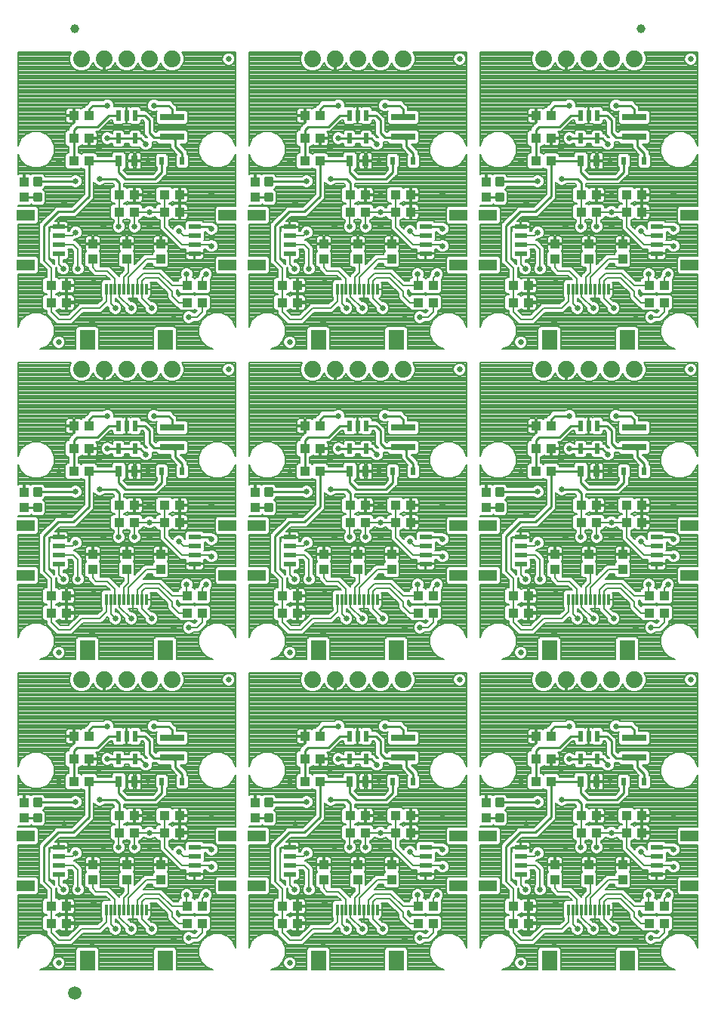
<source format=gtl>
G75*
%MOIN*%
%OFA0B0*%
%FSLAX25Y25*%
%IPPOS*%
%LPD*%
%AMOC8*
5,1,8,0,0,1.08239X$1,22.5*
%
%ADD10R,0.04331X0.03937*%
%ADD11R,0.03937X0.04331*%
%ADD12R,0.07874X0.04724*%
%ADD13R,0.05315X0.02362*%
%ADD14C,0.02500*%
%ADD15C,0.07400*%
%ADD16R,0.01181X0.05118*%
%ADD17R,0.07087X0.08661*%
%ADD18C,0.01181*%
%ADD19R,0.02165X0.04724*%
%ADD20R,0.03150X0.04724*%
%ADD21R,0.02480X0.03268*%
%ADD22R,0.10630X0.03150*%
%ADD23C,0.03937*%
%ADD24C,0.05906*%
%ADD25C,0.00800*%
%ADD26C,0.02600*%
%ADD27C,0.01000*%
D10*
X0045404Y0051250D03*
X0052096Y0051250D03*
X0052096Y0058750D03*
X0045404Y0058750D03*
X0075404Y0091250D03*
X0082096Y0091250D03*
X0082096Y0098750D03*
X0075404Y0098750D03*
X0062096Y0113750D03*
X0055404Y0113750D03*
X0055404Y0123750D03*
X0062096Y0123750D03*
X0062096Y0133750D03*
X0055404Y0133750D03*
X0095404Y0098750D03*
X0095404Y0091250D03*
X0102096Y0091250D03*
X0102096Y0098750D03*
X0105404Y0058750D03*
X0105404Y0051250D03*
X0112096Y0051250D03*
X0112096Y0058750D03*
X0147404Y0058750D03*
X0147404Y0051250D03*
X0154096Y0051250D03*
X0154096Y0058750D03*
X0177404Y0091250D03*
X0184096Y0091250D03*
X0184096Y0098750D03*
X0177404Y0098750D03*
X0164096Y0113750D03*
X0157404Y0113750D03*
X0157404Y0123750D03*
X0164096Y0123750D03*
X0164096Y0133750D03*
X0157404Y0133750D03*
X0197404Y0098750D03*
X0197404Y0091250D03*
X0204096Y0091250D03*
X0204096Y0098750D03*
X0207404Y0058750D03*
X0214096Y0058750D03*
X0214096Y0051250D03*
X0207404Y0051250D03*
X0249404Y0051250D03*
X0249404Y0058750D03*
X0256096Y0058750D03*
X0256096Y0051250D03*
X0279404Y0091250D03*
X0279404Y0098750D03*
X0286096Y0098750D03*
X0286096Y0091250D03*
X0299404Y0091250D03*
X0306096Y0091250D03*
X0306096Y0098750D03*
X0299404Y0098750D03*
X0266096Y0113750D03*
X0259404Y0113750D03*
X0259404Y0123750D03*
X0266096Y0123750D03*
X0266096Y0133750D03*
X0259404Y0133750D03*
X0256096Y0188250D03*
X0256096Y0195750D03*
X0249404Y0195750D03*
X0249404Y0188250D03*
X0214096Y0188250D03*
X0207404Y0188250D03*
X0207404Y0195750D03*
X0214096Y0195750D03*
X0204096Y0228250D03*
X0204096Y0235750D03*
X0197404Y0235750D03*
X0197404Y0228250D03*
X0184096Y0228250D03*
X0177404Y0228250D03*
X0177404Y0235750D03*
X0184096Y0235750D03*
X0164096Y0250750D03*
X0157404Y0250750D03*
X0157404Y0260750D03*
X0164096Y0260750D03*
X0164096Y0270750D03*
X0157404Y0270750D03*
X0154096Y0325250D03*
X0154096Y0332750D03*
X0147404Y0332750D03*
X0147404Y0325250D03*
X0112096Y0325250D03*
X0112096Y0332750D03*
X0105404Y0332750D03*
X0105404Y0325250D03*
X0102096Y0365250D03*
X0102096Y0372750D03*
X0095404Y0372750D03*
X0095404Y0365250D03*
X0082096Y0365250D03*
X0075404Y0365250D03*
X0075404Y0372750D03*
X0082096Y0372750D03*
X0062096Y0387750D03*
X0055404Y0387750D03*
X0055404Y0397750D03*
X0062096Y0397750D03*
X0062096Y0407750D03*
X0055404Y0407750D03*
X0052096Y0332750D03*
X0045404Y0332750D03*
X0045404Y0325250D03*
X0052096Y0325250D03*
X0055404Y0270750D03*
X0062096Y0270750D03*
X0062096Y0260750D03*
X0055404Y0260750D03*
X0055404Y0250750D03*
X0062096Y0250750D03*
X0075404Y0235750D03*
X0082096Y0235750D03*
X0082096Y0228250D03*
X0075404Y0228250D03*
X0095404Y0228250D03*
X0095404Y0235750D03*
X0102096Y0235750D03*
X0102096Y0228250D03*
X0105404Y0195750D03*
X0105404Y0188250D03*
X0112096Y0188250D03*
X0112096Y0195750D03*
X0147404Y0195750D03*
X0147404Y0188250D03*
X0154096Y0188250D03*
X0154096Y0195750D03*
X0259404Y0250750D03*
X0266096Y0250750D03*
X0266096Y0260750D03*
X0259404Y0260750D03*
X0259404Y0270750D03*
X0266096Y0270750D03*
X0279404Y0235750D03*
X0279404Y0228250D03*
X0286096Y0228250D03*
X0286096Y0235750D03*
X0299404Y0235750D03*
X0306096Y0235750D03*
X0306096Y0228250D03*
X0299404Y0228250D03*
X0309404Y0195750D03*
X0316096Y0195750D03*
X0316096Y0188250D03*
X0309404Y0188250D03*
X0309404Y0058750D03*
X0316096Y0058750D03*
X0316096Y0051250D03*
X0309404Y0051250D03*
X0309404Y0325250D03*
X0316096Y0325250D03*
X0316096Y0332750D03*
X0309404Y0332750D03*
X0306096Y0365250D03*
X0299404Y0365250D03*
X0299404Y0372750D03*
X0306096Y0372750D03*
X0286096Y0372750D03*
X0286096Y0365250D03*
X0279404Y0365250D03*
X0279404Y0372750D03*
X0266096Y0387750D03*
X0259404Y0387750D03*
X0259404Y0397750D03*
X0266096Y0397750D03*
X0266096Y0407750D03*
X0259404Y0407750D03*
X0204096Y0372750D03*
X0204096Y0365250D03*
X0197404Y0365250D03*
X0197404Y0372750D03*
X0184096Y0372750D03*
X0177404Y0372750D03*
X0177404Y0365250D03*
X0184096Y0365250D03*
X0164096Y0387750D03*
X0157404Y0387750D03*
X0157404Y0397750D03*
X0164096Y0397750D03*
X0164096Y0407750D03*
X0157404Y0407750D03*
X0207404Y0332750D03*
X0214096Y0332750D03*
X0214096Y0325250D03*
X0207404Y0325250D03*
X0249404Y0325250D03*
X0249404Y0332750D03*
X0256096Y0332750D03*
X0256096Y0325250D03*
X0052096Y0195750D03*
X0045404Y0195750D03*
X0045404Y0188250D03*
X0052096Y0188250D03*
D11*
X0063750Y0207404D03*
X0063750Y0214096D03*
X0078750Y0214096D03*
X0078750Y0207404D03*
X0093750Y0207404D03*
X0093750Y0214096D03*
X0135474Y0234844D03*
X0135474Y0241537D03*
X0165750Y0214096D03*
X0165750Y0207404D03*
X0180750Y0207404D03*
X0180750Y0214096D03*
X0195750Y0214096D03*
X0195750Y0207404D03*
X0237474Y0234844D03*
X0237474Y0241537D03*
X0267750Y0214096D03*
X0267750Y0207404D03*
X0282750Y0207404D03*
X0282750Y0214096D03*
X0297750Y0214096D03*
X0297750Y0207404D03*
X0237474Y0104537D03*
X0237474Y0097844D03*
X0267750Y0077096D03*
X0267750Y0070404D03*
X0282750Y0070404D03*
X0282750Y0077096D03*
X0297750Y0077096D03*
X0297750Y0070404D03*
X0195750Y0070404D03*
X0195750Y0077096D03*
X0180750Y0077096D03*
X0180750Y0070404D03*
X0165750Y0070404D03*
X0165750Y0077096D03*
X0135474Y0097844D03*
X0135474Y0104537D03*
X0093750Y0077096D03*
X0093750Y0070404D03*
X0078750Y0070404D03*
X0078750Y0077096D03*
X0063750Y0077096D03*
X0063750Y0070404D03*
X0033474Y0097844D03*
X0033474Y0104537D03*
X0033474Y0234844D03*
X0033474Y0241537D03*
X0063750Y0344404D03*
X0063750Y0351096D03*
X0078750Y0351096D03*
X0078750Y0344404D03*
X0093750Y0344404D03*
X0093750Y0351096D03*
X0135474Y0371844D03*
X0135474Y0378537D03*
X0165750Y0351096D03*
X0165750Y0344404D03*
X0180750Y0344404D03*
X0180750Y0351096D03*
X0195750Y0351096D03*
X0195750Y0344404D03*
X0237474Y0371844D03*
X0237474Y0378537D03*
X0267750Y0351096D03*
X0267750Y0344404D03*
X0282750Y0344404D03*
X0282750Y0351096D03*
X0297750Y0351096D03*
X0297750Y0344404D03*
X0033474Y0371844D03*
X0033474Y0378537D03*
D12*
X0034281Y0363774D03*
X0034281Y0341726D03*
X0123219Y0341726D03*
X0136281Y0341726D03*
X0136281Y0363774D03*
X0123219Y0363774D03*
X0225219Y0363774D03*
X0238281Y0363774D03*
X0238281Y0341726D03*
X0225219Y0341726D03*
X0327219Y0341726D03*
X0327219Y0363774D03*
X0327219Y0226774D03*
X0327219Y0204726D03*
X0238281Y0204726D03*
X0225219Y0204726D03*
X0225219Y0226774D03*
X0238281Y0226774D03*
X0136281Y0226774D03*
X0123219Y0226774D03*
X0123219Y0204726D03*
X0136281Y0204726D03*
X0034281Y0204726D03*
X0034281Y0226774D03*
X0034281Y0089774D03*
X0034281Y0067726D03*
X0123219Y0067726D03*
X0136281Y0067726D03*
X0136281Y0089774D03*
X0123219Y0089774D03*
X0225219Y0089774D03*
X0238281Y0089774D03*
X0238281Y0067726D03*
X0225219Y0067726D03*
X0327219Y0067726D03*
X0327219Y0089774D03*
D13*
X0312750Y0084656D03*
X0312750Y0080719D03*
X0312750Y0076781D03*
X0312750Y0072844D03*
X0252750Y0072844D03*
X0252750Y0076781D03*
X0252750Y0080719D03*
X0252750Y0084656D03*
X0210750Y0084656D03*
X0210750Y0080719D03*
X0210750Y0076781D03*
X0210750Y0072844D03*
X0150750Y0072844D03*
X0150750Y0076781D03*
X0150750Y0080719D03*
X0150750Y0084656D03*
X0108750Y0084656D03*
X0108750Y0080719D03*
X0108750Y0076781D03*
X0108750Y0072844D03*
X0048750Y0072844D03*
X0048750Y0076781D03*
X0048750Y0080719D03*
X0048750Y0084656D03*
X0048750Y0209844D03*
X0048750Y0213781D03*
X0048750Y0217719D03*
X0048750Y0221656D03*
X0108750Y0221656D03*
X0108750Y0217719D03*
X0108750Y0213781D03*
X0108750Y0209844D03*
X0150750Y0209844D03*
X0150750Y0213781D03*
X0150750Y0217719D03*
X0150750Y0221656D03*
X0210750Y0221656D03*
X0210750Y0217719D03*
X0210750Y0213781D03*
X0210750Y0209844D03*
X0252750Y0209844D03*
X0252750Y0213781D03*
X0252750Y0217719D03*
X0252750Y0221656D03*
X0312750Y0221656D03*
X0312750Y0217719D03*
X0312750Y0213781D03*
X0312750Y0209844D03*
X0312750Y0346844D03*
X0312750Y0350781D03*
X0312750Y0354719D03*
X0312750Y0358656D03*
X0252750Y0358656D03*
X0252750Y0354719D03*
X0252750Y0350781D03*
X0252750Y0346844D03*
X0210750Y0346844D03*
X0210750Y0350781D03*
X0210750Y0354719D03*
X0210750Y0358656D03*
X0150750Y0358656D03*
X0150750Y0354719D03*
X0150750Y0350781D03*
X0150750Y0346844D03*
X0108750Y0346844D03*
X0108750Y0350781D03*
X0108750Y0354719D03*
X0108750Y0358656D03*
X0048750Y0358656D03*
X0048750Y0354719D03*
X0048750Y0350781D03*
X0048750Y0346844D03*
D14*
X0048750Y0307750D03*
X0123750Y0295750D03*
X0150750Y0307750D03*
X0225750Y0295750D03*
X0252750Y0307750D03*
X0327750Y0295750D03*
X0252750Y0170750D03*
X0225750Y0158750D03*
X0150750Y0170750D03*
X0123750Y0158750D03*
X0048750Y0170750D03*
X0048750Y0033750D03*
X0150750Y0033750D03*
X0252750Y0033750D03*
X0327750Y0158750D03*
X0327750Y0432750D03*
X0225750Y0432750D03*
X0123750Y0432750D03*
D15*
X0098750Y0432750D03*
X0088750Y0432750D03*
X0078750Y0432750D03*
X0068750Y0432750D03*
X0058750Y0432750D03*
X0160750Y0432750D03*
X0170750Y0432750D03*
X0180750Y0432750D03*
X0190750Y0432750D03*
X0200750Y0432750D03*
X0262750Y0432750D03*
X0272750Y0432750D03*
X0282750Y0432750D03*
X0292750Y0432750D03*
X0302750Y0432750D03*
X0302750Y0295750D03*
X0292750Y0295750D03*
X0282750Y0295750D03*
X0272750Y0295750D03*
X0262750Y0295750D03*
X0200750Y0295750D03*
X0190750Y0295750D03*
X0180750Y0295750D03*
X0170750Y0295750D03*
X0160750Y0295750D03*
X0098750Y0295750D03*
X0088750Y0295750D03*
X0078750Y0295750D03*
X0068750Y0295750D03*
X0058750Y0295750D03*
X0058750Y0158750D03*
X0068750Y0158750D03*
X0078750Y0158750D03*
X0088750Y0158750D03*
X0098750Y0158750D03*
X0160750Y0158750D03*
X0170750Y0158750D03*
X0180750Y0158750D03*
X0190750Y0158750D03*
X0200750Y0158750D03*
X0262750Y0158750D03*
X0272750Y0158750D03*
X0282750Y0158750D03*
X0292750Y0158750D03*
X0302750Y0158750D03*
D16*
X0291411Y0194136D03*
X0289443Y0194136D03*
X0287474Y0194136D03*
X0285506Y0194136D03*
X0283537Y0194136D03*
X0281569Y0194136D03*
X0279600Y0194136D03*
X0277632Y0194136D03*
X0275663Y0194136D03*
X0273695Y0194136D03*
X0189411Y0194136D03*
X0187443Y0194136D03*
X0185474Y0194136D03*
X0183506Y0194136D03*
X0181537Y0194136D03*
X0179569Y0194136D03*
X0177600Y0194136D03*
X0175632Y0194136D03*
X0173663Y0194136D03*
X0171695Y0194136D03*
X0087411Y0194136D03*
X0085443Y0194136D03*
X0083474Y0194136D03*
X0081506Y0194136D03*
X0079537Y0194136D03*
X0077569Y0194136D03*
X0075600Y0194136D03*
X0073632Y0194136D03*
X0071663Y0194136D03*
X0069695Y0194136D03*
X0069695Y0331136D03*
X0071663Y0331136D03*
X0073632Y0331136D03*
X0075600Y0331136D03*
X0077569Y0331136D03*
X0079537Y0331136D03*
X0081506Y0331136D03*
X0083474Y0331136D03*
X0085443Y0331136D03*
X0087411Y0331136D03*
X0171695Y0331136D03*
X0173663Y0331136D03*
X0175632Y0331136D03*
X0177600Y0331136D03*
X0179569Y0331136D03*
X0181537Y0331136D03*
X0183506Y0331136D03*
X0185474Y0331136D03*
X0187443Y0331136D03*
X0189411Y0331136D03*
X0273695Y0331136D03*
X0275663Y0331136D03*
X0277632Y0331136D03*
X0279600Y0331136D03*
X0281569Y0331136D03*
X0283537Y0331136D03*
X0285506Y0331136D03*
X0287474Y0331136D03*
X0289443Y0331136D03*
X0291411Y0331136D03*
X0291411Y0057136D03*
X0289443Y0057136D03*
X0287474Y0057136D03*
X0285506Y0057136D03*
X0283537Y0057136D03*
X0281569Y0057136D03*
X0279600Y0057136D03*
X0277632Y0057136D03*
X0275663Y0057136D03*
X0273695Y0057136D03*
X0189411Y0057136D03*
X0187443Y0057136D03*
X0185474Y0057136D03*
X0183506Y0057136D03*
X0181537Y0057136D03*
X0179569Y0057136D03*
X0177600Y0057136D03*
X0175632Y0057136D03*
X0173663Y0057136D03*
X0171695Y0057136D03*
X0087411Y0057136D03*
X0085443Y0057136D03*
X0083474Y0057136D03*
X0081506Y0057136D03*
X0079537Y0057136D03*
X0077569Y0057136D03*
X0075600Y0057136D03*
X0073632Y0057136D03*
X0071663Y0057136D03*
X0069695Y0057136D03*
D17*
X0061427Y0034695D03*
X0095679Y0034695D03*
X0163427Y0034695D03*
X0197679Y0034695D03*
X0265427Y0034695D03*
X0299679Y0034695D03*
X0299679Y0171695D03*
X0265427Y0171695D03*
X0197679Y0171695D03*
X0163427Y0171695D03*
X0095679Y0171695D03*
X0061427Y0171695D03*
X0061427Y0308695D03*
X0095679Y0308695D03*
X0163427Y0308695D03*
X0197679Y0308695D03*
X0265427Y0308695D03*
X0299679Y0308695D03*
D18*
X0244758Y0373116D02*
X0242002Y0373116D01*
X0244758Y0373116D02*
X0244758Y0370360D01*
X0242002Y0370360D01*
X0242002Y0373116D01*
X0242002Y0371540D02*
X0244758Y0371540D01*
X0244758Y0372720D02*
X0242002Y0372720D01*
X0242002Y0380022D02*
X0244758Y0380022D01*
X0244758Y0377266D01*
X0242002Y0377266D01*
X0242002Y0380022D01*
X0242002Y0378446D02*
X0244758Y0378446D01*
X0244758Y0379626D02*
X0242002Y0379626D01*
X0142758Y0380022D02*
X0140002Y0380022D01*
X0142758Y0380022D02*
X0142758Y0377266D01*
X0140002Y0377266D01*
X0140002Y0380022D01*
X0140002Y0378446D02*
X0142758Y0378446D01*
X0142758Y0379626D02*
X0140002Y0379626D01*
X0140002Y0373116D02*
X0142758Y0373116D01*
X0142758Y0370360D01*
X0140002Y0370360D01*
X0140002Y0373116D01*
X0140002Y0371540D02*
X0142758Y0371540D01*
X0142758Y0372720D02*
X0140002Y0372720D01*
X0040758Y0373116D02*
X0038002Y0373116D01*
X0040758Y0373116D02*
X0040758Y0370360D01*
X0038002Y0370360D01*
X0038002Y0373116D01*
X0038002Y0371540D02*
X0040758Y0371540D01*
X0040758Y0372720D02*
X0038002Y0372720D01*
X0038002Y0380022D02*
X0040758Y0380022D01*
X0040758Y0377266D01*
X0038002Y0377266D01*
X0038002Y0380022D01*
X0038002Y0378446D02*
X0040758Y0378446D01*
X0040758Y0379626D02*
X0038002Y0379626D01*
X0038002Y0243022D02*
X0040758Y0243022D01*
X0040758Y0240266D01*
X0038002Y0240266D01*
X0038002Y0243022D01*
X0038002Y0241446D02*
X0040758Y0241446D01*
X0040758Y0242626D02*
X0038002Y0242626D01*
X0038002Y0236116D02*
X0040758Y0236116D01*
X0040758Y0233360D01*
X0038002Y0233360D01*
X0038002Y0236116D01*
X0038002Y0234540D02*
X0040758Y0234540D01*
X0040758Y0235720D02*
X0038002Y0235720D01*
X0140002Y0236116D02*
X0142758Y0236116D01*
X0142758Y0233360D01*
X0140002Y0233360D01*
X0140002Y0236116D01*
X0140002Y0234540D02*
X0142758Y0234540D01*
X0142758Y0235720D02*
X0140002Y0235720D01*
X0140002Y0243022D02*
X0142758Y0243022D01*
X0142758Y0240266D01*
X0140002Y0240266D01*
X0140002Y0243022D01*
X0140002Y0241446D02*
X0142758Y0241446D01*
X0142758Y0242626D02*
X0140002Y0242626D01*
X0242002Y0243022D02*
X0244758Y0243022D01*
X0244758Y0240266D01*
X0242002Y0240266D01*
X0242002Y0243022D01*
X0242002Y0241446D02*
X0244758Y0241446D01*
X0244758Y0242626D02*
X0242002Y0242626D01*
X0242002Y0236116D02*
X0244758Y0236116D01*
X0244758Y0233360D01*
X0242002Y0233360D01*
X0242002Y0236116D01*
X0242002Y0234540D02*
X0244758Y0234540D01*
X0244758Y0235720D02*
X0242002Y0235720D01*
X0242002Y0106022D02*
X0244758Y0106022D01*
X0244758Y0103266D01*
X0242002Y0103266D01*
X0242002Y0106022D01*
X0242002Y0104446D02*
X0244758Y0104446D01*
X0244758Y0105626D02*
X0242002Y0105626D01*
X0242002Y0099116D02*
X0244758Y0099116D01*
X0244758Y0096360D01*
X0242002Y0096360D01*
X0242002Y0099116D01*
X0242002Y0097540D02*
X0244758Y0097540D01*
X0244758Y0098720D02*
X0242002Y0098720D01*
X0142758Y0099116D02*
X0140002Y0099116D01*
X0142758Y0099116D02*
X0142758Y0096360D01*
X0140002Y0096360D01*
X0140002Y0099116D01*
X0140002Y0097540D02*
X0142758Y0097540D01*
X0142758Y0098720D02*
X0140002Y0098720D01*
X0140002Y0106022D02*
X0142758Y0106022D01*
X0142758Y0103266D01*
X0140002Y0103266D01*
X0140002Y0106022D01*
X0140002Y0104446D02*
X0142758Y0104446D01*
X0142758Y0105626D02*
X0140002Y0105626D01*
X0040758Y0106022D02*
X0038002Y0106022D01*
X0040758Y0106022D02*
X0040758Y0103266D01*
X0038002Y0103266D01*
X0038002Y0106022D01*
X0038002Y0104446D02*
X0040758Y0104446D01*
X0040758Y0105626D02*
X0038002Y0105626D01*
X0038002Y0099116D02*
X0040758Y0099116D01*
X0040758Y0096360D01*
X0038002Y0096360D01*
X0038002Y0099116D01*
X0038002Y0097540D02*
X0040758Y0097540D01*
X0040758Y0098720D02*
X0038002Y0098720D01*
D19*
X0075010Y0123631D03*
X0082490Y0123631D03*
X0082490Y0133869D03*
X0078750Y0133869D03*
X0075010Y0133869D03*
X0177010Y0133869D03*
X0180750Y0133869D03*
X0184490Y0133869D03*
X0184490Y0123631D03*
X0177010Y0123631D03*
X0279010Y0123631D03*
X0286490Y0123631D03*
X0286490Y0133869D03*
X0282750Y0133869D03*
X0279010Y0133869D03*
X0279010Y0260631D03*
X0286490Y0260631D03*
X0286490Y0270869D03*
X0282750Y0270869D03*
X0279010Y0270869D03*
X0184490Y0270869D03*
X0180750Y0270869D03*
X0177010Y0270869D03*
X0177010Y0260631D03*
X0184490Y0260631D03*
X0082490Y0260631D03*
X0075010Y0260631D03*
X0075010Y0270869D03*
X0078750Y0270869D03*
X0082490Y0270869D03*
X0082490Y0397631D03*
X0075010Y0397631D03*
X0075010Y0407869D03*
X0078750Y0407869D03*
X0082490Y0407869D03*
X0177010Y0407869D03*
X0180750Y0407869D03*
X0184490Y0407869D03*
X0184490Y0397631D03*
X0177010Y0397631D03*
X0279010Y0397631D03*
X0286490Y0397631D03*
X0286490Y0407869D03*
X0282750Y0407869D03*
X0279010Y0407869D03*
D20*
X0279207Y0387750D03*
X0286293Y0387750D03*
X0184293Y0387750D03*
X0177207Y0387750D03*
X0082293Y0387750D03*
X0075207Y0387750D03*
X0075207Y0250750D03*
X0082293Y0250750D03*
X0177207Y0250750D03*
X0184293Y0250750D03*
X0279207Y0250750D03*
X0286293Y0250750D03*
X0286293Y0113750D03*
X0279207Y0113750D03*
X0184293Y0113750D03*
X0177207Y0113750D03*
X0082293Y0113750D03*
X0075207Y0113750D03*
D21*
X0094222Y0113750D03*
X0103278Y0113750D03*
X0196222Y0113750D03*
X0205278Y0113750D03*
X0298222Y0113750D03*
X0307278Y0113750D03*
X0307278Y0250750D03*
X0298222Y0250750D03*
X0205278Y0250750D03*
X0196222Y0250750D03*
X0103278Y0250750D03*
X0094222Y0250750D03*
X0094222Y0387750D03*
X0103278Y0387750D03*
X0196222Y0387750D03*
X0205278Y0387750D03*
X0298222Y0387750D03*
X0307278Y0387750D03*
D22*
X0302750Y0398419D03*
X0302750Y0407081D03*
X0200750Y0407081D03*
X0200750Y0398419D03*
X0098750Y0398419D03*
X0098750Y0407081D03*
X0098750Y0270081D03*
X0098750Y0261419D03*
X0200750Y0261419D03*
X0200750Y0270081D03*
X0302750Y0270081D03*
X0302750Y0261419D03*
X0302750Y0133081D03*
X0302750Y0124419D03*
X0200750Y0124419D03*
X0200750Y0133081D03*
X0098750Y0133081D03*
X0098750Y0124419D03*
D23*
X0055750Y0446000D03*
X0305750Y0446000D03*
D24*
X0055750Y0020500D03*
D25*
X0030750Y0040603D02*
X0030750Y0063764D01*
X0038881Y0063764D01*
X0039818Y0064701D01*
X0039818Y0070751D01*
X0038881Y0071689D01*
X0030750Y0071689D01*
X0030750Y0085811D01*
X0038881Y0085811D01*
X0039818Y0086749D01*
X0039818Y0092799D01*
X0038881Y0093736D01*
X0030750Y0093736D01*
X0030750Y0094172D01*
X0030843Y0094079D01*
X0036106Y0094079D01*
X0036645Y0094619D01*
X0037095Y0094170D01*
X0041665Y0094170D01*
X0042948Y0095453D01*
X0042948Y0100023D01*
X0041781Y0101191D01*
X0042948Y0102358D01*
X0042948Y0102544D01*
X0054355Y0102544D01*
X0054607Y0102291D01*
X0055673Y0101850D01*
X0056827Y0101850D01*
X0057893Y0102291D01*
X0058708Y0103107D01*
X0059150Y0104173D01*
X0059150Y0105327D01*
X0058708Y0106393D01*
X0057893Y0107208D01*
X0056827Y0107650D01*
X0055673Y0107650D01*
X0054607Y0107208D01*
X0054142Y0106744D01*
X0042948Y0106744D01*
X0042948Y0106929D01*
X0041665Y0108212D01*
X0037095Y0108212D01*
X0036504Y0107622D01*
X0036303Y0107823D01*
X0035983Y0108007D01*
X0035627Y0108103D01*
X0033874Y0108103D01*
X0033874Y0104937D01*
X0033074Y0104937D01*
X0033074Y0108103D01*
X0031322Y0108103D01*
X0030966Y0108007D01*
X0030750Y0107883D01*
X0030750Y0116897D01*
X0031883Y0114162D01*
X0034162Y0111883D01*
X0037139Y0110650D01*
X0040361Y0110650D01*
X0043338Y0111883D01*
X0045617Y0114162D01*
X0046850Y0117139D01*
X0046850Y0120361D01*
X0045617Y0123338D01*
X0043338Y0125617D01*
X0040361Y0126850D01*
X0037139Y0126850D01*
X0034162Y0125617D01*
X0031883Y0123338D01*
X0030750Y0120603D01*
X0030750Y0161750D01*
X0054256Y0161750D01*
X0053450Y0159804D01*
X0053450Y0157696D01*
X0054257Y0155748D01*
X0055748Y0154257D01*
X0057696Y0153450D01*
X0059804Y0153450D01*
X0061752Y0154257D01*
X0063243Y0155748D01*
X0063871Y0157263D01*
X0064024Y0156792D01*
X0064388Y0156077D01*
X0064860Y0155428D01*
X0065428Y0154860D01*
X0066077Y0154388D01*
X0066792Y0154024D01*
X0067556Y0153776D01*
X0068349Y0153650D01*
X0068350Y0153650D01*
X0068350Y0158350D01*
X0069150Y0158350D01*
X0069150Y0153650D01*
X0069151Y0153650D01*
X0069944Y0153776D01*
X0070708Y0154024D01*
X0071423Y0154388D01*
X0072072Y0154860D01*
X0072640Y0155428D01*
X0073112Y0156077D01*
X0073476Y0156792D01*
X0073629Y0157263D01*
X0074257Y0155748D01*
X0075748Y0154257D01*
X0077696Y0153450D01*
X0079804Y0153450D01*
X0081752Y0154257D01*
X0083243Y0155748D01*
X0083750Y0156972D01*
X0084257Y0155748D01*
X0085748Y0154257D01*
X0087696Y0153450D01*
X0089804Y0153450D01*
X0091752Y0154257D01*
X0093243Y0155748D01*
X0093750Y0156972D01*
X0094257Y0155748D01*
X0095748Y0154257D01*
X0097696Y0153450D01*
X0099804Y0153450D01*
X0101752Y0154257D01*
X0103243Y0155748D01*
X0104050Y0157696D01*
X0104050Y0159804D01*
X0103244Y0161750D01*
X0126750Y0161750D01*
X0126750Y0120603D01*
X0125617Y0123338D01*
X0123338Y0125617D01*
X0120361Y0126850D01*
X0117139Y0126850D01*
X0114162Y0125617D01*
X0111883Y0123338D01*
X0110650Y0120361D01*
X0110650Y0117139D01*
X0111883Y0114162D01*
X0114162Y0111883D01*
X0117139Y0110650D01*
X0120361Y0110650D01*
X0123338Y0111883D01*
X0125617Y0114162D01*
X0126750Y0116897D01*
X0126750Y0093736D01*
X0118619Y0093736D01*
X0117681Y0092799D01*
X0117681Y0086749D01*
X0118619Y0085811D01*
X0126750Y0085811D01*
X0126750Y0071689D01*
X0118619Y0071689D01*
X0117681Y0070751D01*
X0117681Y0064701D01*
X0118619Y0063764D01*
X0126750Y0063764D01*
X0126750Y0040603D01*
X0125617Y0043338D01*
X0123338Y0045617D01*
X0120361Y0046850D01*
X0117139Y0046850D01*
X0114162Y0045617D01*
X0111883Y0043338D01*
X0110650Y0040361D01*
X0110650Y0037139D01*
X0111883Y0034162D01*
X0114162Y0031883D01*
X0116897Y0030750D01*
X0100822Y0030750D01*
X0100822Y0039688D01*
X0099885Y0040626D01*
X0091473Y0040626D01*
X0090536Y0039688D01*
X0090536Y0030750D01*
X0066570Y0030750D01*
X0066570Y0039688D01*
X0065633Y0040626D01*
X0057221Y0040626D01*
X0056284Y0039688D01*
X0056284Y0030750D01*
X0040603Y0030750D01*
X0043338Y0031883D01*
X0045617Y0034162D01*
X0046850Y0037139D01*
X0046850Y0040361D01*
X0045617Y0043338D01*
X0043338Y0045617D01*
X0040361Y0046850D01*
X0037139Y0046850D01*
X0034162Y0045617D01*
X0031883Y0043338D01*
X0030750Y0040603D01*
X0030750Y0040728D02*
X0030802Y0040728D01*
X0030750Y0041526D02*
X0031133Y0041526D01*
X0031463Y0042325D02*
X0030750Y0042325D01*
X0030750Y0043123D02*
X0031794Y0043123D01*
X0032467Y0043922D02*
X0030750Y0043922D01*
X0030750Y0044720D02*
X0033265Y0044720D01*
X0034064Y0045519D02*
X0030750Y0045519D01*
X0030750Y0046317D02*
X0035853Y0046317D01*
X0030750Y0047116D02*
X0043404Y0047116D01*
X0043404Y0047681D02*
X0043404Y0046268D01*
X0046750Y0042922D01*
X0047922Y0041750D01*
X0054578Y0041750D01*
X0059578Y0046750D01*
X0067578Y0046750D01*
X0070250Y0049422D01*
X0070850Y0048822D01*
X0070850Y0048173D01*
X0071291Y0047107D01*
X0072107Y0046291D01*
X0073173Y0045850D01*
X0074327Y0045850D01*
X0075393Y0046291D01*
X0076208Y0047107D01*
X0076650Y0048173D01*
X0076650Y0049327D01*
X0076208Y0050393D01*
X0075393Y0051208D01*
X0074327Y0051650D01*
X0073678Y0051650D01*
X0073663Y0051665D01*
X0073663Y0052977D01*
X0073695Y0052977D01*
X0077850Y0048822D01*
X0077850Y0048173D01*
X0078291Y0047107D01*
X0079107Y0046291D01*
X0080173Y0045850D01*
X0081327Y0045850D01*
X0082393Y0046291D01*
X0083208Y0047107D01*
X0083650Y0048173D01*
X0083650Y0049327D01*
X0083208Y0050393D01*
X0082393Y0051208D01*
X0081327Y0051650D01*
X0080678Y0051650D01*
X0079352Y0052977D01*
X0080791Y0052977D01*
X0080991Y0053177D01*
X0081506Y0053177D01*
X0082021Y0053177D01*
X0082221Y0052977D01*
X0083443Y0052977D01*
X0083443Y0052229D01*
X0086850Y0048822D01*
X0086850Y0048173D01*
X0087291Y0047107D01*
X0088107Y0046291D01*
X0089173Y0045850D01*
X0090327Y0045850D01*
X0091393Y0046291D01*
X0092208Y0047107D01*
X0092650Y0048173D01*
X0092650Y0049327D01*
X0092208Y0050393D01*
X0091393Y0051208D01*
X0090327Y0051650D01*
X0089678Y0051650D01*
X0088152Y0053177D01*
X0088186Y0053177D01*
X0088542Y0053272D01*
X0088862Y0053456D01*
X0089122Y0053717D01*
X0089307Y0054036D01*
X0089402Y0054392D01*
X0089402Y0057136D01*
X0089402Y0059879D01*
X0089307Y0060235D01*
X0089298Y0060250D01*
X0091922Y0060250D01*
X0096750Y0055422D01*
X0096750Y0053422D01*
X0097922Y0052250D01*
X0100922Y0049250D01*
X0101638Y0049250D01*
X0101638Y0048619D01*
X0102575Y0047681D01*
X0108232Y0047681D01*
X0108750Y0048200D01*
X0109268Y0047681D01*
X0109853Y0047681D01*
X0108922Y0046750D01*
X0108351Y0046750D01*
X0107893Y0047208D01*
X0106827Y0047650D01*
X0105673Y0047650D01*
X0104607Y0047208D01*
X0103791Y0046393D01*
X0103350Y0045327D01*
X0103350Y0044173D01*
X0103791Y0043107D01*
X0104607Y0042291D01*
X0105673Y0041850D01*
X0106827Y0041850D01*
X0107893Y0042291D01*
X0108351Y0042750D01*
X0110578Y0042750D01*
X0111750Y0043922D01*
X0112467Y0043922D01*
X0111750Y0043922D02*
X0114096Y0046268D01*
X0114096Y0047681D01*
X0114925Y0047681D01*
X0115862Y0048619D01*
X0115862Y0053881D01*
X0114925Y0054818D01*
X0109268Y0054818D01*
X0108750Y0054300D01*
X0108232Y0054818D01*
X0102575Y0054818D01*
X0101793Y0054036D01*
X0100750Y0055078D01*
X0100750Y0056750D01*
X0101638Y0056750D01*
X0101638Y0056119D01*
X0102575Y0055181D01*
X0108232Y0055181D01*
X0108750Y0055700D01*
X0109268Y0055181D01*
X0114925Y0055181D01*
X0115862Y0056119D01*
X0115862Y0061381D01*
X0115672Y0061571D01*
X0116208Y0062107D01*
X0116650Y0063173D01*
X0116650Y0064327D01*
X0116208Y0065393D01*
X0115393Y0066208D01*
X0114327Y0066650D01*
X0113173Y0066650D01*
X0112107Y0066208D01*
X0111291Y0065393D01*
X0110850Y0064327D01*
X0110850Y0063678D01*
X0110096Y0062925D01*
X0110096Y0062318D01*
X0109268Y0062318D01*
X0108750Y0061800D01*
X0108232Y0062318D01*
X0107796Y0062318D01*
X0108150Y0063173D01*
X0108150Y0064327D01*
X0107708Y0065393D01*
X0106893Y0066208D01*
X0105827Y0066650D01*
X0104673Y0066650D01*
X0103607Y0066208D01*
X0102791Y0065393D01*
X0102350Y0064327D01*
X0102350Y0063173D01*
X0102704Y0062318D01*
X0102575Y0062318D01*
X0101638Y0061381D01*
X0101638Y0060750D01*
X0099578Y0060750D01*
X0094078Y0066250D01*
X0086078Y0066250D01*
X0088232Y0068404D01*
X0090181Y0068404D01*
X0090181Y0067575D01*
X0091119Y0066638D01*
X0096381Y0066638D01*
X0097318Y0067575D01*
X0097318Y0073232D01*
X0096659Y0073891D01*
X0096839Y0074071D01*
X0097023Y0074391D01*
X0097118Y0074747D01*
X0097118Y0076696D01*
X0094150Y0076696D01*
X0094150Y0077496D01*
X0097118Y0077496D01*
X0097118Y0079446D01*
X0097023Y0079802D01*
X0096839Y0080121D01*
X0096578Y0080382D01*
X0096259Y0080566D01*
X0095903Y0080662D01*
X0094150Y0080662D01*
X0094150Y0077496D01*
X0093350Y0077496D01*
X0093350Y0076696D01*
X0090381Y0076696D01*
X0090381Y0074747D01*
X0090477Y0074391D01*
X0090661Y0074071D01*
X0090841Y0073891D01*
X0090181Y0073232D01*
X0090181Y0072404D01*
X0086575Y0072404D01*
X0082318Y0068147D01*
X0082318Y0073232D01*
X0081659Y0073891D01*
X0081839Y0074071D01*
X0082023Y0074391D01*
X0082118Y0074747D01*
X0082118Y0076696D01*
X0079150Y0076696D01*
X0079150Y0077496D01*
X0082118Y0077496D01*
X0082118Y0079446D01*
X0082023Y0079802D01*
X0081839Y0080121D01*
X0081578Y0080382D01*
X0081259Y0080566D01*
X0080903Y0080662D01*
X0079150Y0080662D01*
X0079150Y0077496D01*
X0078350Y0077496D01*
X0078350Y0076696D01*
X0075381Y0076696D01*
X0075381Y0074747D01*
X0075477Y0074391D01*
X0075661Y0074071D01*
X0075841Y0073891D01*
X0075181Y0073232D01*
X0075181Y0067575D01*
X0076119Y0066638D01*
X0077537Y0066638D01*
X0077537Y0065366D01*
X0076740Y0064569D01*
X0075569Y0063397D01*
X0075569Y0062759D01*
X0074460Y0063868D01*
X0071078Y0067250D01*
X0066993Y0067250D01*
X0067318Y0067575D01*
X0067318Y0073232D01*
X0066659Y0073891D01*
X0066839Y0074071D01*
X0067023Y0074391D01*
X0067118Y0074747D01*
X0067118Y0076696D01*
X0064150Y0076696D01*
X0064150Y0077496D01*
X0067118Y0077496D01*
X0067118Y0079446D01*
X0067023Y0079802D01*
X0066839Y0080121D01*
X0066578Y0080382D01*
X0066259Y0080566D01*
X0065903Y0080662D01*
X0064150Y0080662D01*
X0064150Y0077496D01*
X0063350Y0077496D01*
X0063350Y0076696D01*
X0060381Y0076696D01*
X0060381Y0074747D01*
X0060477Y0074391D01*
X0060661Y0074071D01*
X0060841Y0073891D01*
X0060181Y0073232D01*
X0060181Y0067575D01*
X0061119Y0066638D01*
X0061750Y0066638D01*
X0061750Y0065922D01*
X0063250Y0064422D01*
X0064422Y0063250D01*
X0069422Y0063250D01*
X0071377Y0061295D01*
X0068442Y0061295D01*
X0067504Y0060358D01*
X0067504Y0053914D01*
X0067750Y0053668D01*
X0067750Y0052578D01*
X0065922Y0050750D01*
X0057922Y0050750D01*
X0056750Y0049578D01*
X0052922Y0045750D01*
X0049578Y0045750D01*
X0047647Y0047681D01*
X0048232Y0047681D01*
X0048891Y0048341D01*
X0049071Y0048161D01*
X0049391Y0047977D01*
X0049747Y0047881D01*
X0051696Y0047881D01*
X0051696Y0050850D01*
X0052496Y0050850D01*
X0052496Y0047881D01*
X0054446Y0047881D01*
X0054802Y0047977D01*
X0055121Y0048161D01*
X0055382Y0048422D01*
X0055566Y0048741D01*
X0055662Y0049097D01*
X0055662Y0050850D01*
X0052496Y0050850D01*
X0052496Y0051650D01*
X0051696Y0051650D01*
X0051696Y0054618D01*
X0049747Y0054618D01*
X0049391Y0054523D01*
X0049071Y0054339D01*
X0048891Y0054159D01*
X0048232Y0054818D01*
X0047404Y0054818D01*
X0047404Y0055181D01*
X0048232Y0055181D01*
X0048891Y0055841D01*
X0049071Y0055661D01*
X0049391Y0055477D01*
X0049747Y0055381D01*
X0051696Y0055381D01*
X0051696Y0058350D01*
X0052496Y0058350D01*
X0052496Y0055381D01*
X0054446Y0055381D01*
X0054802Y0055477D01*
X0055121Y0055661D01*
X0055382Y0055922D01*
X0055566Y0056241D01*
X0055662Y0056597D01*
X0055662Y0058350D01*
X0052496Y0058350D01*
X0052496Y0059150D01*
X0051696Y0059150D01*
X0051696Y0062118D01*
X0049747Y0062118D01*
X0049391Y0062023D01*
X0049071Y0061839D01*
X0048891Y0061659D01*
X0048232Y0062318D01*
X0047404Y0062318D01*
X0047404Y0066768D01*
X0047850Y0066322D01*
X0047850Y0065673D01*
X0048291Y0064607D01*
X0049107Y0063791D01*
X0050173Y0063350D01*
X0051327Y0063350D01*
X0052393Y0063791D01*
X0053208Y0064607D01*
X0053650Y0065673D01*
X0053650Y0066827D01*
X0053208Y0067893D01*
X0052393Y0068708D01*
X0051327Y0069150D01*
X0050750Y0069150D01*
X0050750Y0070063D01*
X0052070Y0070063D01*
X0053007Y0071001D01*
X0053007Y0074688D01*
X0052914Y0074781D01*
X0054390Y0074781D01*
X0055250Y0073922D01*
X0055250Y0068351D01*
X0054791Y0067893D01*
X0054350Y0066827D01*
X0054350Y0065673D01*
X0054791Y0064607D01*
X0055607Y0063791D01*
X0056673Y0063350D01*
X0057827Y0063350D01*
X0058893Y0063791D01*
X0059708Y0064607D01*
X0060150Y0065673D01*
X0060150Y0066827D01*
X0059708Y0067893D01*
X0059250Y0068351D01*
X0059250Y0075578D01*
X0058078Y0076750D01*
X0056047Y0078781D01*
X0055610Y0078781D01*
X0056178Y0079350D01*
X0056827Y0079350D01*
X0057893Y0079791D01*
X0058708Y0080607D01*
X0059150Y0081673D01*
X0059150Y0082827D01*
X0058708Y0083893D01*
X0057893Y0084708D01*
X0056827Y0085150D01*
X0055673Y0085150D01*
X0054607Y0084708D01*
X0053791Y0083893D01*
X0053350Y0082827D01*
X0053350Y0082718D01*
X0052851Y0082718D01*
X0052684Y0082886D01*
X0052712Y0082934D01*
X0052807Y0083290D01*
X0052807Y0084465D01*
X0048941Y0084465D01*
X0048941Y0084846D01*
X0052807Y0084846D01*
X0052807Y0086021D01*
X0052712Y0086377D01*
X0052528Y0086696D01*
X0052267Y0086957D01*
X0051948Y0087141D01*
X0051592Y0087237D01*
X0048941Y0087237D01*
X0048941Y0084846D01*
X0048559Y0084846D01*
X0044903Y0084846D01*
X0044350Y0084294D01*
X0044350Y0070478D01*
X0046750Y0068078D01*
X0046750Y0070063D01*
X0045430Y0070063D01*
X0044493Y0071001D01*
X0044493Y0074688D01*
X0044617Y0074813D01*
X0044493Y0074938D01*
X0044493Y0078625D01*
X0044617Y0078750D01*
X0044493Y0078875D01*
X0044493Y0082562D01*
X0044816Y0082886D01*
X0044788Y0082934D01*
X0044693Y0083290D01*
X0044693Y0084465D01*
X0048559Y0084465D01*
X0048559Y0084846D01*
X0048559Y0087237D01*
X0047293Y0087237D01*
X0049305Y0089248D01*
X0056175Y0089248D01*
X0064196Y0097270D01*
X0064196Y0104337D01*
X0064291Y0104107D01*
X0065107Y0103291D01*
X0066173Y0102850D01*
X0067327Y0102850D01*
X0068393Y0103291D01*
X0068751Y0103650D01*
X0072880Y0103650D01*
X0073304Y0103227D01*
X0073304Y0102318D01*
X0072575Y0102318D01*
X0071638Y0101381D01*
X0071638Y0096119D01*
X0072575Y0095181D01*
X0073404Y0095181D01*
X0073404Y0094818D01*
X0072575Y0094818D01*
X0071638Y0093881D01*
X0071638Y0088619D01*
X0072575Y0087681D01*
X0073250Y0087681D01*
X0073250Y0086851D01*
X0072791Y0086393D01*
X0072350Y0085327D01*
X0072350Y0084173D01*
X0072791Y0083107D01*
X0073607Y0082291D01*
X0074673Y0081850D01*
X0075827Y0081850D01*
X0076893Y0082291D01*
X0077708Y0083107D01*
X0078150Y0084173D01*
X0078150Y0085327D01*
X0077708Y0086393D01*
X0077250Y0086851D01*
X0077250Y0087681D01*
X0078232Y0087681D01*
X0078750Y0088200D01*
X0079268Y0087681D01*
X0080250Y0087681D01*
X0080250Y0086851D01*
X0079791Y0086393D01*
X0079350Y0085327D01*
X0079350Y0084173D01*
X0079791Y0083107D01*
X0080607Y0082291D01*
X0081673Y0081850D01*
X0082827Y0081850D01*
X0083893Y0082291D01*
X0084708Y0083107D01*
X0085150Y0084173D01*
X0085150Y0085327D01*
X0084708Y0086393D01*
X0084250Y0086851D01*
X0084250Y0087681D01*
X0084925Y0087681D01*
X0085862Y0088619D01*
X0085862Y0089250D01*
X0086649Y0089250D01*
X0087107Y0088791D01*
X0088173Y0088350D01*
X0089327Y0088350D01*
X0090393Y0088791D01*
X0090851Y0089250D01*
X0091638Y0089250D01*
X0091638Y0088619D01*
X0092575Y0087681D01*
X0093404Y0087681D01*
X0093404Y0083768D01*
X0101219Y0075953D01*
X0102390Y0074781D01*
X0104649Y0074781D01*
X0104816Y0074614D01*
X0104788Y0074566D01*
X0104693Y0074210D01*
X0104693Y0073035D01*
X0108559Y0073035D01*
X0108559Y0072654D01*
X0104693Y0072654D01*
X0104693Y0071479D01*
X0104788Y0071123D01*
X0104972Y0070804D01*
X0105233Y0070543D01*
X0105552Y0070359D01*
X0105908Y0070263D01*
X0108559Y0070263D01*
X0108559Y0072654D01*
X0108941Y0072654D01*
X0108941Y0073035D01*
X0112807Y0073035D01*
X0112807Y0074210D01*
X0112712Y0074566D01*
X0112684Y0074614D01*
X0112851Y0074781D01*
X0113719Y0074781D01*
X0113791Y0074607D01*
X0114607Y0073791D01*
X0115673Y0073350D01*
X0116827Y0073350D01*
X0117893Y0073791D01*
X0118708Y0074607D01*
X0119150Y0075673D01*
X0119150Y0076827D01*
X0118708Y0077893D01*
X0117893Y0078708D01*
X0116827Y0079150D01*
X0115673Y0079150D01*
X0114784Y0078781D01*
X0112914Y0078781D01*
X0113007Y0078875D01*
X0113007Y0082556D01*
X0113606Y0082556D01*
X0113791Y0082107D01*
X0114607Y0081291D01*
X0115673Y0080850D01*
X0116827Y0080850D01*
X0117893Y0081291D01*
X0118708Y0082107D01*
X0119150Y0083173D01*
X0119150Y0084327D01*
X0118708Y0085393D01*
X0117893Y0086208D01*
X0116827Y0086650D01*
X0116320Y0086650D01*
X0116214Y0086755D01*
X0112751Y0086755D01*
X0112070Y0087437D01*
X0105430Y0087437D01*
X0104493Y0086499D01*
X0104493Y0083707D01*
X0104208Y0084393D01*
X0103393Y0085208D01*
X0102327Y0085650D01*
X0101173Y0085650D01*
X0100107Y0085208D01*
X0099291Y0084393D01*
X0099041Y0083788D01*
X0097404Y0085425D01*
X0097404Y0087681D01*
X0098232Y0087681D01*
X0098891Y0088341D01*
X0099071Y0088161D01*
X0099391Y0087977D01*
X0099747Y0087881D01*
X0101696Y0087881D01*
X0101696Y0090850D01*
X0102496Y0090850D01*
X0102496Y0087881D01*
X0104446Y0087881D01*
X0104802Y0087977D01*
X0105121Y0088161D01*
X0105382Y0088422D01*
X0105566Y0088741D01*
X0105662Y0089097D01*
X0105662Y0090850D01*
X0102496Y0090850D01*
X0102496Y0091650D01*
X0101696Y0091650D01*
X0101696Y0094618D01*
X0099747Y0094618D01*
X0099391Y0094523D01*
X0099071Y0094339D01*
X0098891Y0094159D01*
X0098232Y0094818D01*
X0097404Y0094818D01*
X0097404Y0095181D01*
X0098232Y0095181D01*
X0098891Y0095841D01*
X0099071Y0095661D01*
X0099391Y0095477D01*
X0099747Y0095381D01*
X0101696Y0095381D01*
X0101696Y0098350D01*
X0102496Y0098350D01*
X0102496Y0095381D01*
X0104446Y0095381D01*
X0104802Y0095477D01*
X0105121Y0095661D01*
X0105382Y0095922D01*
X0105566Y0096241D01*
X0105662Y0096597D01*
X0105662Y0098350D01*
X0102496Y0098350D01*
X0102496Y0099150D01*
X0101696Y0099150D01*
X0101696Y0102118D01*
X0099747Y0102118D01*
X0099391Y0102023D01*
X0099071Y0101839D01*
X0098891Y0101659D01*
X0098232Y0102318D01*
X0092575Y0102318D01*
X0091638Y0101381D01*
X0091638Y0096119D01*
X0092575Y0095181D01*
X0093404Y0095181D01*
X0093404Y0094818D01*
X0092575Y0094818D01*
X0091638Y0093881D01*
X0091638Y0093250D01*
X0090851Y0093250D01*
X0090393Y0093708D01*
X0089327Y0094150D01*
X0088173Y0094150D01*
X0087107Y0093708D01*
X0086649Y0093250D01*
X0085862Y0093250D01*
X0085862Y0093881D01*
X0084925Y0094818D01*
X0079268Y0094818D01*
X0078750Y0094300D01*
X0078232Y0094818D01*
X0077404Y0094818D01*
X0077404Y0095181D01*
X0078232Y0095181D01*
X0078891Y0095841D01*
X0079071Y0095661D01*
X0079391Y0095477D01*
X0079747Y0095381D01*
X0081696Y0095381D01*
X0081696Y0098350D01*
X0082496Y0098350D01*
X0082496Y0095381D01*
X0084446Y0095381D01*
X0084802Y0095477D01*
X0085121Y0095661D01*
X0085382Y0095922D01*
X0085566Y0096241D01*
X0085662Y0096597D01*
X0085662Y0098350D01*
X0082496Y0098350D01*
X0082496Y0099150D01*
X0081696Y0099150D01*
X0081696Y0102118D01*
X0079747Y0102118D01*
X0079391Y0102023D01*
X0079071Y0101839D01*
X0078891Y0101659D01*
X0078232Y0102318D01*
X0077504Y0102318D01*
X0077504Y0103650D01*
X0092120Y0103650D01*
X0095120Y0106650D01*
X0096350Y0107880D01*
X0096350Y0110741D01*
X0097063Y0111453D01*
X0097063Y0116047D01*
X0096125Y0116984D01*
X0092320Y0116984D01*
X0091382Y0116047D01*
X0091382Y0111453D01*
X0092150Y0110686D01*
X0092150Y0109620D01*
X0090380Y0107850D01*
X0079120Y0107850D01*
X0077307Y0109663D01*
X0077307Y0109788D01*
X0077444Y0109788D01*
X0078381Y0110725D01*
X0078381Y0116775D01*
X0077444Y0117712D01*
X0072969Y0117712D01*
X0072032Y0116775D01*
X0072032Y0115850D01*
X0065862Y0115850D01*
X0065862Y0116381D01*
X0064925Y0117318D01*
X0059268Y0117318D01*
X0058750Y0116800D01*
X0058232Y0117318D01*
X0057504Y0117318D01*
X0057504Y0120181D01*
X0058232Y0120181D01*
X0058891Y0120841D01*
X0059071Y0120661D01*
X0059391Y0120477D01*
X0059747Y0120381D01*
X0061696Y0120381D01*
X0061696Y0123350D01*
X0062496Y0123350D01*
X0062496Y0120381D01*
X0064446Y0120381D01*
X0064802Y0120477D01*
X0065121Y0120661D01*
X0065382Y0120922D01*
X0065566Y0121241D01*
X0065662Y0121597D01*
X0065662Y0123350D01*
X0062496Y0123350D01*
X0062496Y0124150D01*
X0065662Y0124150D01*
X0065662Y0125903D01*
X0065566Y0126259D01*
X0065382Y0126578D01*
X0065310Y0126650D01*
X0066620Y0126650D01*
X0071620Y0131650D01*
X0072327Y0131650D01*
X0072327Y0130844D01*
X0073264Y0129906D01*
X0076755Y0129906D01*
X0077079Y0130230D01*
X0077127Y0130202D01*
X0077483Y0130106D01*
X0078609Y0130106D01*
X0078609Y0133727D01*
X0078891Y0133727D01*
X0078891Y0130106D01*
X0080017Y0130106D01*
X0080373Y0130202D01*
X0080421Y0130230D01*
X0080745Y0129906D01*
X0084236Y0129906D01*
X0085173Y0130844D01*
X0085173Y0131769D01*
X0085262Y0131769D01*
X0085380Y0131650D01*
X0085880Y0131650D01*
X0086650Y0130880D01*
X0086650Y0125380D01*
X0087880Y0124150D01*
X0087880Y0124150D01*
X0087918Y0124112D01*
X0087827Y0124150D01*
X0087320Y0124150D01*
X0085738Y0125731D01*
X0085173Y0125731D01*
X0085173Y0126656D01*
X0084236Y0127594D01*
X0080745Y0127594D01*
X0079807Y0126656D01*
X0079807Y0125731D01*
X0077693Y0125731D01*
X0077693Y0126656D01*
X0076755Y0127594D01*
X0073264Y0127594D01*
X0072327Y0126656D01*
X0072327Y0125774D01*
X0071893Y0126208D01*
X0070827Y0126650D01*
X0069673Y0126650D01*
X0068607Y0126208D01*
X0067791Y0125393D01*
X0067350Y0124327D01*
X0067350Y0123173D01*
X0067791Y0122107D01*
X0068607Y0121291D01*
X0069673Y0120850D01*
X0070827Y0120850D01*
X0071893Y0121291D01*
X0072133Y0121531D01*
X0072327Y0121531D01*
X0072327Y0120607D01*
X0073264Y0119669D01*
X0076755Y0119669D01*
X0077693Y0120607D01*
X0077693Y0121531D01*
X0079807Y0121531D01*
X0079807Y0120607D01*
X0080745Y0119669D01*
X0084236Y0119669D01*
X0084611Y0120044D01*
X0084791Y0119607D01*
X0085607Y0118791D01*
X0086673Y0118350D01*
X0087827Y0118350D01*
X0088893Y0118791D01*
X0089708Y0119607D01*
X0090150Y0120673D01*
X0090150Y0121827D01*
X0090016Y0122150D01*
X0091867Y0122150D01*
X0092772Y0121244D01*
X0098150Y0121244D01*
X0098150Y0119380D01*
X0099380Y0118150D01*
X0100960Y0116570D01*
X0100437Y0116047D01*
X0100437Y0111453D01*
X0101375Y0110516D01*
X0105180Y0110516D01*
X0106118Y0111453D01*
X0106118Y0116047D01*
X0105378Y0116787D01*
X0105378Y0118092D01*
X0102350Y0121120D01*
X0102350Y0121244D01*
X0104728Y0121244D01*
X0105665Y0122182D01*
X0105665Y0126657D01*
X0104728Y0127594D01*
X0092772Y0127594D01*
X0091835Y0126657D01*
X0091835Y0126350D01*
X0091620Y0126350D01*
X0090850Y0127120D01*
X0090850Y0132620D01*
X0089620Y0133850D01*
X0087620Y0135850D01*
X0087120Y0135850D01*
X0087001Y0135968D01*
X0085173Y0135968D01*
X0085173Y0136893D01*
X0084236Y0137831D01*
X0080745Y0137831D01*
X0080421Y0137507D01*
X0080373Y0137535D01*
X0080017Y0137631D01*
X0078891Y0137631D01*
X0078891Y0134010D01*
X0078609Y0134010D01*
X0078609Y0137631D01*
X0077483Y0137631D01*
X0077127Y0137535D01*
X0077079Y0137507D01*
X0076755Y0137831D01*
X0073264Y0137831D01*
X0073150Y0137716D01*
X0073150Y0138827D01*
X0072708Y0139893D01*
X0071893Y0140708D01*
X0070827Y0141150D01*
X0069673Y0141150D01*
X0068607Y0140708D01*
X0068249Y0140350D01*
X0062880Y0140350D01*
X0061380Y0138850D01*
X0060150Y0137620D01*
X0060150Y0137318D01*
X0059268Y0137318D01*
X0058609Y0136659D01*
X0058429Y0136839D01*
X0058109Y0137023D01*
X0057753Y0137118D01*
X0055804Y0137118D01*
X0055804Y0134150D01*
X0055004Y0134150D01*
X0055004Y0137118D01*
X0053054Y0137118D01*
X0052698Y0137023D01*
X0052379Y0136839D01*
X0052118Y0136578D01*
X0051934Y0136259D01*
X0051838Y0135903D01*
X0051838Y0134150D01*
X0055003Y0134150D01*
X0055003Y0133350D01*
X0051838Y0133350D01*
X0051838Y0131597D01*
X0051934Y0131241D01*
X0052118Y0130922D01*
X0052379Y0130661D01*
X0052698Y0130477D01*
X0053054Y0130381D01*
X0055004Y0130381D01*
X0055004Y0133350D01*
X0055804Y0133350D01*
X0055804Y0130773D01*
X0054650Y0129620D01*
X0053304Y0128273D01*
X0053304Y0127318D01*
X0052575Y0127318D01*
X0051638Y0126381D01*
X0051638Y0121119D01*
X0052575Y0120181D01*
X0053304Y0120181D01*
X0053304Y0117318D01*
X0052575Y0117318D01*
X0051638Y0116381D01*
X0051638Y0111119D01*
X0052575Y0110181D01*
X0058232Y0110181D01*
X0058750Y0110700D01*
X0059268Y0110181D01*
X0059996Y0110181D01*
X0059996Y0099010D01*
X0054435Y0093448D01*
X0047565Y0093448D01*
X0046335Y0092218D01*
X0040150Y0086033D01*
X0040150Y0068880D01*
X0041380Y0067650D01*
X0041522Y0067650D01*
X0043404Y0065768D01*
X0043404Y0062318D01*
X0042575Y0062318D01*
X0041638Y0061381D01*
X0041638Y0056119D01*
X0042575Y0055181D01*
X0043404Y0055181D01*
X0043404Y0054818D01*
X0042575Y0054818D01*
X0041638Y0053881D01*
X0041638Y0048619D01*
X0042575Y0047681D01*
X0043404Y0047681D01*
X0042343Y0047914D02*
X0030750Y0047914D01*
X0030750Y0048713D02*
X0041638Y0048713D01*
X0041638Y0049511D02*
X0030750Y0049511D01*
X0030750Y0050310D02*
X0041638Y0050310D01*
X0041638Y0051108D02*
X0030750Y0051108D01*
X0030750Y0051907D02*
X0041638Y0051907D01*
X0041638Y0052705D02*
X0030750Y0052705D01*
X0030750Y0053504D02*
X0041638Y0053504D01*
X0042059Y0054302D02*
X0030750Y0054302D01*
X0030750Y0055101D02*
X0043404Y0055101D01*
X0041858Y0055899D02*
X0030750Y0055899D01*
X0030750Y0056698D02*
X0041638Y0056698D01*
X0041638Y0057496D02*
X0030750Y0057496D01*
X0030750Y0058295D02*
X0041638Y0058295D01*
X0041638Y0059093D02*
X0030750Y0059093D01*
X0030750Y0059892D02*
X0041638Y0059892D01*
X0041638Y0060690D02*
X0030750Y0060690D01*
X0030750Y0061489D02*
X0041746Y0061489D01*
X0042544Y0062287D02*
X0030750Y0062287D01*
X0030750Y0063086D02*
X0043404Y0063086D01*
X0043404Y0063884D02*
X0039002Y0063884D01*
X0039800Y0064683D02*
X0043404Y0064683D01*
X0043404Y0065482D02*
X0039818Y0065482D01*
X0039818Y0066280D02*
X0042892Y0066280D01*
X0042093Y0067079D02*
X0039818Y0067079D01*
X0039818Y0067877D02*
X0041153Y0067877D01*
X0040355Y0068676D02*
X0039818Y0068676D01*
X0039818Y0069474D02*
X0040150Y0069474D01*
X0040150Y0070273D02*
X0039818Y0070273D01*
X0039499Y0071071D02*
X0040150Y0071071D01*
X0040150Y0071870D02*
X0030750Y0071870D01*
X0030750Y0072668D02*
X0040150Y0072668D01*
X0040150Y0073467D02*
X0030750Y0073467D01*
X0030750Y0074265D02*
X0040150Y0074265D01*
X0040150Y0075064D02*
X0030750Y0075064D01*
X0030750Y0075862D02*
X0040150Y0075862D01*
X0040150Y0076661D02*
X0030750Y0076661D01*
X0030750Y0077459D02*
X0040150Y0077459D01*
X0040150Y0078258D02*
X0030750Y0078258D01*
X0030750Y0079056D02*
X0040150Y0079056D01*
X0040150Y0079855D02*
X0030750Y0079855D01*
X0030750Y0080653D02*
X0040150Y0080653D01*
X0040150Y0081452D02*
X0030750Y0081452D01*
X0030750Y0082250D02*
X0040150Y0082250D01*
X0040150Y0083049D02*
X0030750Y0083049D01*
X0030750Y0083847D02*
X0040150Y0083847D01*
X0040150Y0084646D02*
X0030750Y0084646D01*
X0030750Y0085444D02*
X0040150Y0085444D01*
X0040360Y0086243D02*
X0039313Y0086243D01*
X0039818Y0087041D02*
X0041158Y0087041D01*
X0041957Y0087840D02*
X0039818Y0087840D01*
X0039818Y0088638D02*
X0042755Y0088638D01*
X0043554Y0089437D02*
X0039818Y0089437D01*
X0039818Y0090235D02*
X0044352Y0090235D01*
X0045151Y0091034D02*
X0039818Y0091034D01*
X0039818Y0091832D02*
X0045949Y0091832D01*
X0046748Y0092631D02*
X0039818Y0092631D01*
X0039188Y0093429D02*
X0047546Y0093429D01*
X0048695Y0088638D02*
X0071638Y0088638D01*
X0071638Y0089437D02*
X0056363Y0089437D01*
X0057162Y0090235D02*
X0071638Y0090235D01*
X0071638Y0091034D02*
X0057960Y0091034D01*
X0058759Y0091832D02*
X0071638Y0091832D01*
X0071638Y0092631D02*
X0059557Y0092631D01*
X0060356Y0093429D02*
X0071638Y0093429D01*
X0071985Y0094228D02*
X0061154Y0094228D01*
X0061953Y0095026D02*
X0073404Y0095026D01*
X0071932Y0095825D02*
X0062751Y0095825D01*
X0063550Y0096623D02*
X0071638Y0096623D01*
X0071638Y0097422D02*
X0064196Y0097422D01*
X0064196Y0098220D02*
X0071638Y0098220D01*
X0071638Y0099019D02*
X0064196Y0099019D01*
X0064196Y0099818D02*
X0071638Y0099818D01*
X0071638Y0100616D02*
X0064196Y0100616D01*
X0064196Y0101415D02*
X0071671Y0101415D01*
X0072470Y0102213D02*
X0064196Y0102213D01*
X0064196Y0103012D02*
X0065783Y0103012D01*
X0064589Y0103810D02*
X0064196Y0103810D01*
X0067717Y0103012D02*
X0073304Y0103012D01*
X0077504Y0103012D02*
X0126750Y0103012D01*
X0126750Y0103810D02*
X0092280Y0103810D01*
X0093078Y0104609D02*
X0126750Y0104609D01*
X0126750Y0105407D02*
X0093877Y0105407D01*
X0094675Y0106206D02*
X0126750Y0106206D01*
X0126750Y0107004D02*
X0095474Y0107004D01*
X0096272Y0107803D02*
X0126750Y0107803D01*
X0126750Y0108601D02*
X0096350Y0108601D01*
X0096350Y0109400D02*
X0126750Y0109400D01*
X0126750Y0110198D02*
X0096350Y0110198D01*
X0096606Y0110997D02*
X0100894Y0110997D01*
X0100437Y0111795D02*
X0097063Y0111795D01*
X0097063Y0112594D02*
X0100437Y0112594D01*
X0100437Y0113392D02*
X0097063Y0113392D01*
X0097063Y0114191D02*
X0100437Y0114191D01*
X0100437Y0114989D02*
X0097063Y0114989D01*
X0097063Y0115788D02*
X0100437Y0115788D01*
X0100944Y0116586D02*
X0096523Y0116586D01*
X0098548Y0118982D02*
X0089083Y0118982D01*
X0089780Y0119780D02*
X0098150Y0119780D01*
X0098150Y0120579D02*
X0090111Y0120579D01*
X0090150Y0121377D02*
X0092639Y0121377D01*
X0091922Y0116586D02*
X0085190Y0116586D01*
X0085173Y0116653D02*
X0084988Y0116972D01*
X0084728Y0117232D01*
X0084408Y0117417D01*
X0084052Y0117512D01*
X0082681Y0117512D01*
X0082681Y0114137D01*
X0085268Y0114137D01*
X0085268Y0116297D01*
X0085173Y0116653D01*
X0085268Y0115788D02*
X0091382Y0115788D01*
X0091382Y0114989D02*
X0085268Y0114989D01*
X0085268Y0114191D02*
X0091382Y0114191D01*
X0091382Y0113392D02*
X0082681Y0113392D01*
X0082681Y0113363D02*
X0082681Y0114137D01*
X0081906Y0114137D01*
X0081906Y0113363D01*
X0079319Y0113363D01*
X0079319Y0111203D01*
X0079414Y0110847D01*
X0079598Y0110528D01*
X0079859Y0110268D01*
X0080178Y0110083D01*
X0080534Y0109988D01*
X0081906Y0109988D01*
X0081906Y0113363D01*
X0082681Y0113363D01*
X0085268Y0113363D01*
X0085268Y0111203D01*
X0085173Y0110847D01*
X0084988Y0110528D01*
X0084728Y0110268D01*
X0084408Y0110083D01*
X0084052Y0109988D01*
X0082681Y0109988D01*
X0082681Y0113363D01*
X0082681Y0112594D02*
X0081906Y0112594D01*
X0081906Y0113392D02*
X0078381Y0113392D01*
X0078381Y0112594D02*
X0079319Y0112594D01*
X0079319Y0111795D02*
X0078381Y0111795D01*
X0078381Y0110997D02*
X0079374Y0110997D01*
X0079979Y0110198D02*
X0077855Y0110198D01*
X0077570Y0109400D02*
X0091930Y0109400D01*
X0092150Y0110198D02*
X0084608Y0110198D01*
X0085213Y0110997D02*
X0091839Y0110997D01*
X0091382Y0111795D02*
X0085268Y0111795D01*
X0085268Y0112594D02*
X0091382Y0112594D01*
X0091131Y0108601D02*
X0078369Y0108601D01*
X0081906Y0110198D02*
X0082681Y0110198D01*
X0082681Y0110997D02*
X0081906Y0110997D01*
X0081906Y0111795D02*
X0082681Y0111795D01*
X0082681Y0114191D02*
X0081906Y0114191D01*
X0081906Y0114137D02*
X0081906Y0117512D01*
X0080534Y0117512D01*
X0080178Y0117417D01*
X0079859Y0117232D01*
X0079598Y0116972D01*
X0079414Y0116653D01*
X0079319Y0116297D01*
X0079318Y0114137D01*
X0081906Y0114137D01*
X0081906Y0114989D02*
X0082681Y0114989D01*
X0082681Y0115788D02*
X0081906Y0115788D01*
X0081906Y0116586D02*
X0082681Y0116586D01*
X0082681Y0117385D02*
X0081906Y0117385D01*
X0080123Y0117385D02*
X0077772Y0117385D01*
X0078381Y0116586D02*
X0079396Y0116586D01*
X0079319Y0115788D02*
X0078381Y0115788D01*
X0078381Y0114989D02*
X0079319Y0114989D01*
X0079319Y0114191D02*
X0078381Y0114191D01*
X0076866Y0119780D02*
X0080634Y0119780D01*
X0079835Y0120579D02*
X0077665Y0120579D01*
X0077693Y0121377D02*
X0079807Y0121377D01*
X0079807Y0126168D02*
X0077693Y0126168D01*
X0077382Y0126967D02*
X0080118Y0126967D01*
X0080221Y0130161D02*
X0080490Y0130161D01*
X0078891Y0130161D02*
X0078609Y0130161D01*
X0078609Y0130959D02*
X0078891Y0130959D01*
X0078891Y0131758D02*
X0078609Y0131758D01*
X0078609Y0132556D02*
X0078891Y0132556D01*
X0078891Y0133355D02*
X0078609Y0133355D01*
X0078609Y0134153D02*
X0078891Y0134153D01*
X0078891Y0134952D02*
X0078609Y0134952D01*
X0078609Y0135751D02*
X0078891Y0135751D01*
X0078891Y0136549D02*
X0078609Y0136549D01*
X0078609Y0137348D02*
X0078891Y0137348D01*
X0073150Y0138146D02*
X0087850Y0138146D01*
X0087850Y0137673D02*
X0088291Y0136607D01*
X0089107Y0135791D01*
X0090173Y0135350D01*
X0091327Y0135350D01*
X0092249Y0135732D01*
X0091835Y0135318D01*
X0091835Y0130843D01*
X0092772Y0129906D01*
X0104728Y0129906D01*
X0105665Y0130843D01*
X0105665Y0135318D01*
X0104728Y0136255D01*
X0100850Y0136255D01*
X0100850Y0137620D01*
X0099620Y0138850D01*
X0099620Y0138850D01*
X0098120Y0140350D01*
X0092751Y0140350D01*
X0092393Y0140708D01*
X0091327Y0141150D01*
X0090173Y0141150D01*
X0089107Y0140708D01*
X0088291Y0139893D01*
X0087850Y0138827D01*
X0087850Y0137673D01*
X0087985Y0137348D02*
X0084719Y0137348D01*
X0085173Y0136549D02*
X0088350Y0136549D01*
X0087719Y0135751D02*
X0089206Y0135751D01*
X0088518Y0134952D02*
X0091835Y0134952D01*
X0091835Y0134153D02*
X0089316Y0134153D01*
X0090115Y0133355D02*
X0091835Y0133355D01*
X0091835Y0132556D02*
X0090850Y0132556D01*
X0090850Y0131758D02*
X0091835Y0131758D01*
X0091835Y0130959D02*
X0090850Y0130959D01*
X0090850Y0130161D02*
X0092517Y0130161D01*
X0090850Y0129362D02*
X0126750Y0129362D01*
X0126750Y0128564D02*
X0090850Y0128564D01*
X0090850Y0127765D02*
X0126750Y0127765D01*
X0126750Y0126967D02*
X0105355Y0126967D01*
X0105665Y0126168D02*
X0115493Y0126168D01*
X0113915Y0125370D02*
X0105665Y0125370D01*
X0105665Y0124571D02*
X0113116Y0124571D01*
X0112318Y0123773D02*
X0105665Y0123773D01*
X0105665Y0122974D02*
X0111732Y0122974D01*
X0111402Y0122176D02*
X0105659Y0122176D01*
X0104861Y0121377D02*
X0111071Y0121377D01*
X0110740Y0120579D02*
X0102891Y0120579D01*
X0103690Y0119780D02*
X0110650Y0119780D01*
X0110650Y0118982D02*
X0104488Y0118982D01*
X0105287Y0118183D02*
X0110650Y0118183D01*
X0110650Y0117385D02*
X0105378Y0117385D01*
X0105578Y0116586D02*
X0110879Y0116586D01*
X0111210Y0115788D02*
X0106118Y0115788D01*
X0106118Y0114989D02*
X0111540Y0114989D01*
X0111871Y0114191D02*
X0106118Y0114191D01*
X0106118Y0113392D02*
X0112653Y0113392D01*
X0113451Y0112594D02*
X0106118Y0112594D01*
X0106118Y0111795D02*
X0114374Y0111795D01*
X0116302Y0110997D02*
X0105661Y0110997D01*
X0104446Y0102118D02*
X0102496Y0102118D01*
X0102496Y0099150D01*
X0105662Y0099150D01*
X0105662Y0100903D01*
X0105566Y0101259D01*
X0105382Y0101578D01*
X0105121Y0101839D01*
X0104802Y0102023D01*
X0104446Y0102118D01*
X0105477Y0101415D02*
X0126750Y0101415D01*
X0126750Y0102213D02*
X0098337Y0102213D01*
X0101696Y0101415D02*
X0102496Y0101415D01*
X0102496Y0100616D02*
X0101696Y0100616D01*
X0101696Y0099818D02*
X0102496Y0099818D01*
X0102496Y0099019D02*
X0126750Y0099019D01*
X0126750Y0099818D02*
X0105662Y0099818D01*
X0105662Y0100616D02*
X0126750Y0100616D01*
X0126750Y0098220D02*
X0105662Y0098220D01*
X0105662Y0097422D02*
X0126750Y0097422D01*
X0126750Y0096623D02*
X0105662Y0096623D01*
X0105285Y0095825D02*
X0126750Y0095825D01*
X0126750Y0095026D02*
X0097404Y0095026D01*
X0098822Y0094228D02*
X0098961Y0094228D01*
X0098908Y0095825D02*
X0098875Y0095825D01*
X0101696Y0095825D02*
X0102496Y0095825D01*
X0102496Y0096623D02*
X0101696Y0096623D01*
X0101696Y0097422D02*
X0102496Y0097422D01*
X0102496Y0098220D02*
X0101696Y0098220D01*
X0102096Y0098750D02*
X0102096Y0091250D01*
X0102496Y0091034D02*
X0117681Y0091034D01*
X0117681Y0091832D02*
X0105662Y0091832D01*
X0105662Y0091650D02*
X0105662Y0093403D01*
X0105566Y0093759D01*
X0105382Y0094078D01*
X0105121Y0094339D01*
X0104802Y0094523D01*
X0104446Y0094618D01*
X0102496Y0094618D01*
X0102496Y0091650D01*
X0105662Y0091650D01*
X0105662Y0092631D02*
X0117681Y0092631D01*
X0118312Y0093429D02*
X0105655Y0093429D01*
X0105232Y0094228D02*
X0126750Y0094228D01*
X0132750Y0094172D02*
X0132843Y0094079D01*
X0138106Y0094079D01*
X0138645Y0094619D01*
X0139095Y0094170D01*
X0143665Y0094170D01*
X0144948Y0095453D01*
X0144948Y0100023D01*
X0143781Y0101191D01*
X0144948Y0102358D01*
X0144948Y0102544D01*
X0156355Y0102544D01*
X0156607Y0102291D01*
X0157673Y0101850D01*
X0158827Y0101850D01*
X0159893Y0102291D01*
X0160708Y0103107D01*
X0161150Y0104173D01*
X0161150Y0105327D01*
X0160708Y0106393D01*
X0159893Y0107208D01*
X0158827Y0107650D01*
X0157673Y0107650D01*
X0156607Y0107208D01*
X0156142Y0106744D01*
X0144948Y0106744D01*
X0144948Y0106929D01*
X0143665Y0108212D01*
X0139095Y0108212D01*
X0138504Y0107622D01*
X0138303Y0107823D01*
X0137983Y0108007D01*
X0137627Y0108103D01*
X0135874Y0108103D01*
X0135874Y0104937D01*
X0135074Y0104937D01*
X0135074Y0108103D01*
X0133322Y0108103D01*
X0132966Y0108007D01*
X0132750Y0107883D01*
X0132750Y0116897D01*
X0133883Y0114162D01*
X0136162Y0111883D01*
X0139139Y0110650D01*
X0142361Y0110650D01*
X0145338Y0111883D01*
X0147617Y0114162D01*
X0148850Y0117139D01*
X0148850Y0120361D01*
X0147617Y0123338D01*
X0145338Y0125617D01*
X0142361Y0126850D01*
X0139139Y0126850D01*
X0136162Y0125617D01*
X0133883Y0123338D01*
X0132750Y0120603D01*
X0132750Y0161750D01*
X0156256Y0161750D01*
X0155450Y0159804D01*
X0155450Y0157696D01*
X0156257Y0155748D01*
X0157748Y0154257D01*
X0159696Y0153450D01*
X0161804Y0153450D01*
X0163752Y0154257D01*
X0165243Y0155748D01*
X0165871Y0157263D01*
X0166024Y0156792D01*
X0166388Y0156077D01*
X0166860Y0155428D01*
X0167428Y0154860D01*
X0168077Y0154388D01*
X0168792Y0154024D01*
X0169556Y0153776D01*
X0170349Y0153650D01*
X0170350Y0153650D01*
X0170350Y0158350D01*
X0171150Y0158350D01*
X0171150Y0153650D01*
X0171151Y0153650D01*
X0171944Y0153776D01*
X0172708Y0154024D01*
X0173423Y0154388D01*
X0174072Y0154860D01*
X0174640Y0155428D01*
X0175112Y0156077D01*
X0175476Y0156792D01*
X0175629Y0157263D01*
X0176257Y0155748D01*
X0177748Y0154257D01*
X0179696Y0153450D01*
X0181804Y0153450D01*
X0183752Y0154257D01*
X0185243Y0155748D01*
X0185750Y0156972D01*
X0186257Y0155748D01*
X0187748Y0154257D01*
X0189696Y0153450D01*
X0191804Y0153450D01*
X0193752Y0154257D01*
X0195243Y0155748D01*
X0195750Y0156972D01*
X0196257Y0155748D01*
X0197748Y0154257D01*
X0199696Y0153450D01*
X0201804Y0153450D01*
X0203752Y0154257D01*
X0205243Y0155748D01*
X0206050Y0157696D01*
X0206050Y0159804D01*
X0205244Y0161750D01*
X0228750Y0161750D01*
X0228750Y0120603D01*
X0227617Y0123338D01*
X0225338Y0125617D01*
X0222361Y0126850D01*
X0219139Y0126850D01*
X0216162Y0125617D01*
X0213883Y0123338D01*
X0212650Y0120361D01*
X0212650Y0117139D01*
X0213883Y0114162D01*
X0216162Y0111883D01*
X0219139Y0110650D01*
X0222361Y0110650D01*
X0225338Y0111883D01*
X0227617Y0114162D01*
X0228750Y0116897D01*
X0228750Y0093736D01*
X0220619Y0093736D01*
X0219681Y0092799D01*
X0219681Y0086749D01*
X0220619Y0085811D01*
X0228750Y0085811D01*
X0228750Y0071689D01*
X0220619Y0071689D01*
X0219681Y0070751D01*
X0219681Y0064701D01*
X0220619Y0063764D01*
X0228750Y0063764D01*
X0228750Y0040603D01*
X0227617Y0043338D01*
X0225338Y0045617D01*
X0222361Y0046850D01*
X0219139Y0046850D01*
X0216162Y0045617D01*
X0213883Y0043338D01*
X0212650Y0040361D01*
X0212650Y0037139D01*
X0213883Y0034162D01*
X0216162Y0031883D01*
X0218897Y0030750D01*
X0202822Y0030750D01*
X0202822Y0039688D01*
X0201885Y0040626D01*
X0193473Y0040626D01*
X0192536Y0039688D01*
X0192536Y0030750D01*
X0168570Y0030750D01*
X0168570Y0039688D01*
X0167633Y0040626D01*
X0159221Y0040626D01*
X0158284Y0039688D01*
X0158284Y0030750D01*
X0142603Y0030750D01*
X0145338Y0031883D01*
X0147617Y0034162D01*
X0148850Y0037139D01*
X0148850Y0040361D01*
X0147617Y0043338D01*
X0145338Y0045617D01*
X0142361Y0046850D01*
X0139139Y0046850D01*
X0136162Y0045617D01*
X0133883Y0043338D01*
X0132750Y0040603D01*
X0132750Y0063764D01*
X0140881Y0063764D01*
X0141818Y0064701D01*
X0141818Y0070751D01*
X0140881Y0071689D01*
X0132750Y0071689D01*
X0132750Y0085811D01*
X0140881Y0085811D01*
X0141818Y0086749D01*
X0141818Y0092799D01*
X0140881Y0093736D01*
X0132750Y0093736D01*
X0132750Y0094172D01*
X0138254Y0094228D02*
X0139036Y0094228D01*
X0141188Y0093429D02*
X0149546Y0093429D01*
X0149565Y0093448D02*
X0148335Y0092218D01*
X0142150Y0086033D01*
X0142150Y0068880D01*
X0143380Y0067650D01*
X0143522Y0067650D01*
X0145404Y0065768D01*
X0145404Y0062318D01*
X0144575Y0062318D01*
X0143638Y0061381D01*
X0143638Y0056119D01*
X0144575Y0055181D01*
X0145404Y0055181D01*
X0145404Y0054818D01*
X0144575Y0054818D01*
X0143638Y0053881D01*
X0143638Y0048619D01*
X0144575Y0047681D01*
X0145404Y0047681D01*
X0145404Y0046268D01*
X0148750Y0042922D01*
X0149922Y0041750D01*
X0156578Y0041750D01*
X0161578Y0046750D01*
X0169578Y0046750D01*
X0172250Y0049422D01*
X0172850Y0048822D01*
X0172850Y0048173D01*
X0173291Y0047107D01*
X0174107Y0046291D01*
X0175173Y0045850D01*
X0176327Y0045850D01*
X0177393Y0046291D01*
X0178208Y0047107D01*
X0178650Y0048173D01*
X0178650Y0049327D01*
X0178208Y0050393D01*
X0177393Y0051208D01*
X0176327Y0051650D01*
X0175678Y0051650D01*
X0175663Y0051665D01*
X0175663Y0052977D01*
X0175695Y0052977D01*
X0179850Y0048822D01*
X0179850Y0048173D01*
X0180291Y0047107D01*
X0181107Y0046291D01*
X0182173Y0045850D01*
X0183327Y0045850D01*
X0184393Y0046291D01*
X0185208Y0047107D01*
X0185650Y0048173D01*
X0185650Y0049327D01*
X0185208Y0050393D01*
X0184393Y0051208D01*
X0183327Y0051650D01*
X0182678Y0051650D01*
X0181352Y0052977D01*
X0182791Y0052977D01*
X0182991Y0053177D01*
X0183506Y0053177D01*
X0184021Y0053177D01*
X0184221Y0052977D01*
X0185443Y0052977D01*
X0185443Y0052229D01*
X0188850Y0048822D01*
X0188850Y0048173D01*
X0189291Y0047107D01*
X0190107Y0046291D01*
X0191173Y0045850D01*
X0192327Y0045850D01*
X0193393Y0046291D01*
X0194208Y0047107D01*
X0194650Y0048173D01*
X0194650Y0049327D01*
X0194208Y0050393D01*
X0193393Y0051208D01*
X0192327Y0051650D01*
X0191678Y0051650D01*
X0190152Y0053177D01*
X0190186Y0053177D01*
X0190542Y0053272D01*
X0190862Y0053456D01*
X0191122Y0053717D01*
X0191307Y0054036D01*
X0191402Y0054392D01*
X0191402Y0057136D01*
X0191402Y0059879D01*
X0191307Y0060235D01*
X0191298Y0060250D01*
X0193922Y0060250D01*
X0198750Y0055422D01*
X0198750Y0053422D01*
X0199922Y0052250D01*
X0202922Y0049250D01*
X0203638Y0049250D01*
X0203638Y0048619D01*
X0204575Y0047681D01*
X0210232Y0047681D01*
X0210750Y0048200D01*
X0211268Y0047681D01*
X0211853Y0047681D01*
X0210922Y0046750D01*
X0210351Y0046750D01*
X0209893Y0047208D01*
X0208827Y0047650D01*
X0207673Y0047650D01*
X0206607Y0047208D01*
X0205791Y0046393D01*
X0205350Y0045327D01*
X0205350Y0044173D01*
X0205791Y0043107D01*
X0206607Y0042291D01*
X0207673Y0041850D01*
X0208827Y0041850D01*
X0209893Y0042291D01*
X0210351Y0042750D01*
X0212578Y0042750D01*
X0213750Y0043922D01*
X0214467Y0043922D01*
X0213750Y0043922D02*
X0216096Y0046268D01*
X0216096Y0047681D01*
X0216925Y0047681D01*
X0217862Y0048619D01*
X0217862Y0053881D01*
X0216925Y0054818D01*
X0211268Y0054818D01*
X0210750Y0054300D01*
X0210232Y0054818D01*
X0204575Y0054818D01*
X0203793Y0054036D01*
X0202750Y0055078D01*
X0202750Y0056750D01*
X0203638Y0056750D01*
X0203638Y0056119D01*
X0204575Y0055181D01*
X0210232Y0055181D01*
X0210750Y0055700D01*
X0211268Y0055181D01*
X0216925Y0055181D01*
X0217862Y0056119D01*
X0217862Y0061381D01*
X0217672Y0061571D01*
X0218208Y0062107D01*
X0218650Y0063173D01*
X0218650Y0064327D01*
X0218208Y0065393D01*
X0217393Y0066208D01*
X0216327Y0066650D01*
X0215173Y0066650D01*
X0214107Y0066208D01*
X0213291Y0065393D01*
X0212850Y0064327D01*
X0212850Y0063678D01*
X0212096Y0062925D01*
X0212096Y0062318D01*
X0211268Y0062318D01*
X0210750Y0061800D01*
X0210232Y0062318D01*
X0209796Y0062318D01*
X0210150Y0063173D01*
X0210150Y0064327D01*
X0209708Y0065393D01*
X0208893Y0066208D01*
X0207827Y0066650D01*
X0206673Y0066650D01*
X0205607Y0066208D01*
X0204791Y0065393D01*
X0204350Y0064327D01*
X0204350Y0063173D01*
X0204704Y0062318D01*
X0204575Y0062318D01*
X0203638Y0061381D01*
X0203638Y0060750D01*
X0201578Y0060750D01*
X0196078Y0066250D01*
X0188078Y0066250D01*
X0190232Y0068404D01*
X0192181Y0068404D01*
X0192181Y0067575D01*
X0193119Y0066638D01*
X0198381Y0066638D01*
X0199318Y0067575D01*
X0199318Y0073232D01*
X0198659Y0073891D01*
X0198839Y0074071D01*
X0199023Y0074391D01*
X0199118Y0074747D01*
X0199118Y0076696D01*
X0196150Y0076696D01*
X0196150Y0077496D01*
X0199118Y0077496D01*
X0199118Y0079446D01*
X0199023Y0079802D01*
X0198839Y0080121D01*
X0198578Y0080382D01*
X0198259Y0080566D01*
X0197903Y0080662D01*
X0196150Y0080662D01*
X0196150Y0077496D01*
X0195350Y0077496D01*
X0195350Y0076696D01*
X0192381Y0076696D01*
X0192381Y0074747D01*
X0192477Y0074391D01*
X0192661Y0074071D01*
X0192841Y0073891D01*
X0192181Y0073232D01*
X0192181Y0072404D01*
X0188575Y0072404D01*
X0184318Y0068147D01*
X0184318Y0073232D01*
X0183659Y0073891D01*
X0183839Y0074071D01*
X0184023Y0074391D01*
X0184118Y0074747D01*
X0184118Y0076696D01*
X0181150Y0076696D01*
X0181150Y0077496D01*
X0184118Y0077496D01*
X0184118Y0079446D01*
X0184023Y0079802D01*
X0183839Y0080121D01*
X0183578Y0080382D01*
X0183259Y0080566D01*
X0182903Y0080662D01*
X0181150Y0080662D01*
X0181150Y0077496D01*
X0180350Y0077496D01*
X0180350Y0076696D01*
X0177381Y0076696D01*
X0177381Y0074747D01*
X0177477Y0074391D01*
X0177661Y0074071D01*
X0177841Y0073891D01*
X0177181Y0073232D01*
X0177181Y0067575D01*
X0178119Y0066638D01*
X0179537Y0066638D01*
X0179537Y0065366D01*
X0177569Y0063397D01*
X0177569Y0062759D01*
X0176460Y0063868D01*
X0173078Y0067250D01*
X0168993Y0067250D01*
X0169318Y0067575D01*
X0169318Y0073232D01*
X0168659Y0073891D01*
X0168839Y0074071D01*
X0169023Y0074391D01*
X0169118Y0074747D01*
X0169118Y0076696D01*
X0166150Y0076696D01*
X0166150Y0077496D01*
X0169118Y0077496D01*
X0169118Y0079446D01*
X0169023Y0079802D01*
X0168839Y0080121D01*
X0168578Y0080382D01*
X0168259Y0080566D01*
X0167903Y0080662D01*
X0166150Y0080662D01*
X0166150Y0077496D01*
X0165350Y0077496D01*
X0165350Y0076696D01*
X0162381Y0076696D01*
X0162381Y0074747D01*
X0162477Y0074391D01*
X0162661Y0074071D01*
X0162841Y0073891D01*
X0162181Y0073232D01*
X0162181Y0067575D01*
X0163119Y0066638D01*
X0163750Y0066638D01*
X0163750Y0065922D01*
X0165250Y0064422D01*
X0166422Y0063250D01*
X0171422Y0063250D01*
X0173377Y0061295D01*
X0170442Y0061295D01*
X0169504Y0060358D01*
X0169504Y0053914D01*
X0169750Y0053668D01*
X0169750Y0052578D01*
X0167922Y0050750D01*
X0159922Y0050750D01*
X0158750Y0049578D01*
X0154922Y0045750D01*
X0151578Y0045750D01*
X0149647Y0047681D01*
X0150232Y0047681D01*
X0150891Y0048341D01*
X0151071Y0048161D01*
X0151391Y0047977D01*
X0151747Y0047881D01*
X0153696Y0047881D01*
X0153696Y0050850D01*
X0154496Y0050850D01*
X0154496Y0047881D01*
X0156446Y0047881D01*
X0156802Y0047977D01*
X0157121Y0048161D01*
X0157382Y0048422D01*
X0157566Y0048741D01*
X0157662Y0049097D01*
X0157662Y0050850D01*
X0154496Y0050850D01*
X0154496Y0051650D01*
X0153696Y0051650D01*
X0153696Y0054618D01*
X0151747Y0054618D01*
X0151391Y0054523D01*
X0151071Y0054339D01*
X0150891Y0054159D01*
X0150232Y0054818D01*
X0149404Y0054818D01*
X0149404Y0055181D01*
X0150232Y0055181D01*
X0150891Y0055841D01*
X0151071Y0055661D01*
X0151391Y0055477D01*
X0151747Y0055381D01*
X0153696Y0055381D01*
X0153696Y0058350D01*
X0154496Y0058350D01*
X0154496Y0055381D01*
X0156446Y0055381D01*
X0156802Y0055477D01*
X0157121Y0055661D01*
X0157382Y0055922D01*
X0157566Y0056241D01*
X0157662Y0056597D01*
X0157662Y0058350D01*
X0154496Y0058350D01*
X0154496Y0059150D01*
X0153696Y0059150D01*
X0153696Y0062118D01*
X0151747Y0062118D01*
X0151391Y0062023D01*
X0151071Y0061839D01*
X0150891Y0061659D01*
X0150232Y0062318D01*
X0149404Y0062318D01*
X0149404Y0066768D01*
X0149850Y0066322D01*
X0149850Y0065673D01*
X0150291Y0064607D01*
X0151107Y0063791D01*
X0152173Y0063350D01*
X0153327Y0063350D01*
X0154393Y0063791D01*
X0155208Y0064607D01*
X0155650Y0065673D01*
X0155650Y0066827D01*
X0155208Y0067893D01*
X0154393Y0068708D01*
X0153327Y0069150D01*
X0152750Y0069150D01*
X0152750Y0070063D01*
X0154070Y0070063D01*
X0155007Y0071001D01*
X0155007Y0074688D01*
X0154914Y0074781D01*
X0156390Y0074781D01*
X0157250Y0073922D01*
X0157250Y0068351D01*
X0156791Y0067893D01*
X0156350Y0066827D01*
X0156350Y0065673D01*
X0156791Y0064607D01*
X0157607Y0063791D01*
X0158673Y0063350D01*
X0159827Y0063350D01*
X0160893Y0063791D01*
X0161708Y0064607D01*
X0162150Y0065673D01*
X0162150Y0066827D01*
X0161708Y0067893D01*
X0161250Y0068351D01*
X0161250Y0075578D01*
X0160078Y0076750D01*
X0158047Y0078781D01*
X0157610Y0078781D01*
X0158178Y0079350D01*
X0158827Y0079350D01*
X0159893Y0079791D01*
X0160708Y0080607D01*
X0161150Y0081673D01*
X0161150Y0082827D01*
X0160708Y0083893D01*
X0159893Y0084708D01*
X0158827Y0085150D01*
X0157673Y0085150D01*
X0156607Y0084708D01*
X0155791Y0083893D01*
X0155350Y0082827D01*
X0155350Y0082718D01*
X0154851Y0082718D01*
X0154684Y0082886D01*
X0154712Y0082934D01*
X0154807Y0083290D01*
X0154807Y0084465D01*
X0150941Y0084465D01*
X0150941Y0084846D01*
X0154807Y0084846D01*
X0154807Y0086021D01*
X0154712Y0086377D01*
X0154528Y0086696D01*
X0154267Y0086957D01*
X0153948Y0087141D01*
X0153592Y0087237D01*
X0150941Y0087237D01*
X0150941Y0084846D01*
X0150559Y0084846D01*
X0146903Y0084846D01*
X0146350Y0084294D01*
X0146350Y0070478D01*
X0148750Y0068078D01*
X0148750Y0070063D01*
X0147430Y0070063D01*
X0146493Y0071001D01*
X0146493Y0074688D01*
X0146617Y0074813D01*
X0146493Y0074938D01*
X0146493Y0078625D01*
X0146617Y0078750D01*
X0146493Y0078875D01*
X0146493Y0082562D01*
X0146816Y0082886D01*
X0146788Y0082934D01*
X0146693Y0083290D01*
X0146693Y0084465D01*
X0150559Y0084465D01*
X0150559Y0084846D01*
X0150559Y0087237D01*
X0149293Y0087237D01*
X0151305Y0089248D01*
X0158175Y0089248D01*
X0166196Y0097270D01*
X0166196Y0104337D01*
X0166291Y0104107D01*
X0167107Y0103291D01*
X0168173Y0102850D01*
X0169327Y0102850D01*
X0170393Y0103291D01*
X0170751Y0103650D01*
X0174880Y0103650D01*
X0175304Y0103227D01*
X0175304Y0102318D01*
X0174575Y0102318D01*
X0173638Y0101381D01*
X0173638Y0096119D01*
X0174575Y0095181D01*
X0175404Y0095181D01*
X0175404Y0094818D01*
X0174575Y0094818D01*
X0173638Y0093881D01*
X0173638Y0088619D01*
X0174575Y0087681D01*
X0175250Y0087681D01*
X0175250Y0086851D01*
X0174791Y0086393D01*
X0174350Y0085327D01*
X0174350Y0084173D01*
X0174791Y0083107D01*
X0175607Y0082291D01*
X0176673Y0081850D01*
X0177827Y0081850D01*
X0178893Y0082291D01*
X0179708Y0083107D01*
X0180150Y0084173D01*
X0180150Y0085327D01*
X0179708Y0086393D01*
X0179250Y0086851D01*
X0179250Y0087681D01*
X0180232Y0087681D01*
X0180750Y0088200D01*
X0181268Y0087681D01*
X0182250Y0087681D01*
X0182250Y0086851D01*
X0181791Y0086393D01*
X0181350Y0085327D01*
X0181350Y0084173D01*
X0181791Y0083107D01*
X0182607Y0082291D01*
X0183673Y0081850D01*
X0184827Y0081850D01*
X0185893Y0082291D01*
X0186708Y0083107D01*
X0187150Y0084173D01*
X0187150Y0085327D01*
X0186708Y0086393D01*
X0186250Y0086851D01*
X0186250Y0087681D01*
X0186925Y0087681D01*
X0187862Y0088619D01*
X0187862Y0089250D01*
X0188649Y0089250D01*
X0189107Y0088791D01*
X0190173Y0088350D01*
X0191327Y0088350D01*
X0192393Y0088791D01*
X0192851Y0089250D01*
X0193638Y0089250D01*
X0193638Y0088619D01*
X0194575Y0087681D01*
X0195404Y0087681D01*
X0195404Y0083768D01*
X0203219Y0075953D01*
X0204390Y0074781D01*
X0206649Y0074781D01*
X0206816Y0074614D01*
X0206788Y0074566D01*
X0206693Y0074210D01*
X0206693Y0073035D01*
X0210559Y0073035D01*
X0210559Y0072654D01*
X0206693Y0072654D01*
X0206693Y0071479D01*
X0206788Y0071123D01*
X0206972Y0070804D01*
X0207233Y0070543D01*
X0207552Y0070359D01*
X0207908Y0070263D01*
X0210559Y0070263D01*
X0210559Y0072654D01*
X0210941Y0072654D01*
X0210941Y0073035D01*
X0214807Y0073035D01*
X0214807Y0074210D01*
X0214712Y0074566D01*
X0214684Y0074614D01*
X0214851Y0074781D01*
X0215719Y0074781D01*
X0215791Y0074607D01*
X0216607Y0073791D01*
X0217673Y0073350D01*
X0218827Y0073350D01*
X0219893Y0073791D01*
X0220708Y0074607D01*
X0221150Y0075673D01*
X0221150Y0076827D01*
X0220708Y0077893D01*
X0219893Y0078708D01*
X0218827Y0079150D01*
X0217673Y0079150D01*
X0216784Y0078781D01*
X0214914Y0078781D01*
X0215007Y0078875D01*
X0215007Y0082556D01*
X0215606Y0082556D01*
X0215791Y0082107D01*
X0216607Y0081291D01*
X0217673Y0080850D01*
X0218827Y0080850D01*
X0219893Y0081291D01*
X0220708Y0082107D01*
X0221150Y0083173D01*
X0221150Y0084327D01*
X0220708Y0085393D01*
X0219893Y0086208D01*
X0218827Y0086650D01*
X0218320Y0086650D01*
X0218214Y0086755D01*
X0214751Y0086755D01*
X0214070Y0087437D01*
X0207430Y0087437D01*
X0206493Y0086499D01*
X0206493Y0083707D01*
X0206208Y0084393D01*
X0205393Y0085208D01*
X0204327Y0085650D01*
X0203173Y0085650D01*
X0202107Y0085208D01*
X0201291Y0084393D01*
X0201041Y0083788D01*
X0199404Y0085425D01*
X0199404Y0087681D01*
X0200232Y0087681D01*
X0200891Y0088341D01*
X0201071Y0088161D01*
X0201391Y0087977D01*
X0201747Y0087881D01*
X0203696Y0087881D01*
X0203696Y0090850D01*
X0204496Y0090850D01*
X0204496Y0087881D01*
X0206446Y0087881D01*
X0206802Y0087977D01*
X0207121Y0088161D01*
X0207382Y0088422D01*
X0207566Y0088741D01*
X0207662Y0089097D01*
X0207662Y0090850D01*
X0204496Y0090850D01*
X0204496Y0091650D01*
X0203696Y0091650D01*
X0203696Y0094618D01*
X0201747Y0094618D01*
X0201391Y0094523D01*
X0201071Y0094339D01*
X0200891Y0094159D01*
X0200232Y0094818D01*
X0199404Y0094818D01*
X0199404Y0095181D01*
X0200232Y0095181D01*
X0200891Y0095841D01*
X0201071Y0095661D01*
X0201391Y0095477D01*
X0201747Y0095381D01*
X0203696Y0095381D01*
X0203696Y0098350D01*
X0204496Y0098350D01*
X0204496Y0095381D01*
X0206446Y0095381D01*
X0206802Y0095477D01*
X0207121Y0095661D01*
X0207382Y0095922D01*
X0207566Y0096241D01*
X0207662Y0096597D01*
X0207662Y0098350D01*
X0204496Y0098350D01*
X0204496Y0099150D01*
X0203696Y0099150D01*
X0203696Y0102118D01*
X0201747Y0102118D01*
X0201391Y0102023D01*
X0201071Y0101839D01*
X0200891Y0101659D01*
X0200232Y0102318D01*
X0194575Y0102318D01*
X0193638Y0101381D01*
X0193638Y0096119D01*
X0194575Y0095181D01*
X0195404Y0095181D01*
X0195404Y0094818D01*
X0194575Y0094818D01*
X0193638Y0093881D01*
X0193638Y0093250D01*
X0192851Y0093250D01*
X0192393Y0093708D01*
X0191327Y0094150D01*
X0190173Y0094150D01*
X0189107Y0093708D01*
X0188649Y0093250D01*
X0187862Y0093250D01*
X0187862Y0093881D01*
X0186925Y0094818D01*
X0181268Y0094818D01*
X0180750Y0094300D01*
X0180232Y0094818D01*
X0179404Y0094818D01*
X0179404Y0095181D01*
X0180232Y0095181D01*
X0180891Y0095841D01*
X0181071Y0095661D01*
X0181391Y0095477D01*
X0181747Y0095381D01*
X0183696Y0095381D01*
X0183696Y0098350D01*
X0184496Y0098350D01*
X0184496Y0095381D01*
X0186446Y0095381D01*
X0186802Y0095477D01*
X0187121Y0095661D01*
X0187382Y0095922D01*
X0187566Y0096241D01*
X0187662Y0096597D01*
X0187662Y0098350D01*
X0184496Y0098350D01*
X0184496Y0099150D01*
X0183696Y0099150D01*
X0183696Y0102118D01*
X0181747Y0102118D01*
X0181391Y0102023D01*
X0181071Y0101839D01*
X0180891Y0101659D01*
X0180232Y0102318D01*
X0179504Y0102318D01*
X0179504Y0103650D01*
X0194120Y0103650D01*
X0197120Y0106650D01*
X0198350Y0107880D01*
X0198350Y0110741D01*
X0199063Y0111453D01*
X0199063Y0116047D01*
X0198125Y0116984D01*
X0194320Y0116984D01*
X0193382Y0116047D01*
X0193382Y0111453D01*
X0194150Y0110686D01*
X0194150Y0109620D01*
X0192380Y0107850D01*
X0181120Y0107850D01*
X0179307Y0109663D01*
X0179307Y0109788D01*
X0179444Y0109788D01*
X0180381Y0110725D01*
X0180381Y0116775D01*
X0179444Y0117712D01*
X0174969Y0117712D01*
X0174032Y0116775D01*
X0174032Y0115850D01*
X0167862Y0115850D01*
X0167862Y0116381D01*
X0166925Y0117318D01*
X0161268Y0117318D01*
X0160750Y0116800D01*
X0160232Y0117318D01*
X0159504Y0117318D01*
X0159504Y0120181D01*
X0160232Y0120181D01*
X0160891Y0120841D01*
X0161071Y0120661D01*
X0161391Y0120477D01*
X0161747Y0120381D01*
X0163696Y0120381D01*
X0163696Y0123350D01*
X0164496Y0123350D01*
X0164496Y0120381D01*
X0166446Y0120381D01*
X0166802Y0120477D01*
X0167121Y0120661D01*
X0167382Y0120922D01*
X0167566Y0121241D01*
X0167662Y0121597D01*
X0167662Y0123350D01*
X0164496Y0123350D01*
X0164496Y0124150D01*
X0167662Y0124150D01*
X0167662Y0125903D01*
X0167566Y0126259D01*
X0167382Y0126578D01*
X0167310Y0126650D01*
X0168620Y0126650D01*
X0173620Y0131650D01*
X0174327Y0131650D01*
X0174327Y0130844D01*
X0175264Y0129906D01*
X0178755Y0129906D01*
X0179079Y0130230D01*
X0179127Y0130202D01*
X0179483Y0130106D01*
X0180609Y0130106D01*
X0180609Y0133727D01*
X0180891Y0133727D01*
X0180891Y0130106D01*
X0182017Y0130106D01*
X0182373Y0130202D01*
X0182421Y0130230D01*
X0182745Y0129906D01*
X0186236Y0129906D01*
X0187173Y0130844D01*
X0187173Y0131769D01*
X0187262Y0131769D01*
X0187380Y0131650D01*
X0187880Y0131650D01*
X0188650Y0130880D01*
X0188650Y0125380D01*
X0189918Y0124112D01*
X0189827Y0124150D01*
X0189320Y0124150D01*
X0187738Y0125731D01*
X0187173Y0125731D01*
X0187173Y0126656D01*
X0186236Y0127594D01*
X0182745Y0127594D01*
X0181807Y0126656D01*
X0181807Y0125731D01*
X0179693Y0125731D01*
X0179693Y0126656D01*
X0178755Y0127594D01*
X0175264Y0127594D01*
X0174327Y0126656D01*
X0174327Y0125774D01*
X0173893Y0126208D01*
X0172827Y0126650D01*
X0171673Y0126650D01*
X0170607Y0126208D01*
X0169791Y0125393D01*
X0169350Y0124327D01*
X0169350Y0123173D01*
X0169791Y0122107D01*
X0170607Y0121291D01*
X0171673Y0120850D01*
X0172827Y0120850D01*
X0173893Y0121291D01*
X0174133Y0121531D01*
X0174327Y0121531D01*
X0174327Y0120607D01*
X0175264Y0119669D01*
X0178755Y0119669D01*
X0179693Y0120607D01*
X0179693Y0121531D01*
X0181807Y0121531D01*
X0181807Y0120607D01*
X0182745Y0119669D01*
X0186236Y0119669D01*
X0186611Y0120044D01*
X0186791Y0119607D01*
X0187607Y0118791D01*
X0188673Y0118350D01*
X0189827Y0118350D01*
X0190893Y0118791D01*
X0191708Y0119607D01*
X0192150Y0120673D01*
X0192150Y0121827D01*
X0192016Y0122150D01*
X0193867Y0122150D01*
X0194772Y0121244D01*
X0200150Y0121244D01*
X0200150Y0119380D01*
X0201380Y0118150D01*
X0202960Y0116570D01*
X0202437Y0116047D01*
X0202437Y0111453D01*
X0203375Y0110516D01*
X0207180Y0110516D01*
X0208118Y0111453D01*
X0208118Y0116047D01*
X0207378Y0116787D01*
X0207378Y0118092D01*
X0204350Y0121120D01*
X0204350Y0121244D01*
X0206728Y0121244D01*
X0207665Y0122182D01*
X0207665Y0126657D01*
X0206728Y0127594D01*
X0194772Y0127594D01*
X0193835Y0126657D01*
X0193835Y0126350D01*
X0193620Y0126350D01*
X0192850Y0127120D01*
X0192850Y0132620D01*
X0191620Y0133850D01*
X0189620Y0135850D01*
X0189120Y0135850D01*
X0189001Y0135968D01*
X0187173Y0135968D01*
X0187173Y0136893D01*
X0186236Y0137831D01*
X0182745Y0137831D01*
X0182421Y0137507D01*
X0182373Y0137535D01*
X0182017Y0137631D01*
X0180891Y0137631D01*
X0180891Y0134010D01*
X0180609Y0134010D01*
X0180609Y0137631D01*
X0179483Y0137631D01*
X0179127Y0137535D01*
X0179079Y0137507D01*
X0178755Y0137831D01*
X0175264Y0137831D01*
X0175150Y0137716D01*
X0175150Y0138827D01*
X0174708Y0139893D01*
X0173893Y0140708D01*
X0172827Y0141150D01*
X0171673Y0141150D01*
X0170607Y0140708D01*
X0170249Y0140350D01*
X0164880Y0140350D01*
X0163380Y0138850D01*
X0162150Y0137620D01*
X0162150Y0137318D01*
X0161268Y0137318D01*
X0160609Y0136659D01*
X0160429Y0136839D01*
X0160109Y0137023D01*
X0159753Y0137118D01*
X0157804Y0137118D01*
X0157804Y0134150D01*
X0157004Y0134150D01*
X0157004Y0137118D01*
X0155054Y0137118D01*
X0154698Y0137023D01*
X0154379Y0136839D01*
X0154118Y0136578D01*
X0153934Y0136259D01*
X0153838Y0135903D01*
X0153838Y0134150D01*
X0157003Y0134150D01*
X0157003Y0133350D01*
X0153838Y0133350D01*
X0153838Y0131597D01*
X0153934Y0131241D01*
X0154118Y0130922D01*
X0154379Y0130661D01*
X0154698Y0130477D01*
X0155054Y0130381D01*
X0157004Y0130381D01*
X0157004Y0133350D01*
X0157804Y0133350D01*
X0157804Y0130773D01*
X0156650Y0129620D01*
X0155304Y0128273D01*
X0155304Y0127318D01*
X0154575Y0127318D01*
X0153638Y0126381D01*
X0153638Y0121119D01*
X0154575Y0120181D01*
X0155304Y0120181D01*
X0155304Y0117318D01*
X0154575Y0117318D01*
X0153638Y0116381D01*
X0153638Y0111119D01*
X0154575Y0110181D01*
X0160232Y0110181D01*
X0160750Y0110700D01*
X0161268Y0110181D01*
X0161996Y0110181D01*
X0161996Y0099010D01*
X0156435Y0093448D01*
X0149565Y0093448D01*
X0148748Y0092631D02*
X0141818Y0092631D01*
X0141818Y0091832D02*
X0147949Y0091832D01*
X0147151Y0091034D02*
X0141818Y0091034D01*
X0141818Y0090235D02*
X0146352Y0090235D01*
X0145554Y0089437D02*
X0141818Y0089437D01*
X0141818Y0088638D02*
X0144755Y0088638D01*
X0143957Y0087840D02*
X0141818Y0087840D01*
X0141818Y0087041D02*
X0143158Y0087041D01*
X0142360Y0086243D02*
X0141313Y0086243D01*
X0142150Y0085444D02*
X0132750Y0085444D01*
X0132750Y0084646D02*
X0142150Y0084646D01*
X0142150Y0083847D02*
X0132750Y0083847D01*
X0132750Y0083049D02*
X0142150Y0083049D01*
X0142150Y0082250D02*
X0132750Y0082250D01*
X0132750Y0081452D02*
X0142150Y0081452D01*
X0142150Y0080653D02*
X0132750Y0080653D01*
X0132750Y0079855D02*
X0142150Y0079855D01*
X0142150Y0079056D02*
X0132750Y0079056D01*
X0132750Y0078258D02*
X0142150Y0078258D01*
X0142150Y0077459D02*
X0132750Y0077459D01*
X0132750Y0076661D02*
X0142150Y0076661D01*
X0142150Y0075862D02*
X0132750Y0075862D01*
X0132750Y0075064D02*
X0142150Y0075064D01*
X0142150Y0074265D02*
X0132750Y0074265D01*
X0132750Y0073467D02*
X0142150Y0073467D01*
X0142150Y0072668D02*
X0132750Y0072668D01*
X0132750Y0071870D02*
X0142150Y0071870D01*
X0142150Y0071071D02*
X0141499Y0071071D01*
X0141818Y0070273D02*
X0142150Y0070273D01*
X0142150Y0069474D02*
X0141818Y0069474D01*
X0141818Y0068676D02*
X0142355Y0068676D01*
X0141818Y0067877D02*
X0143153Y0067877D01*
X0144093Y0067079D02*
X0141818Y0067079D01*
X0141818Y0066280D02*
X0144892Y0066280D01*
X0145404Y0065482D02*
X0141818Y0065482D01*
X0141800Y0064683D02*
X0145404Y0064683D01*
X0145404Y0063884D02*
X0141002Y0063884D01*
X0143746Y0061489D02*
X0132750Y0061489D01*
X0132750Y0062287D02*
X0144544Y0062287D01*
X0145404Y0063086D02*
X0132750Y0063086D01*
X0132750Y0060690D02*
X0143638Y0060690D01*
X0143638Y0059892D02*
X0132750Y0059892D01*
X0132750Y0059093D02*
X0143638Y0059093D01*
X0143638Y0058295D02*
X0132750Y0058295D01*
X0132750Y0057496D02*
X0143638Y0057496D01*
X0143638Y0056698D02*
X0132750Y0056698D01*
X0132750Y0055899D02*
X0143858Y0055899D01*
X0144059Y0054302D02*
X0132750Y0054302D01*
X0132750Y0053504D02*
X0143638Y0053504D01*
X0143638Y0052705D02*
X0132750Y0052705D01*
X0132750Y0051907D02*
X0143638Y0051907D01*
X0143638Y0051108D02*
X0132750Y0051108D01*
X0132750Y0050310D02*
X0143638Y0050310D01*
X0143638Y0049511D02*
X0132750Y0049511D01*
X0132750Y0048713D02*
X0143638Y0048713D01*
X0144343Y0047914D02*
X0132750Y0047914D01*
X0132750Y0047116D02*
X0145404Y0047116D01*
X0145404Y0046317D02*
X0143647Y0046317D01*
X0145436Y0045519D02*
X0146153Y0045519D01*
X0146235Y0044720D02*
X0146951Y0044720D01*
X0147033Y0043922D02*
X0147750Y0043922D01*
X0147706Y0043123D02*
X0148548Y0043123D01*
X0148037Y0042325D02*
X0149347Y0042325D01*
X0148367Y0041526D02*
X0213133Y0041526D01*
X0213463Y0042325D02*
X0209926Y0042325D01*
X0208250Y0044750D02*
X0211750Y0044750D01*
X0214096Y0047096D01*
X0214096Y0051250D01*
X0217862Y0051108D02*
X0228750Y0051108D01*
X0228750Y0050310D02*
X0217862Y0050310D01*
X0217862Y0049511D02*
X0228750Y0049511D01*
X0228750Y0048713D02*
X0217862Y0048713D01*
X0217157Y0047914D02*
X0228750Y0047914D01*
X0228750Y0047116D02*
X0216096Y0047116D01*
X0216096Y0046317D02*
X0217853Y0046317D01*
X0216064Y0045519D02*
X0215347Y0045519D01*
X0215265Y0044720D02*
X0214549Y0044720D01*
X0213794Y0043123D02*
X0212952Y0043123D01*
X0212802Y0040728D02*
X0148698Y0040728D01*
X0148850Y0039929D02*
X0158525Y0039929D01*
X0158284Y0039131D02*
X0148850Y0039131D01*
X0148850Y0038332D02*
X0158284Y0038332D01*
X0158284Y0037534D02*
X0148850Y0037534D01*
X0148683Y0036735D02*
X0158284Y0036735D01*
X0158284Y0035937D02*
X0152594Y0035937D01*
X0152364Y0036166D02*
X0151317Y0036600D01*
X0150183Y0036600D01*
X0149136Y0036166D01*
X0148334Y0035364D01*
X0147900Y0034317D01*
X0147900Y0033183D01*
X0148334Y0032136D01*
X0149136Y0031334D01*
X0150183Y0030900D01*
X0151317Y0030900D01*
X0152364Y0031334D01*
X0153166Y0032136D01*
X0153600Y0033183D01*
X0153600Y0034317D01*
X0153166Y0035364D01*
X0152364Y0036166D01*
X0153260Y0035138D02*
X0158284Y0035138D01*
X0158284Y0034340D02*
X0153591Y0034340D01*
X0153600Y0033541D02*
X0158284Y0033541D01*
X0158284Y0032743D02*
X0153418Y0032743D01*
X0152975Y0031944D02*
X0158284Y0031944D01*
X0158284Y0031146D02*
X0151910Y0031146D01*
X0149590Y0031146D02*
X0143557Y0031146D01*
X0145399Y0031944D02*
X0148525Y0031944D01*
X0148082Y0032743D02*
X0146198Y0032743D01*
X0146996Y0033541D02*
X0147900Y0033541D01*
X0147909Y0034340D02*
X0147691Y0034340D01*
X0148021Y0035138D02*
X0148240Y0035138D01*
X0148352Y0035937D02*
X0148906Y0035937D01*
X0150750Y0043750D02*
X0155750Y0043750D01*
X0160750Y0048750D01*
X0168750Y0048750D01*
X0171750Y0051750D01*
X0171750Y0057081D01*
X0173663Y0057136D02*
X0173663Y0050837D01*
X0175750Y0048750D01*
X0178650Y0048713D02*
X0179850Y0048713D01*
X0179957Y0047914D02*
X0178543Y0047914D01*
X0178212Y0047116D02*
X0180288Y0047116D01*
X0181082Y0046317D02*
X0177418Y0046317D01*
X0174082Y0046317D02*
X0161146Y0046317D01*
X0160347Y0045519D02*
X0205429Y0045519D01*
X0205350Y0044720D02*
X0159549Y0044720D01*
X0158750Y0043922D02*
X0205454Y0043922D01*
X0205785Y0043123D02*
X0157952Y0043123D01*
X0157153Y0042325D02*
X0206574Y0042325D01*
X0205760Y0046317D02*
X0193418Y0046317D01*
X0194212Y0047116D02*
X0206515Y0047116D01*
X0204343Y0047914D02*
X0194543Y0047914D01*
X0194650Y0048713D02*
X0203638Y0048713D01*
X0202660Y0049511D02*
X0194574Y0049511D01*
X0194243Y0050310D02*
X0201862Y0050310D01*
X0201063Y0051108D02*
X0193493Y0051108D01*
X0191422Y0051907D02*
X0200265Y0051907D01*
X0199466Y0052705D02*
X0190623Y0052705D01*
X0190909Y0053504D02*
X0198750Y0053504D01*
X0198750Y0054302D02*
X0191378Y0054302D01*
X0191402Y0055101D02*
X0198750Y0055101D01*
X0198272Y0055899D02*
X0191402Y0055899D01*
X0191402Y0056698D02*
X0197474Y0056698D01*
X0196675Y0057496D02*
X0191402Y0057496D01*
X0191402Y0057136D02*
X0189633Y0057136D01*
X0189633Y0057136D01*
X0191402Y0057136D01*
X0191402Y0058295D02*
X0195877Y0058295D01*
X0195078Y0059093D02*
X0191402Y0059093D01*
X0191399Y0059892D02*
X0194280Y0059892D01*
X0194750Y0062250D02*
X0188750Y0062250D01*
X0187443Y0060943D01*
X0187443Y0057136D01*
X0187443Y0053057D01*
X0191750Y0048750D01*
X0188850Y0048713D02*
X0185650Y0048713D01*
X0185574Y0049511D02*
X0188160Y0049511D01*
X0187362Y0050310D02*
X0185243Y0050310D01*
X0184493Y0051108D02*
X0186563Y0051108D01*
X0185765Y0051907D02*
X0182422Y0051907D01*
X0183506Y0051994D02*
X0183750Y0051750D01*
X0183506Y0051994D02*
X0183506Y0057136D01*
X0185474Y0057136D02*
X0185474Y0061474D01*
X0188250Y0064250D01*
X0195250Y0064250D01*
X0200750Y0058750D01*
X0207250Y0058750D01*
X0207250Y0063750D01*
X0210150Y0063884D02*
X0212850Y0063884D01*
X0212998Y0064683D02*
X0210002Y0064683D01*
X0209620Y0065482D02*
X0213380Y0065482D01*
X0214280Y0066280D02*
X0208720Y0066280D01*
X0205780Y0066280D02*
X0188108Y0066280D01*
X0188907Y0067079D02*
X0192678Y0067079D01*
X0192181Y0067877D02*
X0189705Y0067877D01*
X0189404Y0070404D02*
X0181537Y0062537D01*
X0181537Y0057136D01*
X0179569Y0057136D02*
X0179569Y0062569D01*
X0181537Y0064537D01*
X0181537Y0069616D01*
X0180750Y0070404D01*
X0184318Y0070273D02*
X0186444Y0070273D01*
X0187243Y0071071D02*
X0184318Y0071071D01*
X0184318Y0071870D02*
X0188041Y0071870D01*
X0189404Y0070404D02*
X0195750Y0070404D01*
X0199318Y0070273D02*
X0207874Y0070273D01*
X0206818Y0071071D02*
X0199318Y0071071D01*
X0199318Y0071870D02*
X0206693Y0071870D01*
X0206693Y0073467D02*
X0199083Y0073467D01*
X0198951Y0074265D02*
X0206707Y0074265D01*
X0204108Y0075064D02*
X0199118Y0075064D01*
X0199118Y0075862D02*
X0203309Y0075862D01*
X0202511Y0076661D02*
X0199118Y0076661D01*
X0199118Y0078258D02*
X0200914Y0078258D01*
X0200115Y0079056D02*
X0199118Y0079056D01*
X0198993Y0079855D02*
X0199317Y0079855D01*
X0198518Y0080653D02*
X0197935Y0080653D01*
X0197720Y0081452D02*
X0161058Y0081452D01*
X0161150Y0082250D02*
X0175707Y0082250D01*
X0174850Y0083049D02*
X0161058Y0083049D01*
X0160727Y0083847D02*
X0174485Y0083847D01*
X0174350Y0084646D02*
X0159955Y0084646D01*
X0158250Y0082250D02*
X0156719Y0080719D01*
X0150750Y0080719D01*
X0150559Y0084646D02*
X0146702Y0084646D01*
X0146693Y0083847D02*
X0146350Y0083847D01*
X0146350Y0083049D02*
X0146757Y0083049D01*
X0146493Y0082250D02*
X0146350Y0082250D01*
X0146350Y0081452D02*
X0146493Y0081452D01*
X0146493Y0080653D02*
X0146350Y0080653D01*
X0146350Y0079855D02*
X0146493Y0079855D01*
X0146493Y0079056D02*
X0146350Y0079056D01*
X0146350Y0078258D02*
X0146493Y0078258D01*
X0146493Y0077459D02*
X0146350Y0077459D01*
X0146350Y0076661D02*
X0146493Y0076661D01*
X0146493Y0075862D02*
X0146350Y0075862D01*
X0146350Y0075064D02*
X0146493Y0075064D01*
X0146493Y0074265D02*
X0146350Y0074265D01*
X0146350Y0073467D02*
X0146493Y0073467D01*
X0146493Y0072668D02*
X0146350Y0072668D01*
X0146350Y0071870D02*
X0146493Y0071870D01*
X0146493Y0071071D02*
X0146350Y0071071D01*
X0146556Y0070273D02*
X0147221Y0070273D01*
X0147354Y0069474D02*
X0148750Y0069474D01*
X0148750Y0068676D02*
X0148153Y0068676D01*
X0147404Y0066596D02*
X0144250Y0069750D01*
X0147404Y0066596D02*
X0147404Y0058750D01*
X0147404Y0047096D01*
X0150750Y0043750D01*
X0151011Y0046317D02*
X0155489Y0046317D01*
X0156287Y0047116D02*
X0150213Y0047116D01*
X0150464Y0047914D02*
X0151624Y0047914D01*
X0153696Y0047914D02*
X0154496Y0047914D01*
X0154496Y0048713D02*
X0153696Y0048713D01*
X0153696Y0049511D02*
X0154496Y0049511D01*
X0154496Y0050310D02*
X0153696Y0050310D01*
X0154096Y0051250D02*
X0154096Y0058750D01*
X0154496Y0059093D02*
X0169504Y0059093D01*
X0169504Y0058295D02*
X0157662Y0058295D01*
X0157662Y0057496D02*
X0169504Y0057496D01*
X0169504Y0056698D02*
X0157662Y0056698D01*
X0157360Y0055899D02*
X0169504Y0055899D01*
X0169504Y0055101D02*
X0149404Y0055101D01*
X0150748Y0054302D02*
X0151035Y0054302D01*
X0153696Y0054302D02*
X0154496Y0054302D01*
X0154496Y0054618D02*
X0154496Y0051650D01*
X0157662Y0051650D01*
X0157662Y0053403D01*
X0157566Y0053759D01*
X0157382Y0054078D01*
X0157121Y0054339D01*
X0156802Y0054523D01*
X0156446Y0054618D01*
X0154496Y0054618D01*
X0154496Y0053504D02*
X0153696Y0053504D01*
X0153696Y0052705D02*
X0154496Y0052705D01*
X0154496Y0051907D02*
X0153696Y0051907D01*
X0154496Y0051108D02*
X0168280Y0051108D01*
X0169078Y0051907D02*
X0157662Y0051907D01*
X0157662Y0052705D02*
X0169750Y0052705D01*
X0169750Y0053504D02*
X0157635Y0053504D01*
X0157158Y0054302D02*
X0169504Y0054302D01*
X0169504Y0059892D02*
X0157662Y0059892D01*
X0157662Y0059150D02*
X0157662Y0060903D01*
X0157566Y0061259D01*
X0157382Y0061578D01*
X0157121Y0061839D01*
X0156802Y0062023D01*
X0156446Y0062118D01*
X0154496Y0062118D01*
X0154496Y0059150D01*
X0157662Y0059150D01*
X0157662Y0060690D02*
X0169837Y0060690D01*
X0171586Y0063086D02*
X0149404Y0063086D01*
X0149404Y0063884D02*
X0151014Y0063884D01*
X0150260Y0064683D02*
X0149404Y0064683D01*
X0149404Y0065482D02*
X0149929Y0065482D01*
X0149850Y0066280D02*
X0149404Y0066280D01*
X0150750Y0068250D02*
X0150750Y0072844D01*
X0152750Y0069474D02*
X0157250Y0069474D01*
X0157250Y0068676D02*
X0154426Y0068676D01*
X0155215Y0067877D02*
X0156785Y0067877D01*
X0156454Y0067079D02*
X0155546Y0067079D01*
X0155650Y0066280D02*
X0156350Y0066280D01*
X0156429Y0065482D02*
X0155571Y0065482D01*
X0155240Y0064683D02*
X0156760Y0064683D01*
X0157514Y0063884D02*
X0154486Y0063884D01*
X0154496Y0061489D02*
X0153696Y0061489D01*
X0153696Y0060690D02*
X0154496Y0060690D01*
X0154496Y0059892D02*
X0153696Y0059892D01*
X0153696Y0058295D02*
X0154496Y0058295D01*
X0154496Y0057496D02*
X0153696Y0057496D01*
X0153696Y0056698D02*
X0154496Y0056698D01*
X0154496Y0055899D02*
X0153696Y0055899D01*
X0157434Y0061489D02*
X0173183Y0061489D01*
X0172384Y0062287D02*
X0150263Y0062287D01*
X0147404Y0058750D02*
X0147404Y0051250D01*
X0145404Y0055101D02*
X0132750Y0055101D01*
X0132750Y0046317D02*
X0137853Y0046317D01*
X0136064Y0045519D02*
X0132750Y0045519D01*
X0132750Y0044720D02*
X0135265Y0044720D01*
X0134467Y0043922D02*
X0132750Y0043922D01*
X0132750Y0043123D02*
X0133794Y0043123D01*
X0133463Y0042325D02*
X0132750Y0042325D01*
X0132750Y0041526D02*
X0133133Y0041526D01*
X0132802Y0040728D02*
X0132750Y0040728D01*
X0126750Y0040728D02*
X0126698Y0040728D01*
X0126750Y0041526D02*
X0126367Y0041526D01*
X0126037Y0042325D02*
X0126750Y0042325D01*
X0126750Y0043123D02*
X0125706Y0043123D01*
X0125033Y0043922D02*
X0126750Y0043922D01*
X0126750Y0044720D02*
X0124235Y0044720D01*
X0123436Y0045519D02*
X0126750Y0045519D01*
X0126750Y0046317D02*
X0121647Y0046317D01*
X0126750Y0047116D02*
X0114096Y0047116D01*
X0114096Y0046317D02*
X0115853Y0046317D01*
X0115157Y0047914D02*
X0126750Y0047914D01*
X0126750Y0048713D02*
X0115862Y0048713D01*
X0115862Y0049511D02*
X0126750Y0049511D01*
X0126750Y0050310D02*
X0115862Y0050310D01*
X0115862Y0051108D02*
X0126750Y0051108D01*
X0126750Y0051907D02*
X0115862Y0051907D01*
X0115862Y0052705D02*
X0126750Y0052705D01*
X0126750Y0053504D02*
X0115862Y0053504D01*
X0115441Y0054302D02*
X0126750Y0054302D01*
X0126750Y0055101D02*
X0100750Y0055101D01*
X0100750Y0055899D02*
X0101858Y0055899D01*
X0101638Y0056698D02*
X0100750Y0056698D01*
X0098750Y0056250D02*
X0092750Y0062250D01*
X0086750Y0062250D01*
X0085443Y0060943D01*
X0085443Y0057136D01*
X0085443Y0053057D01*
X0089750Y0048750D01*
X0092650Y0048713D02*
X0101638Y0048713D01*
X0102343Y0047914D02*
X0092543Y0047914D01*
X0092212Y0047116D02*
X0104515Y0047116D01*
X0103760Y0046317D02*
X0091418Y0046317D01*
X0088082Y0046317D02*
X0082418Y0046317D01*
X0083212Y0047116D02*
X0087288Y0047116D01*
X0086957Y0047914D02*
X0083543Y0047914D01*
X0083650Y0048713D02*
X0086850Y0048713D01*
X0086160Y0049511D02*
X0083574Y0049511D01*
X0083243Y0050310D02*
X0085362Y0050310D01*
X0084563Y0051108D02*
X0082493Y0051108D01*
X0081750Y0051750D02*
X0081506Y0051994D01*
X0081506Y0057136D01*
X0083474Y0057136D02*
X0083474Y0061474D01*
X0086250Y0064250D01*
X0093250Y0064250D01*
X0098750Y0058750D01*
X0105250Y0058750D01*
X0105250Y0063750D01*
X0108150Y0063884D02*
X0110850Y0063884D01*
X0110998Y0064683D02*
X0108002Y0064683D01*
X0107620Y0065482D02*
X0111380Y0065482D01*
X0112280Y0066280D02*
X0106720Y0066280D01*
X0103780Y0066280D02*
X0086108Y0066280D01*
X0086907Y0067079D02*
X0090678Y0067079D01*
X0090181Y0067877D02*
X0087705Y0067877D01*
X0087404Y0070404D02*
X0079537Y0062537D01*
X0079537Y0057136D01*
X0077569Y0057136D02*
X0077569Y0062569D01*
X0079537Y0064537D01*
X0079537Y0069616D01*
X0078750Y0070404D01*
X0082318Y0070273D02*
X0084444Y0070273D01*
X0085243Y0071071D02*
X0082318Y0071071D01*
X0082318Y0071870D02*
X0086041Y0071870D01*
X0087404Y0070404D02*
X0093750Y0070404D01*
X0097318Y0070273D02*
X0105874Y0070273D01*
X0104818Y0071071D02*
X0097318Y0071071D01*
X0097318Y0071870D02*
X0104693Y0071870D01*
X0104693Y0073467D02*
X0097083Y0073467D01*
X0096951Y0074265D02*
X0104707Y0074265D01*
X0102108Y0075064D02*
X0097118Y0075064D01*
X0097118Y0075862D02*
X0101309Y0075862D01*
X0100511Y0076661D02*
X0097118Y0076661D01*
X0097118Y0078258D02*
X0098914Y0078258D01*
X0098115Y0079056D02*
X0097118Y0079056D01*
X0096993Y0079855D02*
X0097317Y0079855D01*
X0096518Y0080653D02*
X0095935Y0080653D01*
X0095720Y0081452D02*
X0059058Y0081452D01*
X0059150Y0082250D02*
X0073707Y0082250D01*
X0072850Y0083049D02*
X0059058Y0083049D01*
X0058727Y0083847D02*
X0072485Y0083847D01*
X0072350Y0084646D02*
X0057955Y0084646D01*
X0056250Y0082250D02*
X0054719Y0080719D01*
X0048750Y0080719D01*
X0048559Y0084646D02*
X0044702Y0084646D01*
X0044693Y0083847D02*
X0044350Y0083847D01*
X0044350Y0083049D02*
X0044757Y0083049D01*
X0044493Y0082250D02*
X0044350Y0082250D01*
X0044350Y0081452D02*
X0044493Y0081452D01*
X0044493Y0080653D02*
X0044350Y0080653D01*
X0044350Y0079855D02*
X0044493Y0079855D01*
X0044493Y0079056D02*
X0044350Y0079056D01*
X0044350Y0078258D02*
X0044493Y0078258D01*
X0044493Y0077459D02*
X0044350Y0077459D01*
X0044350Y0076661D02*
X0044493Y0076661D01*
X0044493Y0075862D02*
X0044350Y0075862D01*
X0044350Y0075064D02*
X0044493Y0075064D01*
X0044493Y0074265D02*
X0044350Y0074265D01*
X0044350Y0073467D02*
X0044493Y0073467D01*
X0044493Y0072668D02*
X0044350Y0072668D01*
X0044350Y0071870D02*
X0044493Y0071870D01*
X0044493Y0071071D02*
X0044350Y0071071D01*
X0044556Y0070273D02*
X0045221Y0070273D01*
X0045354Y0069474D02*
X0046750Y0069474D01*
X0046750Y0068676D02*
X0046153Y0068676D01*
X0045404Y0066596D02*
X0042250Y0069750D01*
X0045404Y0066596D02*
X0045404Y0058750D01*
X0045404Y0047096D01*
X0048750Y0043750D01*
X0053750Y0043750D01*
X0058750Y0048750D01*
X0066750Y0048750D01*
X0069750Y0051750D01*
X0069750Y0057081D01*
X0071663Y0057136D02*
X0071663Y0050837D01*
X0073750Y0048750D01*
X0076650Y0048713D02*
X0077850Y0048713D01*
X0077957Y0047914D02*
X0076543Y0047914D01*
X0076212Y0047116D02*
X0078288Y0047116D01*
X0079082Y0046317D02*
X0075418Y0046317D01*
X0072082Y0046317D02*
X0059146Y0046317D01*
X0058347Y0045519D02*
X0103429Y0045519D01*
X0103350Y0044720D02*
X0057549Y0044720D01*
X0056750Y0043922D02*
X0103454Y0043922D01*
X0103785Y0043123D02*
X0055952Y0043123D01*
X0055153Y0042325D02*
X0104574Y0042325D01*
X0106250Y0044750D02*
X0109750Y0044750D01*
X0112096Y0047096D01*
X0112096Y0051250D01*
X0109036Y0047914D02*
X0108464Y0047914D01*
X0107985Y0047116D02*
X0109287Y0047116D01*
X0112549Y0044720D02*
X0113265Y0044720D01*
X0113347Y0045519D02*
X0114064Y0045519D01*
X0111794Y0043123D02*
X0110952Y0043123D01*
X0111463Y0042325D02*
X0107926Y0042325D01*
X0110802Y0040728D02*
X0046698Y0040728D01*
X0046850Y0039929D02*
X0056525Y0039929D01*
X0056284Y0039131D02*
X0046850Y0039131D01*
X0046850Y0038332D02*
X0056284Y0038332D01*
X0056284Y0037534D02*
X0046850Y0037534D01*
X0046683Y0036735D02*
X0056284Y0036735D01*
X0056284Y0035937D02*
X0050594Y0035937D01*
X0050364Y0036166D02*
X0049317Y0036600D01*
X0048183Y0036600D01*
X0047136Y0036166D01*
X0046334Y0035364D01*
X0045900Y0034317D01*
X0045900Y0033183D01*
X0046334Y0032136D01*
X0047136Y0031334D01*
X0048183Y0030900D01*
X0049317Y0030900D01*
X0050364Y0031334D01*
X0051166Y0032136D01*
X0051600Y0033183D01*
X0051600Y0034317D01*
X0051166Y0035364D01*
X0050364Y0036166D01*
X0051260Y0035138D02*
X0056284Y0035138D01*
X0056284Y0034340D02*
X0051591Y0034340D01*
X0051600Y0033541D02*
X0056284Y0033541D01*
X0056284Y0032743D02*
X0051418Y0032743D01*
X0050975Y0031944D02*
X0056284Y0031944D01*
X0056284Y0031146D02*
X0049910Y0031146D01*
X0047590Y0031146D02*
X0041557Y0031146D01*
X0043399Y0031944D02*
X0046525Y0031944D01*
X0046082Y0032743D02*
X0044198Y0032743D01*
X0044996Y0033541D02*
X0045900Y0033541D01*
X0045909Y0034340D02*
X0045691Y0034340D01*
X0046021Y0035138D02*
X0046240Y0035138D01*
X0046352Y0035937D02*
X0046906Y0035937D01*
X0046367Y0041526D02*
X0111133Y0041526D01*
X0110650Y0039929D02*
X0100582Y0039929D01*
X0100822Y0039131D02*
X0110650Y0039131D01*
X0110650Y0038332D02*
X0100822Y0038332D01*
X0100822Y0037534D02*
X0110650Y0037534D01*
X0110817Y0036735D02*
X0100822Y0036735D01*
X0100822Y0035937D02*
X0111148Y0035937D01*
X0111479Y0035138D02*
X0100822Y0035138D01*
X0100822Y0034340D02*
X0111809Y0034340D01*
X0112504Y0033541D02*
X0100822Y0033541D01*
X0100822Y0032743D02*
X0113302Y0032743D01*
X0114101Y0031944D02*
X0100822Y0031944D01*
X0100822Y0031146D02*
X0115942Y0031146D01*
X0105404Y0051250D02*
X0101750Y0051250D01*
X0098750Y0054250D01*
X0098750Y0056250D01*
X0096750Y0055101D02*
X0089402Y0055101D01*
X0089402Y0055899D02*
X0096272Y0055899D01*
X0095474Y0056698D02*
X0089402Y0056698D01*
X0089402Y0057136D02*
X0087633Y0057136D01*
X0089402Y0057136D01*
X0089402Y0057496D02*
X0094675Y0057496D01*
X0093877Y0058295D02*
X0089402Y0058295D01*
X0089402Y0059093D02*
X0093078Y0059093D01*
X0092280Y0059892D02*
X0089399Y0059892D01*
X0087633Y0057136D02*
X0087633Y0057136D01*
X0089378Y0054302D02*
X0096750Y0054302D01*
X0096750Y0053504D02*
X0088909Y0053504D01*
X0088623Y0052705D02*
X0097466Y0052705D01*
X0098265Y0051907D02*
X0089422Y0051907D01*
X0091493Y0051108D02*
X0099063Y0051108D01*
X0099862Y0050310D02*
X0092243Y0050310D01*
X0092574Y0049511D02*
X0100660Y0049511D01*
X0101526Y0054302D02*
X0102059Y0054302D01*
X0105250Y0058750D02*
X0105404Y0058750D01*
X0108263Y0062287D02*
X0109237Y0062287D01*
X0110258Y0063086D02*
X0108114Y0063086D01*
X0112096Y0062096D02*
X0112096Y0058750D01*
X0112096Y0062096D02*
X0113750Y0063750D01*
X0116650Y0063884D02*
X0118498Y0063884D01*
X0117700Y0064683D02*
X0116502Y0064683D01*
X0116120Y0065482D02*
X0117681Y0065482D01*
X0117681Y0066280D02*
X0115220Y0066280D01*
X0117681Y0067079D02*
X0096822Y0067079D01*
X0097318Y0067877D02*
X0117681Y0067877D01*
X0117681Y0068676D02*
X0097318Y0068676D01*
X0097318Y0069474D02*
X0117681Y0069474D01*
X0117681Y0070273D02*
X0111626Y0070273D01*
X0111592Y0070263D02*
X0111948Y0070359D01*
X0112267Y0070543D01*
X0112528Y0070804D01*
X0112712Y0071123D01*
X0112807Y0071479D01*
X0112807Y0072654D01*
X0108941Y0072654D01*
X0108941Y0070263D01*
X0111592Y0070263D01*
X0112682Y0071071D02*
X0118001Y0071071D01*
X0117108Y0073467D02*
X0126750Y0073467D01*
X0126750Y0074265D02*
X0118366Y0074265D01*
X0118898Y0075064D02*
X0126750Y0075064D01*
X0126750Y0075862D02*
X0119150Y0075862D01*
X0119150Y0076661D02*
X0126750Y0076661D01*
X0126750Y0077459D02*
X0118888Y0077459D01*
X0118344Y0078258D02*
X0126750Y0078258D01*
X0126750Y0079056D02*
X0117053Y0079056D01*
X0115447Y0079056D02*
X0113007Y0079056D01*
X0113007Y0079855D02*
X0126750Y0079855D01*
X0126750Y0080653D02*
X0113007Y0080653D01*
X0113007Y0081452D02*
X0114447Y0081452D01*
X0113732Y0082250D02*
X0113007Y0082250D01*
X0108750Y0080719D02*
X0103781Y0080719D01*
X0101750Y0082750D01*
X0104434Y0083847D02*
X0104493Y0083847D01*
X0104493Y0084646D02*
X0103955Y0084646D01*
X0104493Y0085444D02*
X0102823Y0085444D01*
X0104493Y0086243D02*
X0097404Y0086243D01*
X0097404Y0087041D02*
X0105034Y0087041D01*
X0105507Y0088638D02*
X0117681Y0088638D01*
X0117681Y0087840D02*
X0098390Y0087840D01*
X0097404Y0085444D02*
X0100677Y0085444D01*
X0099545Y0084646D02*
X0098183Y0084646D01*
X0098981Y0083847D02*
X0099066Y0083847D01*
X0095404Y0084596D02*
X0103219Y0076781D01*
X0108750Y0076781D01*
X0115719Y0076781D01*
X0116250Y0076250D01*
X0114134Y0074265D02*
X0112793Y0074265D01*
X0112807Y0073467D02*
X0115392Y0073467D01*
X0112807Y0071870D02*
X0126750Y0071870D01*
X0126750Y0072668D02*
X0108941Y0072668D01*
X0108559Y0072668D02*
X0097318Y0072668D01*
X0099712Y0077459D02*
X0094150Y0077459D01*
X0094150Y0078258D02*
X0093350Y0078258D01*
X0093350Y0077496D02*
X0093350Y0080662D01*
X0091597Y0080662D01*
X0091241Y0080566D01*
X0090922Y0080382D01*
X0090661Y0080121D01*
X0090477Y0079802D01*
X0090381Y0079446D01*
X0090381Y0077496D01*
X0093350Y0077496D01*
X0093350Y0077459D02*
X0079150Y0077459D01*
X0079150Y0078258D02*
X0078350Y0078258D01*
X0078350Y0077496D02*
X0078350Y0080662D01*
X0076597Y0080662D01*
X0076241Y0080566D01*
X0075922Y0080382D01*
X0075661Y0080121D01*
X0075477Y0079802D01*
X0075381Y0079446D01*
X0075381Y0077496D01*
X0078350Y0077496D01*
X0078350Y0077459D02*
X0064150Y0077459D01*
X0064150Y0078258D02*
X0063350Y0078258D01*
X0063350Y0077496D02*
X0063350Y0080662D01*
X0061597Y0080662D01*
X0061241Y0080566D01*
X0060922Y0080382D01*
X0060661Y0080121D01*
X0060477Y0079802D01*
X0060381Y0079446D01*
X0060381Y0077496D01*
X0063350Y0077496D01*
X0063350Y0077459D02*
X0057369Y0077459D01*
X0056571Y0078258D02*
X0060381Y0078258D01*
X0060381Y0079056D02*
X0055885Y0079056D01*
X0057956Y0079855D02*
X0060507Y0079855D01*
X0061565Y0080653D02*
X0058728Y0080653D01*
X0058168Y0076661D02*
X0060381Y0076661D01*
X0060381Y0075862D02*
X0058966Y0075862D01*
X0059250Y0075064D02*
X0060381Y0075064D01*
X0060549Y0074265D02*
X0059250Y0074265D01*
X0059250Y0073467D02*
X0060417Y0073467D01*
X0060181Y0072668D02*
X0059250Y0072668D01*
X0059250Y0071870D02*
X0060181Y0071870D01*
X0060181Y0071071D02*
X0059250Y0071071D01*
X0059250Y0070273D02*
X0060181Y0070273D01*
X0060181Y0069474D02*
X0059250Y0069474D01*
X0059250Y0068676D02*
X0060181Y0068676D01*
X0060181Y0067877D02*
X0059715Y0067877D01*
X0060046Y0067079D02*
X0060678Y0067079D01*
X0060150Y0066280D02*
X0061750Y0066280D01*
X0062190Y0065482D02*
X0060071Y0065482D01*
X0059740Y0064683D02*
X0062989Y0064683D01*
X0063787Y0063884D02*
X0058986Y0063884D01*
X0057250Y0066250D02*
X0057250Y0074750D01*
X0055219Y0076781D01*
X0048750Y0076781D01*
X0048750Y0072844D02*
X0048750Y0068250D01*
X0050750Y0066250D01*
X0053650Y0066280D02*
X0054350Y0066280D01*
X0054429Y0065482D02*
X0053571Y0065482D01*
X0053240Y0064683D02*
X0054760Y0064683D01*
X0055514Y0063884D02*
X0052486Y0063884D01*
X0052496Y0062118D02*
X0052496Y0059150D01*
X0055662Y0059150D01*
X0055662Y0060903D01*
X0055566Y0061259D01*
X0055382Y0061578D01*
X0055121Y0061839D01*
X0054802Y0062023D01*
X0054446Y0062118D01*
X0052496Y0062118D01*
X0052496Y0061489D02*
X0051696Y0061489D01*
X0051696Y0060690D02*
X0052496Y0060690D01*
X0052496Y0059892D02*
X0051696Y0059892D01*
X0052496Y0059093D02*
X0067504Y0059093D01*
X0067504Y0058295D02*
X0055662Y0058295D01*
X0055662Y0057496D02*
X0067504Y0057496D01*
X0067504Y0056698D02*
X0055662Y0056698D01*
X0055360Y0055899D02*
X0067504Y0055899D01*
X0067504Y0055101D02*
X0047404Y0055101D01*
X0048748Y0054302D02*
X0049035Y0054302D01*
X0051696Y0054302D02*
X0052496Y0054302D01*
X0052496Y0054618D02*
X0052496Y0051650D01*
X0055662Y0051650D01*
X0055662Y0053403D01*
X0055566Y0053759D01*
X0055382Y0054078D01*
X0055121Y0054339D01*
X0054802Y0054523D01*
X0054446Y0054618D01*
X0052496Y0054618D01*
X0052496Y0053504D02*
X0051696Y0053504D01*
X0051696Y0052705D02*
X0052496Y0052705D01*
X0052496Y0051907D02*
X0051696Y0051907D01*
X0052096Y0051250D02*
X0052096Y0058750D01*
X0051696Y0058295D02*
X0052496Y0058295D01*
X0052496Y0057496D02*
X0051696Y0057496D01*
X0051696Y0056698D02*
X0052496Y0056698D01*
X0052496Y0055899D02*
X0051696Y0055899D01*
X0055158Y0054302D02*
X0067504Y0054302D01*
X0067750Y0053504D02*
X0055635Y0053504D01*
X0055662Y0052705D02*
X0067750Y0052705D01*
X0067078Y0051907D02*
X0055662Y0051907D01*
X0055662Y0050310D02*
X0057481Y0050310D01*
X0056683Y0049511D02*
X0055662Y0049511D01*
X0055550Y0048713D02*
X0055884Y0048713D01*
X0055086Y0047914D02*
X0054568Y0047914D01*
X0054287Y0047116D02*
X0048213Y0047116D01*
X0048464Y0047914D02*
X0049624Y0047914D01*
X0049011Y0046317D02*
X0053489Y0046317D01*
X0052496Y0047914D02*
X0051696Y0047914D01*
X0051696Y0048713D02*
X0052496Y0048713D01*
X0052496Y0049511D02*
X0051696Y0049511D01*
X0051696Y0050310D02*
X0052496Y0050310D01*
X0052496Y0051108D02*
X0066280Y0051108D01*
X0068743Y0047914D02*
X0070957Y0047914D01*
X0070850Y0048713D02*
X0069541Y0048713D01*
X0067944Y0047116D02*
X0071288Y0047116D01*
X0073663Y0051907D02*
X0074765Y0051907D01*
X0075493Y0051108D02*
X0075563Y0051108D01*
X0076243Y0050310D02*
X0076362Y0050310D01*
X0076574Y0049511D02*
X0077160Y0049511D01*
X0080750Y0048750D02*
X0075600Y0053900D01*
X0075600Y0057136D01*
X0073632Y0057136D02*
X0073632Y0061868D01*
X0070250Y0065250D01*
X0065250Y0065250D01*
X0063750Y0066750D01*
X0063750Y0070404D01*
X0067318Y0070273D02*
X0075181Y0070273D01*
X0075181Y0071071D02*
X0067318Y0071071D01*
X0067318Y0071870D02*
X0075181Y0071870D01*
X0075181Y0072668D02*
X0067318Y0072668D01*
X0067083Y0073467D02*
X0075417Y0073467D01*
X0075549Y0074265D02*
X0066951Y0074265D01*
X0067118Y0075064D02*
X0075381Y0075064D01*
X0075381Y0075862D02*
X0067118Y0075862D01*
X0067118Y0076661D02*
X0075381Y0076661D01*
X0075381Y0078258D02*
X0067118Y0078258D01*
X0067118Y0079056D02*
X0075381Y0079056D01*
X0075507Y0079855D02*
X0066993Y0079855D01*
X0065935Y0080653D02*
X0076565Y0080653D01*
X0076793Y0082250D02*
X0080707Y0082250D01*
X0079850Y0083049D02*
X0077650Y0083049D01*
X0078015Y0083847D02*
X0079485Y0083847D01*
X0079350Y0084646D02*
X0078150Y0084646D01*
X0078101Y0085444D02*
X0079399Y0085444D01*
X0079729Y0086243D02*
X0077771Y0086243D01*
X0077250Y0087041D02*
X0080250Y0087041D01*
X0079110Y0087840D02*
X0078390Y0087840D01*
X0081506Y0090659D02*
X0082096Y0091250D01*
X0088750Y0091250D01*
X0095404Y0091250D01*
X0095404Y0084596D01*
X0093404Y0084646D02*
X0085150Y0084646D01*
X0085101Y0085444D02*
X0093404Y0085444D01*
X0093404Y0086243D02*
X0084771Y0086243D01*
X0084250Y0087041D02*
X0093404Y0087041D01*
X0092417Y0087840D02*
X0085083Y0087840D01*
X0085862Y0088638D02*
X0087477Y0088638D01*
X0090023Y0088638D02*
X0091638Y0088638D01*
X0095404Y0091250D02*
X0095404Y0098750D01*
X0091638Y0099019D02*
X0082496Y0099019D01*
X0082496Y0099150D02*
X0085662Y0099150D01*
X0085662Y0100903D01*
X0085566Y0101259D01*
X0085382Y0101578D01*
X0085121Y0101839D01*
X0084802Y0102023D01*
X0084446Y0102118D01*
X0082496Y0102118D01*
X0082496Y0099150D01*
X0082496Y0099818D02*
X0081696Y0099818D01*
X0081696Y0100616D02*
X0082496Y0100616D01*
X0082496Y0101415D02*
X0081696Y0101415D01*
X0081696Y0098220D02*
X0082496Y0098220D01*
X0082496Y0097422D02*
X0081696Y0097422D01*
X0081696Y0096623D02*
X0082496Y0096623D01*
X0082496Y0095825D02*
X0081696Y0095825D01*
X0078908Y0095825D02*
X0078875Y0095825D01*
X0077404Y0095026D02*
X0093404Y0095026D01*
X0091985Y0094228D02*
X0085515Y0094228D01*
X0085862Y0093429D02*
X0086828Y0093429D01*
X0085285Y0095825D02*
X0091932Y0095825D01*
X0091638Y0096623D02*
X0085662Y0096623D01*
X0085662Y0097422D02*
X0091638Y0097422D01*
X0091638Y0098220D02*
X0085662Y0098220D01*
X0085662Y0099818D02*
X0091638Y0099818D01*
X0091638Y0100616D02*
X0085662Y0100616D01*
X0085477Y0101415D02*
X0091671Y0101415D01*
X0092470Y0102213D02*
X0078337Y0102213D01*
X0075404Y0098750D02*
X0075404Y0091250D01*
X0075250Y0091096D01*
X0075250Y0084750D01*
X0072729Y0086243D02*
X0052748Y0086243D01*
X0052807Y0085444D02*
X0072399Y0085444D01*
X0073250Y0087041D02*
X0052121Y0087041D01*
X0048941Y0087041D02*
X0048559Y0087041D01*
X0048559Y0086243D02*
X0048941Y0086243D01*
X0048941Y0085444D02*
X0048559Y0085444D01*
X0048941Y0084646D02*
X0054545Y0084646D01*
X0053773Y0083847D02*
X0052807Y0083847D01*
X0052743Y0083049D02*
X0053442Y0083049D01*
X0047896Y0087840D02*
X0072417Y0087840D01*
X0078350Y0080653D02*
X0079150Y0080653D01*
X0079150Y0079855D02*
X0078350Y0079855D01*
X0078350Y0079056D02*
X0079150Y0079056D01*
X0080935Y0080653D02*
X0091565Y0080653D01*
X0090507Y0079855D02*
X0081993Y0079855D01*
X0082118Y0079056D02*
X0090381Y0079056D01*
X0090381Y0078258D02*
X0082118Y0078258D01*
X0082118Y0076661D02*
X0090381Y0076661D01*
X0090381Y0075862D02*
X0082118Y0075862D01*
X0082118Y0075064D02*
X0090381Y0075064D01*
X0090549Y0074265D02*
X0081951Y0074265D01*
X0082083Y0073467D02*
X0090417Y0073467D01*
X0090181Y0072668D02*
X0082318Y0072668D01*
X0082318Y0069474D02*
X0083646Y0069474D01*
X0082847Y0068676D02*
X0082318Y0068676D01*
X0077537Y0066280D02*
X0072048Y0066280D01*
X0071250Y0067079D02*
X0075678Y0067079D01*
X0075181Y0067877D02*
X0067318Y0067877D01*
X0067318Y0068676D02*
X0075181Y0068676D01*
X0075181Y0069474D02*
X0067318Y0069474D01*
X0069586Y0063086D02*
X0047404Y0063086D01*
X0047404Y0063884D02*
X0049014Y0063884D01*
X0048260Y0064683D02*
X0047404Y0064683D01*
X0047404Y0065482D02*
X0047929Y0065482D01*
X0047850Y0066280D02*
X0047404Y0066280D01*
X0048263Y0062287D02*
X0070384Y0062287D01*
X0071183Y0061489D02*
X0055434Y0061489D01*
X0055662Y0060690D02*
X0067837Y0060690D01*
X0067504Y0059892D02*
X0055662Y0059892D01*
X0054454Y0067079D02*
X0053546Y0067079D01*
X0053215Y0067877D02*
X0054785Y0067877D01*
X0055250Y0068676D02*
X0052426Y0068676D01*
X0052279Y0070273D02*
X0055250Y0070273D01*
X0055250Y0071071D02*
X0053007Y0071071D01*
X0053007Y0071870D02*
X0055250Y0071870D01*
X0055250Y0072668D02*
X0053007Y0072668D01*
X0053007Y0073467D02*
X0055250Y0073467D01*
X0054906Y0074265D02*
X0053007Y0074265D01*
X0055250Y0069474D02*
X0050750Y0069474D01*
X0045404Y0058750D02*
X0045404Y0051250D01*
X0043404Y0046317D02*
X0041647Y0046317D01*
X0043436Y0045519D02*
X0044153Y0045519D01*
X0044235Y0044720D02*
X0044951Y0044720D01*
X0045033Y0043922D02*
X0045750Y0043922D01*
X0045706Y0043123D02*
X0046548Y0043123D01*
X0046037Y0042325D02*
X0047347Y0042325D01*
X0066330Y0039929D02*
X0090777Y0039929D01*
X0090536Y0039131D02*
X0066570Y0039131D01*
X0066570Y0038332D02*
X0090536Y0038332D01*
X0090536Y0037534D02*
X0066570Y0037534D01*
X0066570Y0036735D02*
X0090536Y0036735D01*
X0090536Y0035937D02*
X0066570Y0035937D01*
X0066570Y0035138D02*
X0090536Y0035138D01*
X0090536Y0034340D02*
X0066570Y0034340D01*
X0066570Y0033541D02*
X0090536Y0033541D01*
X0090536Y0032743D02*
X0066570Y0032743D01*
X0066570Y0031944D02*
X0090536Y0031944D01*
X0090536Y0031146D02*
X0066570Y0031146D01*
X0073663Y0052705D02*
X0073966Y0052705D01*
X0079623Y0052705D02*
X0083443Y0052705D01*
X0083765Y0051907D02*
X0080422Y0051907D01*
X0081506Y0053177D02*
X0081506Y0053692D01*
X0081506Y0053177D01*
X0081506Y0053504D02*
X0081506Y0053504D01*
X0081506Y0053692D02*
X0081506Y0053692D01*
X0081506Y0053692D01*
X0075569Y0063086D02*
X0075242Y0063086D01*
X0074444Y0063884D02*
X0076056Y0063884D01*
X0076740Y0064569D02*
X0076740Y0064569D01*
X0076855Y0064683D02*
X0073645Y0064683D01*
X0072847Y0065482D02*
X0077537Y0065482D01*
X0064150Y0079056D02*
X0063350Y0079056D01*
X0063350Y0079855D02*
X0064150Y0079855D01*
X0064150Y0080653D02*
X0063350Y0080653D01*
X0055215Y0094228D02*
X0041723Y0094228D01*
X0042522Y0095026D02*
X0056013Y0095026D01*
X0056812Y0095825D02*
X0042948Y0095825D01*
X0042948Y0096623D02*
X0057610Y0096623D01*
X0058409Y0097422D02*
X0042948Y0097422D01*
X0042948Y0098220D02*
X0059207Y0098220D01*
X0059996Y0099019D02*
X0042948Y0099019D01*
X0042948Y0099818D02*
X0059996Y0099818D01*
X0059996Y0100616D02*
X0042356Y0100616D01*
X0042005Y0101415D02*
X0059996Y0101415D01*
X0059996Y0102213D02*
X0057703Y0102213D01*
X0058613Y0103012D02*
X0059996Y0103012D01*
X0059996Y0103810D02*
X0059000Y0103810D01*
X0059150Y0104609D02*
X0059996Y0104609D01*
X0059996Y0105407D02*
X0059117Y0105407D01*
X0058786Y0106206D02*
X0059996Y0106206D01*
X0059996Y0107004D02*
X0058097Y0107004D01*
X0059996Y0107803D02*
X0042075Y0107803D01*
X0042873Y0107004D02*
X0054403Y0107004D01*
X0052559Y0110198D02*
X0030750Y0110198D01*
X0030750Y0109400D02*
X0059996Y0109400D01*
X0059996Y0108601D02*
X0030750Y0108601D01*
X0030750Y0110997D02*
X0036302Y0110997D01*
X0034374Y0111795D02*
X0030750Y0111795D01*
X0030750Y0112594D02*
X0033451Y0112594D01*
X0032653Y0113392D02*
X0030750Y0113392D01*
X0030750Y0114191D02*
X0031871Y0114191D01*
X0031540Y0114989D02*
X0030750Y0114989D01*
X0030750Y0115788D02*
X0031210Y0115788D01*
X0030879Y0116586D02*
X0030750Y0116586D01*
X0030750Y0121377D02*
X0031071Y0121377D01*
X0030750Y0122176D02*
X0031402Y0122176D01*
X0031732Y0122974D02*
X0030750Y0122974D01*
X0030750Y0123773D02*
X0032318Y0123773D01*
X0033116Y0124571D02*
X0030750Y0124571D01*
X0030750Y0125370D02*
X0033915Y0125370D01*
X0035493Y0126168D02*
X0030750Y0126168D01*
X0030750Y0126967D02*
X0052224Y0126967D01*
X0051638Y0126168D02*
X0042007Y0126168D01*
X0043585Y0125370D02*
X0051638Y0125370D01*
X0051638Y0124571D02*
X0044384Y0124571D01*
X0045182Y0123773D02*
X0051638Y0123773D01*
X0051638Y0122974D02*
X0045768Y0122974D01*
X0046098Y0122176D02*
X0051638Y0122176D01*
X0051638Y0121377D02*
X0046429Y0121377D01*
X0046760Y0120579D02*
X0052178Y0120579D01*
X0053304Y0119780D02*
X0046850Y0119780D01*
X0046850Y0118982D02*
X0053304Y0118982D01*
X0053304Y0118183D02*
X0046850Y0118183D01*
X0046850Y0117385D02*
X0053304Y0117385D01*
X0051843Y0116586D02*
X0046621Y0116586D01*
X0046290Y0115788D02*
X0051638Y0115788D01*
X0051638Y0114989D02*
X0045960Y0114989D01*
X0045629Y0114191D02*
X0051638Y0114191D01*
X0051638Y0113392D02*
X0044847Y0113392D01*
X0044049Y0112594D02*
X0051638Y0112594D01*
X0051638Y0111795D02*
X0043126Y0111795D01*
X0041198Y0110997D02*
X0051760Y0110997D01*
X0054797Y0102213D02*
X0042803Y0102213D01*
X0036685Y0107803D02*
X0036323Y0107803D01*
X0033874Y0107803D02*
X0033074Y0107803D01*
X0033074Y0107004D02*
X0033874Y0107004D01*
X0033874Y0106206D02*
X0033074Y0106206D01*
X0033074Y0105407D02*
X0033874Y0105407D01*
X0036254Y0094228D02*
X0037036Y0094228D01*
X0058248Y0110198D02*
X0059252Y0110198D01*
X0057504Y0117385D02*
X0072642Y0117385D01*
X0072032Y0116586D02*
X0065657Y0116586D01*
X0064979Y0120579D02*
X0072355Y0120579D01*
X0072327Y0121377D02*
X0071979Y0121377D01*
X0073153Y0119780D02*
X0057504Y0119780D01*
X0057504Y0118982D02*
X0085417Y0118982D01*
X0084720Y0119780D02*
X0084347Y0119780D01*
X0084464Y0117385D02*
X0100145Y0117385D01*
X0099347Y0118183D02*
X0057504Y0118183D01*
X0058629Y0120579D02*
X0059214Y0120579D01*
X0061696Y0120579D02*
X0062496Y0120579D01*
X0062496Y0121377D02*
X0061696Y0121377D01*
X0061696Y0122176D02*
X0062496Y0122176D01*
X0062496Y0122974D02*
X0061696Y0122974D01*
X0062496Y0123773D02*
X0067350Y0123773D01*
X0067432Y0122974D02*
X0065662Y0122974D01*
X0065662Y0122176D02*
X0067763Y0122176D01*
X0068521Y0121377D02*
X0065603Y0121377D01*
X0065662Y0124571D02*
X0067451Y0124571D01*
X0067782Y0125370D02*
X0065662Y0125370D01*
X0065591Y0126168D02*
X0068567Y0126168D01*
X0067735Y0127765D02*
X0086650Y0127765D01*
X0086650Y0126967D02*
X0084862Y0126967D01*
X0085173Y0126168D02*
X0086650Y0126168D01*
X0086660Y0125370D02*
X0086100Y0125370D01*
X0086898Y0124571D02*
X0087459Y0124571D01*
X0086650Y0128564D02*
X0068534Y0128564D01*
X0069332Y0129362D02*
X0086650Y0129362D01*
X0086650Y0130161D02*
X0084490Y0130161D01*
X0085173Y0130959D02*
X0086571Y0130959D01*
X0085272Y0131758D02*
X0085173Y0131758D01*
X0091003Y0126967D02*
X0092145Y0126967D01*
X0087899Y0138945D02*
X0073101Y0138945D01*
X0072770Y0139743D02*
X0088230Y0139743D01*
X0088940Y0140542D02*
X0072060Y0140542D01*
X0068440Y0140542D02*
X0030750Y0140542D01*
X0030750Y0141340D02*
X0126750Y0141340D01*
X0126750Y0140542D02*
X0092560Y0140542D01*
X0098727Y0139743D02*
X0126750Y0139743D01*
X0126750Y0138945D02*
X0099525Y0138945D01*
X0100324Y0138146D02*
X0126750Y0138146D01*
X0126750Y0137348D02*
X0100850Y0137348D01*
X0100850Y0136549D02*
X0126750Y0136549D01*
X0126750Y0135751D02*
X0105233Y0135751D01*
X0105665Y0134952D02*
X0126750Y0134952D01*
X0126750Y0134153D02*
X0105665Y0134153D01*
X0105665Y0133355D02*
X0126750Y0133355D01*
X0126750Y0132556D02*
X0105665Y0132556D01*
X0105665Y0131758D02*
X0126750Y0131758D01*
X0126750Y0130959D02*
X0105665Y0130959D01*
X0104983Y0130161D02*
X0126750Y0130161D01*
X0126750Y0126168D02*
X0122007Y0126168D01*
X0123585Y0125370D02*
X0126750Y0125370D01*
X0126750Y0124571D02*
X0124384Y0124571D01*
X0125182Y0123773D02*
X0126750Y0123773D01*
X0126750Y0122974D02*
X0125768Y0122974D01*
X0126098Y0122176D02*
X0126750Y0122176D01*
X0126750Y0121377D02*
X0126429Y0121377D01*
X0126621Y0116586D02*
X0126750Y0116586D01*
X0126750Y0115788D02*
X0126290Y0115788D01*
X0125960Y0114989D02*
X0126750Y0114989D01*
X0126750Y0114191D02*
X0125629Y0114191D01*
X0124847Y0113392D02*
X0126750Y0113392D01*
X0126750Y0112594D02*
X0124049Y0112594D01*
X0123126Y0111795D02*
X0126750Y0111795D01*
X0126750Y0110997D02*
X0121198Y0110997D01*
X0132750Y0110997D02*
X0138302Y0110997D01*
X0136374Y0111795D02*
X0132750Y0111795D01*
X0132750Y0112594D02*
X0135451Y0112594D01*
X0134653Y0113392D02*
X0132750Y0113392D01*
X0132750Y0114191D02*
X0133871Y0114191D01*
X0133540Y0114989D02*
X0132750Y0114989D01*
X0132750Y0115788D02*
X0133210Y0115788D01*
X0132879Y0116586D02*
X0132750Y0116586D01*
X0132750Y0121377D02*
X0133071Y0121377D01*
X0132750Y0122176D02*
X0133402Y0122176D01*
X0133732Y0122974D02*
X0132750Y0122974D01*
X0132750Y0123773D02*
X0134318Y0123773D01*
X0135116Y0124571D02*
X0132750Y0124571D01*
X0132750Y0125370D02*
X0135915Y0125370D01*
X0137493Y0126168D02*
X0132750Y0126168D01*
X0132750Y0126967D02*
X0154224Y0126967D01*
X0153638Y0126168D02*
X0144007Y0126168D01*
X0145585Y0125370D02*
X0153638Y0125370D01*
X0153638Y0124571D02*
X0146384Y0124571D01*
X0147182Y0123773D02*
X0153638Y0123773D01*
X0153638Y0122974D02*
X0147768Y0122974D01*
X0148098Y0122176D02*
X0153638Y0122176D01*
X0153638Y0121377D02*
X0148429Y0121377D01*
X0148760Y0120579D02*
X0154178Y0120579D01*
X0155304Y0119780D02*
X0148850Y0119780D01*
X0148850Y0118982D02*
X0155304Y0118982D01*
X0155304Y0118183D02*
X0148850Y0118183D01*
X0148850Y0117385D02*
X0155304Y0117385D01*
X0153843Y0116586D02*
X0148621Y0116586D01*
X0148290Y0115788D02*
X0153638Y0115788D01*
X0153638Y0114989D02*
X0147960Y0114989D01*
X0147629Y0114191D02*
X0153638Y0114191D01*
X0153638Y0113392D02*
X0146847Y0113392D01*
X0146049Y0112594D02*
X0153638Y0112594D01*
X0153638Y0111795D02*
X0145126Y0111795D01*
X0143198Y0110997D02*
X0153760Y0110997D01*
X0154559Y0110198D02*
X0132750Y0110198D01*
X0132750Y0109400D02*
X0161996Y0109400D01*
X0161996Y0108601D02*
X0132750Y0108601D01*
X0135074Y0107803D02*
X0135874Y0107803D01*
X0135874Y0107004D02*
X0135074Y0107004D01*
X0135074Y0106206D02*
X0135874Y0106206D01*
X0135874Y0105407D02*
X0135074Y0105407D01*
X0138323Y0107803D02*
X0138685Y0107803D01*
X0144075Y0107803D02*
X0161996Y0107803D01*
X0161996Y0107004D02*
X0160097Y0107004D01*
X0160786Y0106206D02*
X0161996Y0106206D01*
X0161996Y0105407D02*
X0161117Y0105407D01*
X0161150Y0104609D02*
X0161996Y0104609D01*
X0161996Y0103810D02*
X0161000Y0103810D01*
X0160613Y0103012D02*
X0161996Y0103012D01*
X0161996Y0102213D02*
X0159703Y0102213D01*
X0161996Y0101415D02*
X0144005Y0101415D01*
X0144356Y0100616D02*
X0161996Y0100616D01*
X0161996Y0099818D02*
X0144948Y0099818D01*
X0144948Y0099019D02*
X0161996Y0099019D01*
X0161207Y0098220D02*
X0144948Y0098220D01*
X0144948Y0097422D02*
X0160409Y0097422D01*
X0159610Y0096623D02*
X0144948Y0096623D01*
X0144948Y0095825D02*
X0158812Y0095825D01*
X0158013Y0095026D02*
X0144522Y0095026D01*
X0143723Y0094228D02*
X0157215Y0094228D01*
X0159960Y0091034D02*
X0173638Y0091034D01*
X0173638Y0091832D02*
X0160759Y0091832D01*
X0161557Y0092631D02*
X0173638Y0092631D01*
X0173638Y0093429D02*
X0162356Y0093429D01*
X0163154Y0094228D02*
X0173985Y0094228D01*
X0173932Y0095825D02*
X0164751Y0095825D01*
X0163953Y0095026D02*
X0175404Y0095026D01*
X0173638Y0096623D02*
X0165550Y0096623D01*
X0166196Y0097422D02*
X0173638Y0097422D01*
X0173638Y0098220D02*
X0166196Y0098220D01*
X0166196Y0099019D02*
X0173638Y0099019D01*
X0173638Y0099818D02*
X0166196Y0099818D01*
X0166196Y0100616D02*
X0173638Y0100616D01*
X0173671Y0101415D02*
X0166196Y0101415D01*
X0166196Y0102213D02*
X0174470Y0102213D01*
X0175304Y0103012D02*
X0169717Y0103012D01*
X0167783Y0103012D02*
X0166196Y0103012D01*
X0166196Y0103810D02*
X0166589Y0103810D01*
X0161252Y0110198D02*
X0160248Y0110198D01*
X0156403Y0107004D02*
X0144873Y0107004D01*
X0144803Y0102213D02*
X0156797Y0102213D01*
X0159162Y0090235D02*
X0173638Y0090235D01*
X0173638Y0089437D02*
X0158363Y0089437D01*
X0154748Y0086243D02*
X0174729Y0086243D01*
X0174399Y0085444D02*
X0154807Y0085444D01*
X0154807Y0083847D02*
X0155773Y0083847D01*
X0155442Y0083049D02*
X0154743Y0083049D01*
X0156545Y0084646D02*
X0150941Y0084646D01*
X0150941Y0085444D02*
X0150559Y0085444D01*
X0150559Y0086243D02*
X0150941Y0086243D01*
X0150941Y0087041D02*
X0150559Y0087041D01*
X0149896Y0087840D02*
X0174417Y0087840D01*
X0173638Y0088638D02*
X0150695Y0088638D01*
X0154121Y0087041D02*
X0175250Y0087041D01*
X0177250Y0084750D02*
X0177250Y0091096D01*
X0177404Y0091250D01*
X0177404Y0098750D01*
X0179404Y0095026D02*
X0195404Y0095026D01*
X0193985Y0094228D02*
X0187515Y0094228D01*
X0187862Y0093429D02*
X0188828Y0093429D01*
X0187285Y0095825D02*
X0193932Y0095825D01*
X0193638Y0096623D02*
X0187662Y0096623D01*
X0187662Y0097422D02*
X0193638Y0097422D01*
X0193638Y0098220D02*
X0187662Y0098220D01*
X0187662Y0099150D02*
X0187662Y0100903D01*
X0187566Y0101259D01*
X0187382Y0101578D01*
X0187121Y0101839D01*
X0186802Y0102023D01*
X0186446Y0102118D01*
X0184496Y0102118D01*
X0184496Y0099150D01*
X0187662Y0099150D01*
X0187662Y0099818D02*
X0193638Y0099818D01*
X0193638Y0100616D02*
X0187662Y0100616D01*
X0187477Y0101415D02*
X0193671Y0101415D01*
X0194470Y0102213D02*
X0180337Y0102213D01*
X0179504Y0103012D02*
X0228750Y0103012D01*
X0228750Y0103810D02*
X0194280Y0103810D01*
X0195078Y0104609D02*
X0228750Y0104609D01*
X0228750Y0105407D02*
X0195877Y0105407D01*
X0196675Y0106206D02*
X0228750Y0106206D01*
X0228750Y0107004D02*
X0197474Y0107004D01*
X0198272Y0107803D02*
X0228750Y0107803D01*
X0228750Y0108601D02*
X0198350Y0108601D01*
X0198350Y0109400D02*
X0228750Y0109400D01*
X0228750Y0110198D02*
X0198350Y0110198D01*
X0198606Y0110997D02*
X0202894Y0110997D01*
X0202437Y0111795D02*
X0199063Y0111795D01*
X0199063Y0112594D02*
X0202437Y0112594D01*
X0202437Y0113392D02*
X0199063Y0113392D01*
X0199063Y0114191D02*
X0202437Y0114191D01*
X0202437Y0114989D02*
X0199063Y0114989D01*
X0199063Y0115788D02*
X0202437Y0115788D01*
X0202944Y0116586D02*
X0198523Y0116586D01*
X0200548Y0118982D02*
X0191083Y0118982D01*
X0191780Y0119780D02*
X0200150Y0119780D01*
X0200150Y0120579D02*
X0192111Y0120579D01*
X0192150Y0121377D02*
X0194639Y0121377D01*
X0193922Y0116586D02*
X0187190Y0116586D01*
X0187173Y0116653D02*
X0186988Y0116972D01*
X0186728Y0117232D01*
X0186408Y0117417D01*
X0186052Y0117512D01*
X0184681Y0117512D01*
X0184681Y0114137D01*
X0187268Y0114137D01*
X0187268Y0116297D01*
X0187173Y0116653D01*
X0187268Y0115788D02*
X0193382Y0115788D01*
X0193382Y0114989D02*
X0187268Y0114989D01*
X0187268Y0114191D02*
X0193382Y0114191D01*
X0193382Y0113392D02*
X0184681Y0113392D01*
X0184681Y0113363D02*
X0184681Y0114137D01*
X0183906Y0114137D01*
X0183906Y0113363D01*
X0181319Y0113363D01*
X0181319Y0111203D01*
X0181414Y0110847D01*
X0181598Y0110528D01*
X0181859Y0110268D01*
X0182178Y0110083D01*
X0182534Y0109988D01*
X0183906Y0109988D01*
X0183906Y0113363D01*
X0184681Y0113363D01*
X0187268Y0113363D01*
X0187268Y0111203D01*
X0187173Y0110847D01*
X0186988Y0110528D01*
X0186728Y0110268D01*
X0186408Y0110083D01*
X0186052Y0109988D01*
X0184681Y0109988D01*
X0184681Y0113363D01*
X0184681Y0112594D02*
X0183906Y0112594D01*
X0183906Y0113392D02*
X0180381Y0113392D01*
X0180381Y0112594D02*
X0181319Y0112594D01*
X0181319Y0111795D02*
X0180381Y0111795D01*
X0180381Y0110997D02*
X0181374Y0110997D01*
X0181979Y0110198D02*
X0179855Y0110198D01*
X0179570Y0109400D02*
X0193930Y0109400D01*
X0194150Y0110198D02*
X0186608Y0110198D01*
X0187213Y0110997D02*
X0193839Y0110997D01*
X0193382Y0111795D02*
X0187268Y0111795D01*
X0187268Y0112594D02*
X0193382Y0112594D01*
X0193131Y0108601D02*
X0180369Y0108601D01*
X0183906Y0110198D02*
X0184681Y0110198D01*
X0184681Y0110997D02*
X0183906Y0110997D01*
X0183906Y0111795D02*
X0184681Y0111795D01*
X0184681Y0114191D02*
X0183906Y0114191D01*
X0183906Y0114137D02*
X0183906Y0117512D01*
X0182534Y0117512D01*
X0182178Y0117417D01*
X0181859Y0117232D01*
X0181598Y0116972D01*
X0181414Y0116653D01*
X0181319Y0116297D01*
X0181318Y0114137D01*
X0183906Y0114137D01*
X0183906Y0114989D02*
X0184681Y0114989D01*
X0184681Y0115788D02*
X0183906Y0115788D01*
X0183906Y0116586D02*
X0184681Y0116586D01*
X0184681Y0117385D02*
X0183906Y0117385D01*
X0182123Y0117385D02*
X0179772Y0117385D01*
X0180381Y0116586D02*
X0181396Y0116586D01*
X0181319Y0115788D02*
X0180381Y0115788D01*
X0180381Y0114989D02*
X0181319Y0114989D01*
X0181319Y0114191D02*
X0180381Y0114191D01*
X0178866Y0119780D02*
X0182634Y0119780D01*
X0181835Y0120579D02*
X0179665Y0120579D01*
X0179693Y0121377D02*
X0181807Y0121377D01*
X0181807Y0126168D02*
X0179693Y0126168D01*
X0179382Y0126967D02*
X0182118Y0126967D01*
X0182221Y0130161D02*
X0182490Y0130161D01*
X0180891Y0130161D02*
X0180609Y0130161D01*
X0180609Y0130959D02*
X0180891Y0130959D01*
X0180891Y0131758D02*
X0180609Y0131758D01*
X0180609Y0132556D02*
X0180891Y0132556D01*
X0180891Y0133355D02*
X0180609Y0133355D01*
X0180609Y0134153D02*
X0180891Y0134153D01*
X0180891Y0134952D02*
X0180609Y0134952D01*
X0180609Y0135751D02*
X0180891Y0135751D01*
X0180891Y0136549D02*
X0180609Y0136549D01*
X0180609Y0137348D02*
X0180891Y0137348D01*
X0186719Y0137348D02*
X0189985Y0137348D01*
X0189850Y0137673D02*
X0190291Y0136607D01*
X0191107Y0135791D01*
X0192173Y0135350D01*
X0193327Y0135350D01*
X0194249Y0135732D01*
X0193835Y0135318D01*
X0193835Y0130843D01*
X0194772Y0129906D01*
X0206728Y0129906D01*
X0207665Y0130843D01*
X0207665Y0135318D01*
X0206728Y0136255D01*
X0202850Y0136255D01*
X0202850Y0137620D01*
X0201620Y0138850D01*
X0200120Y0140350D01*
X0194751Y0140350D01*
X0194393Y0140708D01*
X0193327Y0141150D01*
X0192173Y0141150D01*
X0191107Y0140708D01*
X0190291Y0139893D01*
X0189850Y0138827D01*
X0189850Y0137673D01*
X0189850Y0138146D02*
X0175150Y0138146D01*
X0175101Y0138945D02*
X0189899Y0138945D01*
X0190230Y0139743D02*
X0174770Y0139743D01*
X0174060Y0140542D02*
X0190940Y0140542D01*
X0194560Y0140542D02*
X0228750Y0140542D01*
X0228750Y0141340D02*
X0132750Y0141340D01*
X0132750Y0140542D02*
X0170440Y0140542D01*
X0164273Y0139743D02*
X0132750Y0139743D01*
X0132750Y0138945D02*
X0163475Y0138945D01*
X0162676Y0138146D02*
X0132750Y0138146D01*
X0132750Y0137348D02*
X0162150Y0137348D01*
X0157804Y0136549D02*
X0157004Y0136549D01*
X0157004Y0135751D02*
X0157804Y0135751D01*
X0157804Y0134952D02*
X0157004Y0134952D01*
X0157004Y0134153D02*
X0157804Y0134153D01*
X0157003Y0133355D02*
X0132750Y0133355D01*
X0132750Y0134153D02*
X0153838Y0134153D01*
X0153838Y0134952D02*
X0132750Y0134952D01*
X0132750Y0135751D02*
X0153838Y0135751D01*
X0154101Y0136549D02*
X0132750Y0136549D01*
X0132750Y0132556D02*
X0153838Y0132556D01*
X0153838Y0131758D02*
X0132750Y0131758D01*
X0132750Y0130959D02*
X0154096Y0130959D01*
X0156393Y0129362D02*
X0132750Y0129362D01*
X0132750Y0128564D02*
X0155594Y0128564D01*
X0155304Y0127765D02*
X0132750Y0127765D01*
X0132750Y0130161D02*
X0157191Y0130161D01*
X0157004Y0130959D02*
X0157804Y0130959D01*
X0157804Y0131758D02*
X0157004Y0131758D01*
X0157004Y0132556D02*
X0157804Y0132556D01*
X0164496Y0123773D02*
X0169350Y0123773D01*
X0169432Y0122974D02*
X0167662Y0122974D01*
X0167662Y0122176D02*
X0169763Y0122176D01*
X0170521Y0121377D02*
X0167603Y0121377D01*
X0166979Y0120579D02*
X0174355Y0120579D01*
X0174327Y0121377D02*
X0173979Y0121377D01*
X0175153Y0119780D02*
X0159504Y0119780D01*
X0159504Y0118982D02*
X0187417Y0118982D01*
X0186720Y0119780D02*
X0186347Y0119780D01*
X0186464Y0117385D02*
X0202145Y0117385D01*
X0201347Y0118183D02*
X0159504Y0118183D01*
X0159504Y0117385D02*
X0174642Y0117385D01*
X0174032Y0116586D02*
X0167657Y0116586D01*
X0164496Y0120579D02*
X0163696Y0120579D01*
X0163696Y0121377D02*
X0164496Y0121377D01*
X0164496Y0122176D02*
X0163696Y0122176D01*
X0163696Y0122974D02*
X0164496Y0122974D01*
X0167662Y0124571D02*
X0169451Y0124571D01*
X0169782Y0125370D02*
X0167662Y0125370D01*
X0167591Y0126168D02*
X0170567Y0126168D01*
X0169735Y0127765D02*
X0188650Y0127765D01*
X0188650Y0126967D02*
X0186862Y0126967D01*
X0187173Y0126168D02*
X0188650Y0126168D01*
X0188660Y0125370D02*
X0188100Y0125370D01*
X0188898Y0124571D02*
X0189459Y0124571D01*
X0188650Y0128564D02*
X0170534Y0128564D01*
X0171332Y0129362D02*
X0188650Y0129362D01*
X0188650Y0130161D02*
X0186490Y0130161D01*
X0187173Y0130959D02*
X0188571Y0130959D01*
X0187272Y0131758D02*
X0187173Y0131758D01*
X0190518Y0134952D02*
X0193835Y0134952D01*
X0193835Y0134153D02*
X0191316Y0134153D01*
X0192115Y0133355D02*
X0193835Y0133355D01*
X0193835Y0132556D02*
X0192850Y0132556D01*
X0192850Y0131758D02*
X0193835Y0131758D01*
X0193835Y0130959D02*
X0192850Y0130959D01*
X0192850Y0130161D02*
X0194517Y0130161D01*
X0192850Y0129362D02*
X0228750Y0129362D01*
X0228750Y0128564D02*
X0192850Y0128564D01*
X0192850Y0127765D02*
X0228750Y0127765D01*
X0228750Y0126967D02*
X0207355Y0126967D01*
X0207665Y0126168D02*
X0217493Y0126168D01*
X0215915Y0125370D02*
X0207665Y0125370D01*
X0207665Y0124571D02*
X0215116Y0124571D01*
X0214318Y0123773D02*
X0207665Y0123773D01*
X0207665Y0122974D02*
X0213732Y0122974D01*
X0213402Y0122176D02*
X0207659Y0122176D01*
X0206861Y0121377D02*
X0213071Y0121377D01*
X0212740Y0120579D02*
X0204891Y0120579D01*
X0205690Y0119780D02*
X0212650Y0119780D01*
X0212650Y0118982D02*
X0206488Y0118982D01*
X0207287Y0118183D02*
X0212650Y0118183D01*
X0212650Y0117385D02*
X0207378Y0117385D01*
X0207578Y0116586D02*
X0212879Y0116586D01*
X0213210Y0115788D02*
X0208118Y0115788D01*
X0208118Y0114989D02*
X0213540Y0114989D01*
X0213871Y0114191D02*
X0208118Y0114191D01*
X0208118Y0113392D02*
X0214653Y0113392D01*
X0215451Y0112594D02*
X0208118Y0112594D01*
X0208118Y0111795D02*
X0216374Y0111795D01*
X0218302Y0110997D02*
X0207661Y0110997D01*
X0206446Y0102118D02*
X0204496Y0102118D01*
X0204496Y0099150D01*
X0207662Y0099150D01*
X0207662Y0100903D01*
X0207566Y0101259D01*
X0207382Y0101578D01*
X0207121Y0101839D01*
X0206802Y0102023D01*
X0206446Y0102118D01*
X0207477Y0101415D02*
X0228750Y0101415D01*
X0228750Y0102213D02*
X0200337Y0102213D01*
X0203696Y0101415D02*
X0204496Y0101415D01*
X0204496Y0100616D02*
X0203696Y0100616D01*
X0203696Y0099818D02*
X0204496Y0099818D01*
X0204496Y0099019D02*
X0228750Y0099019D01*
X0228750Y0099818D02*
X0207662Y0099818D01*
X0207662Y0100616D02*
X0228750Y0100616D01*
X0228750Y0098220D02*
X0207662Y0098220D01*
X0207662Y0097422D02*
X0228750Y0097422D01*
X0228750Y0096623D02*
X0207662Y0096623D01*
X0207285Y0095825D02*
X0228750Y0095825D01*
X0228750Y0095026D02*
X0199404Y0095026D01*
X0200822Y0094228D02*
X0200961Y0094228D01*
X0200908Y0095825D02*
X0200875Y0095825D01*
X0203696Y0095825D02*
X0204496Y0095825D01*
X0204496Y0096623D02*
X0203696Y0096623D01*
X0203696Y0097422D02*
X0204496Y0097422D01*
X0204496Y0098220D02*
X0203696Y0098220D01*
X0204096Y0098750D02*
X0204096Y0091250D01*
X0204496Y0091034D02*
X0219681Y0091034D01*
X0219681Y0091832D02*
X0207662Y0091832D01*
X0207662Y0091650D02*
X0207662Y0093403D01*
X0207566Y0093759D01*
X0207382Y0094078D01*
X0207121Y0094339D01*
X0206802Y0094523D01*
X0206446Y0094618D01*
X0204496Y0094618D01*
X0204496Y0091650D01*
X0207662Y0091650D01*
X0207662Y0092631D02*
X0219681Y0092631D01*
X0220312Y0093429D02*
X0207655Y0093429D01*
X0207232Y0094228D02*
X0228750Y0094228D01*
X0220187Y0086243D02*
X0219810Y0086243D01*
X0219681Y0087041D02*
X0214465Y0087041D01*
X0215007Y0082250D02*
X0215732Y0082250D01*
X0216447Y0081452D02*
X0215007Y0081452D01*
X0215007Y0080653D02*
X0228750Y0080653D01*
X0228750Y0079855D02*
X0215007Y0079855D01*
X0215007Y0079056D02*
X0217447Y0079056D01*
X0219053Y0079056D02*
X0228750Y0079056D01*
X0228750Y0078258D02*
X0220344Y0078258D01*
X0220888Y0077459D02*
X0228750Y0077459D01*
X0228750Y0076661D02*
X0221150Y0076661D01*
X0221150Y0075862D02*
X0228750Y0075862D01*
X0228750Y0075064D02*
X0220898Y0075064D01*
X0220366Y0074265D02*
X0228750Y0074265D01*
X0228750Y0073467D02*
X0219108Y0073467D01*
X0217392Y0073467D02*
X0214807Y0073467D01*
X0214793Y0074265D02*
X0216134Y0074265D01*
X0214807Y0072654D02*
X0210941Y0072654D01*
X0210941Y0070263D01*
X0213592Y0070263D01*
X0213948Y0070359D01*
X0214267Y0070543D01*
X0214528Y0070804D01*
X0214712Y0071123D01*
X0214807Y0071479D01*
X0214807Y0072654D01*
X0214807Y0071870D02*
X0228750Y0071870D01*
X0228750Y0072668D02*
X0210941Y0072668D01*
X0210559Y0072668D02*
X0199318Y0072668D01*
X0199318Y0069474D02*
X0219681Y0069474D01*
X0219681Y0068676D02*
X0199318Y0068676D01*
X0199318Y0067877D02*
X0219681Y0067877D01*
X0219681Y0067079D02*
X0198822Y0067079D01*
X0196847Y0065482D02*
X0204880Y0065482D01*
X0204498Y0064683D02*
X0197645Y0064683D01*
X0198444Y0063884D02*
X0204350Y0063884D01*
X0204386Y0063086D02*
X0199242Y0063086D01*
X0200041Y0062287D02*
X0204544Y0062287D01*
X0203746Y0061489D02*
X0200839Y0061489D01*
X0202750Y0056698D02*
X0203638Y0056698D01*
X0203858Y0055899D02*
X0202750Y0055899D01*
X0202750Y0055101D02*
X0228750Y0055101D01*
X0228750Y0055899D02*
X0217642Y0055899D01*
X0217862Y0056698D02*
X0228750Y0056698D01*
X0228750Y0057496D02*
X0217862Y0057496D01*
X0217862Y0058295D02*
X0228750Y0058295D01*
X0228750Y0059093D02*
X0217862Y0059093D01*
X0217862Y0059892D02*
X0228750Y0059892D01*
X0228750Y0060690D02*
X0217862Y0060690D01*
X0217754Y0061489D02*
X0228750Y0061489D01*
X0228750Y0062287D02*
X0218283Y0062287D01*
X0218614Y0063086D02*
X0228750Y0063086D01*
X0220498Y0063884D02*
X0218650Y0063884D01*
X0218502Y0064683D02*
X0219700Y0064683D01*
X0219681Y0065482D02*
X0218120Y0065482D01*
X0217220Y0066280D02*
X0219681Y0066280D01*
X0219681Y0070273D02*
X0213626Y0070273D01*
X0214682Y0071071D02*
X0220001Y0071071D01*
X0218250Y0076250D02*
X0217719Y0076781D01*
X0210750Y0076781D01*
X0205219Y0076781D01*
X0197404Y0084596D01*
X0197404Y0091250D01*
X0190750Y0091250D01*
X0184096Y0091250D01*
X0184250Y0091096D01*
X0184250Y0084750D01*
X0187150Y0084646D02*
X0195404Y0084646D01*
X0195404Y0085444D02*
X0187101Y0085444D01*
X0186771Y0086243D02*
X0195404Y0086243D01*
X0195404Y0087041D02*
X0186250Y0087041D01*
X0187083Y0087840D02*
X0194417Y0087840D01*
X0193638Y0088638D02*
X0192023Y0088638D01*
X0189477Y0088638D02*
X0187862Y0088638D01*
X0184096Y0091250D02*
X0183506Y0090659D01*
X0181110Y0087840D02*
X0180390Y0087840D01*
X0179250Y0087041D02*
X0182250Y0087041D01*
X0181729Y0086243D02*
X0179771Y0086243D01*
X0180101Y0085444D02*
X0181399Y0085444D01*
X0181350Y0084646D02*
X0180150Y0084646D01*
X0180015Y0083847D02*
X0181485Y0083847D01*
X0181850Y0083049D02*
X0179650Y0083049D01*
X0178793Y0082250D02*
X0182707Y0082250D01*
X0182935Y0080653D02*
X0193565Y0080653D01*
X0193597Y0080662D02*
X0193241Y0080566D01*
X0192922Y0080382D01*
X0192661Y0080121D01*
X0192477Y0079802D01*
X0192381Y0079446D01*
X0192381Y0077496D01*
X0195350Y0077496D01*
X0195350Y0080662D01*
X0193597Y0080662D01*
X0192507Y0079855D02*
X0183993Y0079855D01*
X0184118Y0079056D02*
X0192381Y0079056D01*
X0192381Y0078258D02*
X0184118Y0078258D01*
X0184118Y0076661D02*
X0192381Y0076661D01*
X0192381Y0075862D02*
X0184118Y0075862D01*
X0184118Y0075064D02*
X0192381Y0075064D01*
X0192549Y0074265D02*
X0183951Y0074265D01*
X0184083Y0073467D02*
X0192417Y0073467D01*
X0192181Y0072668D02*
X0184318Y0072668D01*
X0184318Y0069474D02*
X0185646Y0069474D01*
X0184847Y0068676D02*
X0184318Y0068676D01*
X0179537Y0066280D02*
X0174048Y0066280D01*
X0173250Y0067079D02*
X0177678Y0067079D01*
X0177181Y0067877D02*
X0169318Y0067877D01*
X0169318Y0068676D02*
X0177181Y0068676D01*
X0177181Y0069474D02*
X0169318Y0069474D01*
X0169318Y0070273D02*
X0177181Y0070273D01*
X0177181Y0071071D02*
X0169318Y0071071D01*
X0169318Y0071870D02*
X0177181Y0071870D01*
X0177181Y0072668D02*
X0169318Y0072668D01*
X0169083Y0073467D02*
X0177417Y0073467D01*
X0177549Y0074265D02*
X0168951Y0074265D01*
X0169118Y0075064D02*
X0177381Y0075064D01*
X0177381Y0075862D02*
X0169118Y0075862D01*
X0169118Y0076661D02*
X0177381Y0076661D01*
X0177381Y0077496D02*
X0180350Y0077496D01*
X0180350Y0080662D01*
X0178597Y0080662D01*
X0178241Y0080566D01*
X0177922Y0080382D01*
X0177661Y0080121D01*
X0177477Y0079802D01*
X0177381Y0079446D01*
X0177381Y0077496D01*
X0177381Y0078258D02*
X0169118Y0078258D01*
X0169118Y0079056D02*
X0177381Y0079056D01*
X0177507Y0079855D02*
X0168993Y0079855D01*
X0167935Y0080653D02*
X0178565Y0080653D01*
X0180350Y0080653D02*
X0181150Y0080653D01*
X0181150Y0079855D02*
X0180350Y0079855D01*
X0180350Y0079056D02*
X0181150Y0079056D01*
X0181150Y0078258D02*
X0180350Y0078258D01*
X0180350Y0077459D02*
X0166150Y0077459D01*
X0166150Y0078258D02*
X0165350Y0078258D01*
X0165350Y0077496D02*
X0165350Y0080662D01*
X0163597Y0080662D01*
X0163241Y0080566D01*
X0162922Y0080382D01*
X0162661Y0080121D01*
X0162477Y0079802D01*
X0162381Y0079446D01*
X0162381Y0077496D01*
X0165350Y0077496D01*
X0165350Y0077459D02*
X0159369Y0077459D01*
X0158571Y0078258D02*
X0162381Y0078258D01*
X0162381Y0079056D02*
X0157885Y0079056D01*
X0159956Y0079855D02*
X0162507Y0079855D01*
X0163565Y0080653D02*
X0160728Y0080653D01*
X0160168Y0076661D02*
X0162381Y0076661D01*
X0162381Y0075862D02*
X0160966Y0075862D01*
X0161250Y0075064D02*
X0162381Y0075064D01*
X0162549Y0074265D02*
X0161250Y0074265D01*
X0161250Y0073467D02*
X0162417Y0073467D01*
X0162181Y0072668D02*
X0161250Y0072668D01*
X0161250Y0071870D02*
X0162181Y0071870D01*
X0162181Y0071071D02*
X0161250Y0071071D01*
X0161250Y0070273D02*
X0162181Y0070273D01*
X0162181Y0069474D02*
X0161250Y0069474D01*
X0161250Y0068676D02*
X0162181Y0068676D01*
X0162181Y0067877D02*
X0161715Y0067877D01*
X0162046Y0067079D02*
X0162678Y0067079D01*
X0162150Y0066280D02*
X0163750Y0066280D01*
X0164190Y0065482D02*
X0162071Y0065482D01*
X0161740Y0064683D02*
X0164989Y0064683D01*
X0165787Y0063884D02*
X0160986Y0063884D01*
X0159250Y0066250D02*
X0159250Y0074750D01*
X0157219Y0076781D01*
X0150750Y0076781D01*
X0155007Y0074265D02*
X0156906Y0074265D01*
X0157250Y0073467D02*
X0155007Y0073467D01*
X0155007Y0072668D02*
X0157250Y0072668D01*
X0157250Y0071870D02*
X0155007Y0071870D01*
X0155007Y0071071D02*
X0157250Y0071071D01*
X0157250Y0070273D02*
X0154279Y0070273D01*
X0150750Y0068250D02*
X0152750Y0066250D01*
X0165750Y0066750D02*
X0167250Y0065250D01*
X0172250Y0065250D01*
X0175632Y0061868D01*
X0175632Y0057136D01*
X0177600Y0057136D02*
X0177600Y0053900D01*
X0182750Y0048750D01*
X0185543Y0047914D02*
X0188957Y0047914D01*
X0189288Y0047116D02*
X0185212Y0047116D01*
X0184418Y0046317D02*
X0190082Y0046317D01*
X0185443Y0052705D02*
X0181623Y0052705D01*
X0183506Y0053177D02*
X0183506Y0053692D01*
X0183506Y0053177D01*
X0183506Y0053504D02*
X0183506Y0053504D01*
X0183506Y0053692D02*
X0183506Y0053692D01*
X0183506Y0053692D01*
X0179160Y0049511D02*
X0178574Y0049511D01*
X0178362Y0050310D02*
X0178243Y0050310D01*
X0177563Y0051108D02*
X0177493Y0051108D01*
X0176765Y0051907D02*
X0175663Y0051907D01*
X0175663Y0052705D02*
X0175966Y0052705D01*
X0172850Y0048713D02*
X0171541Y0048713D01*
X0170743Y0047914D02*
X0172957Y0047914D01*
X0173288Y0047116D02*
X0169944Y0047116D01*
X0168330Y0039929D02*
X0192777Y0039929D01*
X0192536Y0039131D02*
X0168570Y0039131D01*
X0168570Y0038332D02*
X0192536Y0038332D01*
X0192536Y0037534D02*
X0168570Y0037534D01*
X0168570Y0036735D02*
X0192536Y0036735D01*
X0192536Y0035937D02*
X0168570Y0035937D01*
X0168570Y0035138D02*
X0192536Y0035138D01*
X0192536Y0034340D02*
X0168570Y0034340D01*
X0168570Y0033541D02*
X0192536Y0033541D01*
X0192536Y0032743D02*
X0168570Y0032743D01*
X0168570Y0031944D02*
X0192536Y0031944D01*
X0192536Y0031146D02*
X0168570Y0031146D01*
X0157086Y0047914D02*
X0156568Y0047914D01*
X0157550Y0048713D02*
X0157884Y0048713D01*
X0157662Y0049511D02*
X0158683Y0049511D01*
X0159481Y0050310D02*
X0157662Y0050310D01*
X0165750Y0066750D02*
X0165750Y0070404D01*
X0165350Y0079056D02*
X0166150Y0079056D01*
X0166150Y0079855D02*
X0165350Y0079855D01*
X0165350Y0080653D02*
X0166150Y0080653D01*
X0174847Y0065482D02*
X0179537Y0065482D01*
X0178855Y0064683D02*
X0175645Y0064683D01*
X0176444Y0063884D02*
X0178056Y0063884D01*
X0177569Y0063086D02*
X0177242Y0063086D01*
X0181150Y0077459D02*
X0195350Y0077459D01*
X0195350Y0078258D02*
X0196150Y0078258D01*
X0196150Y0079056D02*
X0195350Y0079056D01*
X0195350Y0079855D02*
X0196150Y0079855D01*
X0196150Y0080653D02*
X0195350Y0080653D01*
X0196921Y0082250D02*
X0185793Y0082250D01*
X0186650Y0083049D02*
X0196123Y0083049D01*
X0195404Y0083847D02*
X0187015Y0083847D01*
X0192672Y0093429D02*
X0193638Y0093429D01*
X0197404Y0091250D02*
X0197404Y0098750D01*
X0193638Y0099019D02*
X0184496Y0099019D01*
X0184496Y0099818D02*
X0183696Y0099818D01*
X0183696Y0100616D02*
X0184496Y0100616D01*
X0184496Y0101415D02*
X0183696Y0101415D01*
X0183696Y0098220D02*
X0184496Y0098220D01*
X0184496Y0097422D02*
X0183696Y0097422D01*
X0183696Y0096623D02*
X0184496Y0096623D01*
X0184496Y0095825D02*
X0183696Y0095825D01*
X0180908Y0095825D02*
X0180875Y0095825D01*
X0196150Y0077459D02*
X0201712Y0077459D01*
X0205781Y0080719D02*
X0203750Y0082750D01*
X0205781Y0080719D02*
X0210750Y0080719D01*
X0206493Y0083847D02*
X0206434Y0083847D01*
X0206493Y0084646D02*
X0205955Y0084646D01*
X0206493Y0085444D02*
X0204823Y0085444D01*
X0206493Y0086243D02*
X0199404Y0086243D01*
X0199404Y0087041D02*
X0207034Y0087041D01*
X0207507Y0088638D02*
X0219681Y0088638D01*
X0219681Y0087840D02*
X0200390Y0087840D01*
X0199404Y0085444D02*
X0202677Y0085444D01*
X0201545Y0084646D02*
X0200183Y0084646D01*
X0200981Y0083847D02*
X0201066Y0083847D01*
X0203696Y0088638D02*
X0204496Y0088638D01*
X0204496Y0089437D02*
X0203696Y0089437D01*
X0203696Y0090235D02*
X0204496Y0090235D01*
X0204496Y0091832D02*
X0203696Y0091832D01*
X0203696Y0092631D02*
X0204496Y0092631D01*
X0204496Y0093429D02*
X0203696Y0093429D01*
X0203696Y0094228D02*
X0204496Y0094228D01*
X0207662Y0090235D02*
X0219681Y0090235D01*
X0219681Y0089437D02*
X0207662Y0089437D01*
X0220657Y0085444D02*
X0228750Y0085444D01*
X0228750Y0084646D02*
X0221018Y0084646D01*
X0221150Y0083847D02*
X0228750Y0083847D01*
X0228750Y0083049D02*
X0221098Y0083049D01*
X0220768Y0082250D02*
X0228750Y0082250D01*
X0228750Y0081452D02*
X0220053Y0081452D01*
X0210941Y0071870D02*
X0210559Y0071870D01*
X0210559Y0071071D02*
X0210941Y0071071D01*
X0210941Y0070273D02*
X0210559Y0070273D01*
X0210114Y0063086D02*
X0212258Y0063086D01*
X0211237Y0062287D02*
X0210263Y0062287D01*
X0214096Y0062096D02*
X0214096Y0058750D01*
X0214096Y0062096D02*
X0215750Y0063750D01*
X0217441Y0054302D02*
X0228750Y0054302D01*
X0228750Y0053504D02*
X0217862Y0053504D01*
X0217862Y0052705D02*
X0228750Y0052705D01*
X0228750Y0051907D02*
X0217862Y0051907D01*
X0223647Y0046317D02*
X0228750Y0046317D01*
X0228750Y0045519D02*
X0225436Y0045519D01*
X0226235Y0044720D02*
X0228750Y0044720D01*
X0228750Y0043922D02*
X0227033Y0043922D01*
X0227706Y0043123D02*
X0228750Y0043123D01*
X0228750Y0042325D02*
X0228037Y0042325D01*
X0228367Y0041526D02*
X0228750Y0041526D01*
X0228750Y0040728D02*
X0228698Y0040728D01*
X0234750Y0040728D02*
X0234802Y0040728D01*
X0234750Y0040603D02*
X0234750Y0063764D01*
X0242881Y0063764D01*
X0243818Y0064701D01*
X0243818Y0070751D01*
X0242881Y0071689D01*
X0234750Y0071689D01*
X0234750Y0085811D01*
X0242881Y0085811D01*
X0243818Y0086749D01*
X0243818Y0092799D01*
X0242881Y0093736D01*
X0234750Y0093736D01*
X0234750Y0094172D01*
X0234843Y0094079D01*
X0240106Y0094079D01*
X0240645Y0094619D01*
X0241095Y0094170D01*
X0245665Y0094170D01*
X0246948Y0095453D01*
X0246948Y0100023D01*
X0245781Y0101191D01*
X0246948Y0102358D01*
X0246948Y0102544D01*
X0258355Y0102544D01*
X0258607Y0102291D01*
X0259673Y0101850D01*
X0260827Y0101850D01*
X0261893Y0102291D01*
X0262708Y0103107D01*
X0263150Y0104173D01*
X0263150Y0105327D01*
X0262708Y0106393D01*
X0261893Y0107208D01*
X0260827Y0107650D01*
X0259673Y0107650D01*
X0258607Y0107208D01*
X0258142Y0106744D01*
X0246948Y0106744D01*
X0246948Y0106929D01*
X0245665Y0108212D01*
X0241095Y0108212D01*
X0240504Y0107622D01*
X0240303Y0107823D01*
X0239983Y0108007D01*
X0239627Y0108103D01*
X0237874Y0108103D01*
X0237874Y0104937D01*
X0237074Y0104937D01*
X0237074Y0108103D01*
X0235322Y0108103D01*
X0234966Y0108007D01*
X0234750Y0107883D01*
X0234750Y0116897D01*
X0235883Y0114162D01*
X0238162Y0111883D01*
X0241139Y0110650D01*
X0244361Y0110650D01*
X0247338Y0111883D01*
X0249617Y0114162D01*
X0250850Y0117139D01*
X0250850Y0120361D01*
X0249617Y0123338D01*
X0247338Y0125617D01*
X0244361Y0126850D01*
X0241139Y0126850D01*
X0238162Y0125617D01*
X0235883Y0123338D01*
X0234750Y0120603D01*
X0234750Y0161750D01*
X0258256Y0161750D01*
X0257450Y0159804D01*
X0257450Y0157696D01*
X0258257Y0155748D01*
X0259748Y0154257D01*
X0261696Y0153450D01*
X0263804Y0153450D01*
X0265752Y0154257D01*
X0267243Y0155748D01*
X0267871Y0157263D01*
X0268024Y0156792D01*
X0268388Y0156077D01*
X0268860Y0155428D01*
X0269428Y0154860D01*
X0270077Y0154388D01*
X0270792Y0154024D01*
X0271556Y0153776D01*
X0272349Y0153650D01*
X0272350Y0153650D01*
X0272350Y0158350D01*
X0273150Y0158350D01*
X0273150Y0153650D01*
X0273151Y0153650D01*
X0273944Y0153776D01*
X0274708Y0154024D01*
X0275423Y0154388D01*
X0276072Y0154860D01*
X0276640Y0155428D01*
X0277112Y0156077D01*
X0277476Y0156792D01*
X0277629Y0157263D01*
X0278257Y0155748D01*
X0279748Y0154257D01*
X0281696Y0153450D01*
X0283804Y0153450D01*
X0285752Y0154257D01*
X0287243Y0155748D01*
X0287750Y0156972D01*
X0288257Y0155748D01*
X0289748Y0154257D01*
X0291696Y0153450D01*
X0293804Y0153450D01*
X0295752Y0154257D01*
X0297243Y0155748D01*
X0297750Y0156972D01*
X0298257Y0155748D01*
X0299748Y0154257D01*
X0301696Y0153450D01*
X0303804Y0153450D01*
X0305752Y0154257D01*
X0307243Y0155748D01*
X0308050Y0157696D01*
X0308050Y0159804D01*
X0307244Y0161750D01*
X0330750Y0161750D01*
X0330750Y0120603D01*
X0329617Y0123338D01*
X0327338Y0125617D01*
X0324361Y0126850D01*
X0321139Y0126850D01*
X0318162Y0125617D01*
X0315883Y0123338D01*
X0314650Y0120361D01*
X0314650Y0117139D01*
X0315883Y0114162D01*
X0318162Y0111883D01*
X0321139Y0110650D01*
X0324361Y0110650D01*
X0327338Y0111883D01*
X0329617Y0114162D01*
X0330750Y0116897D01*
X0330750Y0093736D01*
X0322619Y0093736D01*
X0321681Y0092799D01*
X0321681Y0086749D01*
X0322619Y0085811D01*
X0330750Y0085811D01*
X0330750Y0071689D01*
X0322619Y0071689D01*
X0321681Y0070751D01*
X0321681Y0064701D01*
X0322619Y0063764D01*
X0330750Y0063764D01*
X0330750Y0040603D01*
X0329617Y0043338D01*
X0327338Y0045617D01*
X0324361Y0046850D01*
X0321139Y0046850D01*
X0318162Y0045617D01*
X0315883Y0043338D01*
X0314650Y0040361D01*
X0314650Y0037139D01*
X0315883Y0034162D01*
X0318162Y0031883D01*
X0320897Y0030750D01*
X0304822Y0030750D01*
X0304822Y0039688D01*
X0303885Y0040626D01*
X0295473Y0040626D01*
X0294536Y0039688D01*
X0294536Y0030750D01*
X0270570Y0030750D01*
X0270570Y0039688D01*
X0269633Y0040626D01*
X0261221Y0040626D01*
X0260284Y0039688D01*
X0260284Y0030750D01*
X0244603Y0030750D01*
X0247338Y0031883D01*
X0249617Y0034162D01*
X0250850Y0037139D01*
X0250850Y0040361D01*
X0249617Y0043338D01*
X0247338Y0045617D01*
X0244361Y0046850D01*
X0241139Y0046850D01*
X0238162Y0045617D01*
X0235883Y0043338D01*
X0234750Y0040603D01*
X0234750Y0041526D02*
X0235133Y0041526D01*
X0235463Y0042325D02*
X0234750Y0042325D01*
X0234750Y0043123D02*
X0235794Y0043123D01*
X0236467Y0043922D02*
X0234750Y0043922D01*
X0234750Y0044720D02*
X0237265Y0044720D01*
X0238064Y0045519D02*
X0234750Y0045519D01*
X0234750Y0046317D02*
X0239853Y0046317D01*
X0234750Y0047116D02*
X0247404Y0047116D01*
X0247404Y0047681D02*
X0247404Y0046268D01*
X0250750Y0042922D01*
X0251922Y0041750D01*
X0258578Y0041750D01*
X0263578Y0046750D01*
X0271578Y0046750D01*
X0274250Y0049422D01*
X0274850Y0048822D01*
X0274850Y0048173D01*
X0275291Y0047107D01*
X0276107Y0046291D01*
X0277173Y0045850D01*
X0278327Y0045850D01*
X0279393Y0046291D01*
X0280208Y0047107D01*
X0280650Y0048173D01*
X0280650Y0049327D01*
X0280208Y0050393D01*
X0279393Y0051208D01*
X0278327Y0051650D01*
X0277678Y0051650D01*
X0277663Y0051665D01*
X0277663Y0052977D01*
X0277695Y0052977D01*
X0281850Y0048822D01*
X0281850Y0048173D01*
X0282291Y0047107D01*
X0283107Y0046291D01*
X0284173Y0045850D01*
X0285327Y0045850D01*
X0286393Y0046291D01*
X0287208Y0047107D01*
X0287650Y0048173D01*
X0287650Y0049327D01*
X0287208Y0050393D01*
X0286393Y0051208D01*
X0285327Y0051650D01*
X0284678Y0051650D01*
X0283352Y0052977D01*
X0284791Y0052977D01*
X0284991Y0053177D01*
X0285506Y0053177D01*
X0286021Y0053177D01*
X0286221Y0052977D01*
X0287443Y0052977D01*
X0287443Y0052229D01*
X0290850Y0048822D01*
X0290850Y0048173D01*
X0291291Y0047107D01*
X0292107Y0046291D01*
X0293173Y0045850D01*
X0294327Y0045850D01*
X0295393Y0046291D01*
X0296208Y0047107D01*
X0296650Y0048173D01*
X0296650Y0049327D01*
X0296208Y0050393D01*
X0295393Y0051208D01*
X0294327Y0051650D01*
X0293678Y0051650D01*
X0292152Y0053177D01*
X0292186Y0053177D01*
X0292542Y0053272D01*
X0292862Y0053456D01*
X0293122Y0053717D01*
X0293307Y0054036D01*
X0293402Y0054392D01*
X0293402Y0057136D01*
X0293402Y0059879D01*
X0293307Y0060235D01*
X0293298Y0060250D01*
X0295922Y0060250D01*
X0300750Y0055422D01*
X0300750Y0053422D01*
X0301922Y0052250D01*
X0304922Y0049250D01*
X0305638Y0049250D01*
X0305638Y0048619D01*
X0306575Y0047681D01*
X0312232Y0047681D01*
X0312750Y0048200D01*
X0313268Y0047681D01*
X0313853Y0047681D01*
X0312922Y0046750D01*
X0312351Y0046750D01*
X0311893Y0047208D01*
X0310827Y0047650D01*
X0309673Y0047650D01*
X0308607Y0047208D01*
X0307791Y0046393D01*
X0307350Y0045327D01*
X0307350Y0044173D01*
X0307791Y0043107D01*
X0308607Y0042291D01*
X0309673Y0041850D01*
X0310827Y0041850D01*
X0311893Y0042291D01*
X0312351Y0042750D01*
X0314578Y0042750D01*
X0318096Y0046268D01*
X0318096Y0047681D01*
X0318925Y0047681D01*
X0319862Y0048619D01*
X0319862Y0053881D01*
X0318925Y0054818D01*
X0313268Y0054818D01*
X0312750Y0054300D01*
X0312232Y0054818D01*
X0306575Y0054818D01*
X0305793Y0054036D01*
X0304750Y0055078D01*
X0304750Y0056750D01*
X0305638Y0056750D01*
X0305638Y0056119D01*
X0306575Y0055181D01*
X0312232Y0055181D01*
X0312750Y0055700D01*
X0313268Y0055181D01*
X0318925Y0055181D01*
X0319862Y0056119D01*
X0319862Y0061381D01*
X0319672Y0061571D01*
X0320208Y0062107D01*
X0320650Y0063173D01*
X0320650Y0064327D01*
X0320208Y0065393D01*
X0319393Y0066208D01*
X0318327Y0066650D01*
X0317173Y0066650D01*
X0316107Y0066208D01*
X0315291Y0065393D01*
X0314850Y0064327D01*
X0314850Y0063678D01*
X0314096Y0062925D01*
X0314096Y0062318D01*
X0313268Y0062318D01*
X0312750Y0061800D01*
X0312232Y0062318D01*
X0311796Y0062318D01*
X0312150Y0063173D01*
X0312150Y0064327D01*
X0311708Y0065393D01*
X0310893Y0066208D01*
X0309827Y0066650D01*
X0308673Y0066650D01*
X0307607Y0066208D01*
X0306791Y0065393D01*
X0306350Y0064327D01*
X0306350Y0063173D01*
X0306704Y0062318D01*
X0306575Y0062318D01*
X0305638Y0061381D01*
X0305638Y0060750D01*
X0303578Y0060750D01*
X0298078Y0066250D01*
X0290078Y0066250D01*
X0292232Y0068404D01*
X0294181Y0068404D01*
X0294181Y0067575D01*
X0295119Y0066638D01*
X0300381Y0066638D01*
X0301318Y0067575D01*
X0301318Y0073232D01*
X0300659Y0073891D01*
X0300839Y0074071D01*
X0301023Y0074391D01*
X0301118Y0074747D01*
X0301118Y0076696D01*
X0298150Y0076696D01*
X0298150Y0077496D01*
X0301118Y0077496D01*
X0301118Y0079446D01*
X0301023Y0079802D01*
X0300839Y0080121D01*
X0300578Y0080382D01*
X0300259Y0080566D01*
X0299903Y0080662D01*
X0298150Y0080662D01*
X0298150Y0077496D01*
X0297350Y0077496D01*
X0297350Y0076696D01*
X0294381Y0076696D01*
X0294381Y0074747D01*
X0294477Y0074391D01*
X0294661Y0074071D01*
X0294841Y0073891D01*
X0294181Y0073232D01*
X0294181Y0072404D01*
X0290575Y0072404D01*
X0286318Y0068147D01*
X0286318Y0073232D01*
X0285659Y0073891D01*
X0285839Y0074071D01*
X0286023Y0074391D01*
X0286118Y0074747D01*
X0286118Y0076696D01*
X0283150Y0076696D01*
X0283150Y0077496D01*
X0286118Y0077496D01*
X0286118Y0079446D01*
X0286023Y0079802D01*
X0285839Y0080121D01*
X0285578Y0080382D01*
X0285259Y0080566D01*
X0284903Y0080662D01*
X0283150Y0080662D01*
X0283150Y0077496D01*
X0282350Y0077496D01*
X0282350Y0076696D01*
X0279381Y0076696D01*
X0279381Y0074747D01*
X0279477Y0074391D01*
X0279661Y0074071D01*
X0279841Y0073891D01*
X0279181Y0073232D01*
X0279181Y0067575D01*
X0280119Y0066638D01*
X0281537Y0066638D01*
X0281537Y0065366D01*
X0279569Y0063397D01*
X0279569Y0062759D01*
X0278460Y0063868D01*
X0275078Y0067250D01*
X0270993Y0067250D01*
X0271318Y0067575D01*
X0271318Y0073232D01*
X0270659Y0073891D01*
X0270839Y0074071D01*
X0271023Y0074391D01*
X0271118Y0074747D01*
X0271118Y0076696D01*
X0268150Y0076696D01*
X0268150Y0077496D01*
X0271118Y0077496D01*
X0271118Y0079446D01*
X0271023Y0079802D01*
X0270839Y0080121D01*
X0270578Y0080382D01*
X0270259Y0080566D01*
X0269903Y0080662D01*
X0268150Y0080662D01*
X0268150Y0077496D01*
X0267350Y0077496D01*
X0267350Y0076696D01*
X0264381Y0076696D01*
X0264381Y0074747D01*
X0264477Y0074391D01*
X0264661Y0074071D01*
X0264841Y0073891D01*
X0264181Y0073232D01*
X0264181Y0067575D01*
X0265119Y0066638D01*
X0265750Y0066638D01*
X0265750Y0065922D01*
X0267250Y0064422D01*
X0268422Y0063250D01*
X0273422Y0063250D01*
X0275377Y0061295D01*
X0272442Y0061295D01*
X0271504Y0060358D01*
X0271504Y0053914D01*
X0271750Y0053668D01*
X0271750Y0052578D01*
X0269922Y0050750D01*
X0261922Y0050750D01*
X0260750Y0049578D01*
X0256922Y0045750D01*
X0253578Y0045750D01*
X0251647Y0047681D01*
X0252232Y0047681D01*
X0252891Y0048341D01*
X0253071Y0048161D01*
X0253391Y0047977D01*
X0253747Y0047881D01*
X0255696Y0047881D01*
X0255696Y0050850D01*
X0256496Y0050850D01*
X0256496Y0047881D01*
X0258446Y0047881D01*
X0258802Y0047977D01*
X0259121Y0048161D01*
X0259382Y0048422D01*
X0259566Y0048741D01*
X0259662Y0049097D01*
X0259662Y0050850D01*
X0256496Y0050850D01*
X0256496Y0051650D01*
X0255696Y0051650D01*
X0255696Y0054618D01*
X0253747Y0054618D01*
X0253391Y0054523D01*
X0253071Y0054339D01*
X0252891Y0054159D01*
X0252232Y0054818D01*
X0251404Y0054818D01*
X0251404Y0055181D01*
X0252232Y0055181D01*
X0252891Y0055841D01*
X0253071Y0055661D01*
X0253391Y0055477D01*
X0253747Y0055381D01*
X0255696Y0055381D01*
X0255696Y0058350D01*
X0256496Y0058350D01*
X0256496Y0055381D01*
X0258446Y0055381D01*
X0258802Y0055477D01*
X0259121Y0055661D01*
X0259382Y0055922D01*
X0259566Y0056241D01*
X0259662Y0056597D01*
X0259662Y0058350D01*
X0256496Y0058350D01*
X0256496Y0059150D01*
X0255696Y0059150D01*
X0255696Y0062118D01*
X0253747Y0062118D01*
X0253391Y0062023D01*
X0253071Y0061839D01*
X0252891Y0061659D01*
X0252232Y0062318D01*
X0251404Y0062318D01*
X0251404Y0066768D01*
X0251850Y0066322D01*
X0251850Y0065673D01*
X0252291Y0064607D01*
X0253107Y0063791D01*
X0254173Y0063350D01*
X0255327Y0063350D01*
X0256393Y0063791D01*
X0257208Y0064607D01*
X0257650Y0065673D01*
X0257650Y0066827D01*
X0257208Y0067893D01*
X0256393Y0068708D01*
X0255327Y0069150D01*
X0254750Y0069150D01*
X0254750Y0070063D01*
X0256070Y0070063D01*
X0257007Y0071001D01*
X0257007Y0074688D01*
X0256914Y0074781D01*
X0258390Y0074781D01*
X0259250Y0073922D01*
X0259250Y0068351D01*
X0258791Y0067893D01*
X0258350Y0066827D01*
X0258350Y0065673D01*
X0258791Y0064607D01*
X0259607Y0063791D01*
X0260673Y0063350D01*
X0261827Y0063350D01*
X0262893Y0063791D01*
X0263708Y0064607D01*
X0264150Y0065673D01*
X0264150Y0066827D01*
X0263708Y0067893D01*
X0263250Y0068351D01*
X0263250Y0075578D01*
X0262078Y0076750D01*
X0260047Y0078781D01*
X0259610Y0078781D01*
X0260178Y0079350D01*
X0260827Y0079350D01*
X0261893Y0079791D01*
X0262708Y0080607D01*
X0263150Y0081673D01*
X0263150Y0082827D01*
X0262708Y0083893D01*
X0261893Y0084708D01*
X0260827Y0085150D01*
X0259673Y0085150D01*
X0258607Y0084708D01*
X0257791Y0083893D01*
X0257350Y0082827D01*
X0257350Y0082718D01*
X0256851Y0082718D01*
X0256684Y0082886D01*
X0256712Y0082934D01*
X0256807Y0083290D01*
X0256807Y0084465D01*
X0252941Y0084465D01*
X0252941Y0084846D01*
X0256807Y0084846D01*
X0256807Y0086021D01*
X0256712Y0086377D01*
X0256528Y0086696D01*
X0256267Y0086957D01*
X0255948Y0087141D01*
X0255592Y0087237D01*
X0252941Y0087237D01*
X0252941Y0084846D01*
X0252559Y0084846D01*
X0248903Y0084846D01*
X0248350Y0084294D01*
X0248350Y0070478D01*
X0250750Y0068078D01*
X0250750Y0070063D01*
X0249430Y0070063D01*
X0248493Y0071001D01*
X0248493Y0074688D01*
X0248617Y0074813D01*
X0248493Y0074938D01*
X0248493Y0078625D01*
X0248617Y0078750D01*
X0248493Y0078875D01*
X0248493Y0082562D01*
X0248816Y0082886D01*
X0248788Y0082934D01*
X0248693Y0083290D01*
X0248693Y0084465D01*
X0252559Y0084465D01*
X0252559Y0084846D01*
X0252559Y0087237D01*
X0251293Y0087237D01*
X0253305Y0089248D01*
X0260175Y0089248D01*
X0268196Y0097270D01*
X0268196Y0104337D01*
X0268291Y0104107D01*
X0269107Y0103291D01*
X0270173Y0102850D01*
X0271327Y0102850D01*
X0272393Y0103291D01*
X0272751Y0103650D01*
X0276880Y0103650D01*
X0277304Y0103227D01*
X0277304Y0102318D01*
X0276575Y0102318D01*
X0275638Y0101381D01*
X0275638Y0096119D01*
X0276575Y0095181D01*
X0277404Y0095181D01*
X0277404Y0094818D01*
X0276575Y0094818D01*
X0275638Y0093881D01*
X0275638Y0088619D01*
X0276575Y0087681D01*
X0277250Y0087681D01*
X0277250Y0086851D01*
X0276791Y0086393D01*
X0276350Y0085327D01*
X0276350Y0084173D01*
X0276791Y0083107D01*
X0277607Y0082291D01*
X0278673Y0081850D01*
X0279827Y0081850D01*
X0280893Y0082291D01*
X0281708Y0083107D01*
X0282150Y0084173D01*
X0282150Y0085327D01*
X0281708Y0086393D01*
X0281250Y0086851D01*
X0281250Y0087681D01*
X0282232Y0087681D01*
X0282750Y0088200D01*
X0283268Y0087681D01*
X0284250Y0087681D01*
X0284250Y0086851D01*
X0283791Y0086393D01*
X0283350Y0085327D01*
X0283350Y0084173D01*
X0283791Y0083107D01*
X0284607Y0082291D01*
X0285673Y0081850D01*
X0286827Y0081850D01*
X0287893Y0082291D01*
X0288708Y0083107D01*
X0289150Y0084173D01*
X0289150Y0085327D01*
X0288708Y0086393D01*
X0288250Y0086851D01*
X0288250Y0087681D01*
X0288925Y0087681D01*
X0289862Y0088619D01*
X0289862Y0089250D01*
X0290649Y0089250D01*
X0291107Y0088791D01*
X0292173Y0088350D01*
X0293327Y0088350D01*
X0294393Y0088791D01*
X0294851Y0089250D01*
X0295638Y0089250D01*
X0295638Y0088619D01*
X0296575Y0087681D01*
X0297404Y0087681D01*
X0297404Y0083768D01*
X0305219Y0075953D01*
X0306390Y0074781D01*
X0308649Y0074781D01*
X0308816Y0074614D01*
X0308788Y0074566D01*
X0308693Y0074210D01*
X0308693Y0073035D01*
X0312559Y0073035D01*
X0312559Y0072654D01*
X0308693Y0072654D01*
X0308693Y0071479D01*
X0308788Y0071123D01*
X0308972Y0070804D01*
X0309233Y0070543D01*
X0309552Y0070359D01*
X0309908Y0070263D01*
X0312559Y0070263D01*
X0312559Y0072654D01*
X0312941Y0072654D01*
X0312941Y0073035D01*
X0316807Y0073035D01*
X0316807Y0074210D01*
X0316712Y0074566D01*
X0316684Y0074614D01*
X0316851Y0074781D01*
X0317719Y0074781D01*
X0317791Y0074607D01*
X0318607Y0073791D01*
X0319673Y0073350D01*
X0320827Y0073350D01*
X0321893Y0073791D01*
X0322708Y0074607D01*
X0323150Y0075673D01*
X0323150Y0076827D01*
X0322708Y0077893D01*
X0321893Y0078708D01*
X0320827Y0079150D01*
X0319673Y0079150D01*
X0318784Y0078781D01*
X0316914Y0078781D01*
X0317007Y0078875D01*
X0317007Y0082556D01*
X0317606Y0082556D01*
X0317791Y0082107D01*
X0318607Y0081291D01*
X0319673Y0080850D01*
X0320827Y0080850D01*
X0321893Y0081291D01*
X0322708Y0082107D01*
X0323150Y0083173D01*
X0323150Y0084327D01*
X0322708Y0085393D01*
X0321893Y0086208D01*
X0320827Y0086650D01*
X0320320Y0086650D01*
X0320214Y0086755D01*
X0316751Y0086755D01*
X0316070Y0087437D01*
X0309430Y0087437D01*
X0308493Y0086499D01*
X0308493Y0083707D01*
X0308208Y0084393D01*
X0307393Y0085208D01*
X0306327Y0085650D01*
X0305173Y0085650D01*
X0304107Y0085208D01*
X0303291Y0084393D01*
X0303041Y0083788D01*
X0301404Y0085425D01*
X0301404Y0087681D01*
X0302232Y0087681D01*
X0302891Y0088341D01*
X0303071Y0088161D01*
X0303391Y0087977D01*
X0303747Y0087881D01*
X0305696Y0087881D01*
X0305696Y0090850D01*
X0306496Y0090850D01*
X0306496Y0087881D01*
X0308446Y0087881D01*
X0308802Y0087977D01*
X0309121Y0088161D01*
X0309382Y0088422D01*
X0309566Y0088741D01*
X0309662Y0089097D01*
X0309662Y0090850D01*
X0306496Y0090850D01*
X0306496Y0091650D01*
X0305696Y0091650D01*
X0305696Y0094618D01*
X0303747Y0094618D01*
X0303391Y0094523D01*
X0303071Y0094339D01*
X0302891Y0094159D01*
X0302232Y0094818D01*
X0301404Y0094818D01*
X0301404Y0095181D01*
X0302232Y0095181D01*
X0302891Y0095841D01*
X0303071Y0095661D01*
X0303391Y0095477D01*
X0303747Y0095381D01*
X0305696Y0095381D01*
X0305696Y0098350D01*
X0306496Y0098350D01*
X0306496Y0095381D01*
X0308446Y0095381D01*
X0308802Y0095477D01*
X0309121Y0095661D01*
X0309382Y0095922D01*
X0309566Y0096241D01*
X0309662Y0096597D01*
X0309662Y0098350D01*
X0306496Y0098350D01*
X0306496Y0099150D01*
X0305696Y0099150D01*
X0305696Y0102118D01*
X0303747Y0102118D01*
X0303391Y0102023D01*
X0303071Y0101839D01*
X0302891Y0101659D01*
X0302232Y0102318D01*
X0296575Y0102318D01*
X0295638Y0101381D01*
X0295638Y0096119D01*
X0296575Y0095181D01*
X0297404Y0095181D01*
X0297404Y0094818D01*
X0296575Y0094818D01*
X0295638Y0093881D01*
X0295638Y0093250D01*
X0294851Y0093250D01*
X0294393Y0093708D01*
X0293327Y0094150D01*
X0292173Y0094150D01*
X0291107Y0093708D01*
X0290649Y0093250D01*
X0289862Y0093250D01*
X0289862Y0093881D01*
X0288925Y0094818D01*
X0283268Y0094818D01*
X0282750Y0094300D01*
X0282232Y0094818D01*
X0281404Y0094818D01*
X0281404Y0095181D01*
X0282232Y0095181D01*
X0282891Y0095841D01*
X0283071Y0095661D01*
X0283391Y0095477D01*
X0283747Y0095381D01*
X0285696Y0095381D01*
X0285696Y0098350D01*
X0286496Y0098350D01*
X0286496Y0095381D01*
X0288446Y0095381D01*
X0288802Y0095477D01*
X0289121Y0095661D01*
X0289382Y0095922D01*
X0289566Y0096241D01*
X0289662Y0096597D01*
X0289662Y0098350D01*
X0286496Y0098350D01*
X0286496Y0099150D01*
X0285696Y0099150D01*
X0285696Y0102118D01*
X0283747Y0102118D01*
X0283391Y0102023D01*
X0283071Y0101839D01*
X0282891Y0101659D01*
X0282232Y0102318D01*
X0281504Y0102318D01*
X0281504Y0103650D01*
X0296120Y0103650D01*
X0299120Y0106650D01*
X0300350Y0107880D01*
X0300350Y0110741D01*
X0301063Y0111453D01*
X0301063Y0116047D01*
X0300125Y0116984D01*
X0296320Y0116984D01*
X0295382Y0116047D01*
X0295382Y0111453D01*
X0296150Y0110686D01*
X0296150Y0109620D01*
X0294380Y0107850D01*
X0283120Y0107850D01*
X0281307Y0109663D01*
X0281307Y0109788D01*
X0281444Y0109788D01*
X0282381Y0110725D01*
X0282381Y0116775D01*
X0281444Y0117712D01*
X0276969Y0117712D01*
X0276032Y0116775D01*
X0276032Y0115850D01*
X0269862Y0115850D01*
X0269862Y0116381D01*
X0268925Y0117318D01*
X0263268Y0117318D01*
X0262750Y0116800D01*
X0262232Y0117318D01*
X0261504Y0117318D01*
X0261504Y0120181D01*
X0262232Y0120181D01*
X0262891Y0120841D01*
X0263071Y0120661D01*
X0263391Y0120477D01*
X0263747Y0120381D01*
X0265696Y0120381D01*
X0265696Y0123350D01*
X0266496Y0123350D01*
X0266496Y0120381D01*
X0268446Y0120381D01*
X0268802Y0120477D01*
X0269121Y0120661D01*
X0269382Y0120922D01*
X0269566Y0121241D01*
X0269662Y0121597D01*
X0269662Y0123350D01*
X0266496Y0123350D01*
X0266496Y0124150D01*
X0269662Y0124150D01*
X0269662Y0125903D01*
X0269566Y0126259D01*
X0269382Y0126578D01*
X0269310Y0126650D01*
X0270620Y0126650D01*
X0275620Y0131650D01*
X0276327Y0131650D01*
X0276327Y0130844D01*
X0277264Y0129906D01*
X0280755Y0129906D01*
X0281079Y0130230D01*
X0281127Y0130202D01*
X0281483Y0130106D01*
X0282609Y0130106D01*
X0282609Y0133727D01*
X0282891Y0133727D01*
X0282891Y0130106D01*
X0284017Y0130106D01*
X0284373Y0130202D01*
X0284421Y0130230D01*
X0284745Y0129906D01*
X0288236Y0129906D01*
X0289173Y0130844D01*
X0289173Y0131769D01*
X0289262Y0131769D01*
X0289380Y0131650D01*
X0289880Y0131650D01*
X0290650Y0130880D01*
X0290650Y0125380D01*
X0291918Y0124112D01*
X0291827Y0124150D01*
X0291320Y0124150D01*
X0289738Y0125731D01*
X0289173Y0125731D01*
X0289173Y0126656D01*
X0288236Y0127594D01*
X0284745Y0127594D01*
X0283807Y0126656D01*
X0283807Y0125731D01*
X0281693Y0125731D01*
X0281693Y0126656D01*
X0280755Y0127594D01*
X0277264Y0127594D01*
X0276327Y0126656D01*
X0276327Y0125774D01*
X0275893Y0126208D01*
X0274827Y0126650D01*
X0273673Y0126650D01*
X0272607Y0126208D01*
X0271791Y0125393D01*
X0271350Y0124327D01*
X0271350Y0123173D01*
X0271791Y0122107D01*
X0272607Y0121291D01*
X0273673Y0120850D01*
X0274827Y0120850D01*
X0275893Y0121291D01*
X0276133Y0121531D01*
X0276327Y0121531D01*
X0276327Y0120607D01*
X0277264Y0119669D01*
X0280755Y0119669D01*
X0281693Y0120607D01*
X0281693Y0121531D01*
X0283807Y0121531D01*
X0283807Y0120607D01*
X0284745Y0119669D01*
X0288236Y0119669D01*
X0288611Y0120044D01*
X0288791Y0119607D01*
X0289607Y0118791D01*
X0290673Y0118350D01*
X0291827Y0118350D01*
X0292893Y0118791D01*
X0293708Y0119607D01*
X0294150Y0120673D01*
X0294150Y0121827D01*
X0294016Y0122150D01*
X0295867Y0122150D01*
X0296772Y0121244D01*
X0302150Y0121244D01*
X0302150Y0119380D01*
X0303380Y0118150D01*
X0304960Y0116570D01*
X0304437Y0116047D01*
X0304437Y0111453D01*
X0305375Y0110516D01*
X0309180Y0110516D01*
X0310118Y0111453D01*
X0310118Y0116047D01*
X0309378Y0116787D01*
X0309378Y0118092D01*
X0306350Y0121120D01*
X0306350Y0121244D01*
X0308728Y0121244D01*
X0309665Y0122182D01*
X0309665Y0126657D01*
X0308728Y0127594D01*
X0296772Y0127594D01*
X0295835Y0126657D01*
X0295835Y0126350D01*
X0295620Y0126350D01*
X0294850Y0127120D01*
X0294850Y0132620D01*
X0293620Y0133850D01*
X0291620Y0135850D01*
X0291120Y0135850D01*
X0291001Y0135968D01*
X0289173Y0135968D01*
X0289173Y0136893D01*
X0288236Y0137831D01*
X0284745Y0137831D01*
X0284421Y0137507D01*
X0284373Y0137535D01*
X0284017Y0137631D01*
X0282891Y0137631D01*
X0282891Y0134010D01*
X0282609Y0134010D01*
X0282609Y0137631D01*
X0281483Y0137631D01*
X0281127Y0137535D01*
X0281079Y0137507D01*
X0280755Y0137831D01*
X0277264Y0137831D01*
X0277150Y0137716D01*
X0277150Y0138827D01*
X0276708Y0139893D01*
X0275893Y0140708D01*
X0274827Y0141150D01*
X0273673Y0141150D01*
X0272607Y0140708D01*
X0272249Y0140350D01*
X0266880Y0140350D01*
X0265380Y0138850D01*
X0264150Y0137620D01*
X0264150Y0137318D01*
X0263268Y0137318D01*
X0262609Y0136659D01*
X0262429Y0136839D01*
X0262109Y0137023D01*
X0261753Y0137118D01*
X0259804Y0137118D01*
X0259804Y0134150D01*
X0259004Y0134150D01*
X0259004Y0137118D01*
X0257054Y0137118D01*
X0256698Y0137023D01*
X0256379Y0136839D01*
X0256118Y0136578D01*
X0255934Y0136259D01*
X0255838Y0135903D01*
X0255838Y0134150D01*
X0259003Y0134150D01*
X0259003Y0133350D01*
X0255838Y0133350D01*
X0255838Y0131597D01*
X0255934Y0131241D01*
X0256118Y0130922D01*
X0256379Y0130661D01*
X0256698Y0130477D01*
X0257054Y0130381D01*
X0259004Y0130381D01*
X0259004Y0133350D01*
X0259804Y0133350D01*
X0259804Y0130773D01*
X0258650Y0129620D01*
X0257304Y0128273D01*
X0257304Y0127318D01*
X0256575Y0127318D01*
X0255638Y0126381D01*
X0255638Y0121119D01*
X0256575Y0120181D01*
X0257304Y0120181D01*
X0257304Y0117318D01*
X0256575Y0117318D01*
X0255638Y0116381D01*
X0255638Y0111119D01*
X0256575Y0110181D01*
X0262232Y0110181D01*
X0262750Y0110700D01*
X0263268Y0110181D01*
X0263996Y0110181D01*
X0263996Y0099010D01*
X0258435Y0093448D01*
X0251565Y0093448D01*
X0250335Y0092218D01*
X0244150Y0086033D01*
X0244150Y0068880D01*
X0245380Y0067650D01*
X0245522Y0067650D01*
X0247404Y0065768D01*
X0247404Y0062318D01*
X0246575Y0062318D01*
X0245638Y0061381D01*
X0245638Y0056119D01*
X0246575Y0055181D01*
X0247404Y0055181D01*
X0247404Y0054818D01*
X0246575Y0054818D01*
X0245638Y0053881D01*
X0245638Y0048619D01*
X0246575Y0047681D01*
X0247404Y0047681D01*
X0246343Y0047914D02*
X0234750Y0047914D01*
X0234750Y0048713D02*
X0245638Y0048713D01*
X0245638Y0049511D02*
X0234750Y0049511D01*
X0234750Y0050310D02*
X0245638Y0050310D01*
X0245638Y0051108D02*
X0234750Y0051108D01*
X0234750Y0051907D02*
X0245638Y0051907D01*
X0245638Y0052705D02*
X0234750Y0052705D01*
X0234750Y0053504D02*
X0245638Y0053504D01*
X0246059Y0054302D02*
X0234750Y0054302D01*
X0234750Y0055101D02*
X0247404Y0055101D01*
X0245858Y0055899D02*
X0234750Y0055899D01*
X0234750Y0056698D02*
X0245638Y0056698D01*
X0245638Y0057496D02*
X0234750Y0057496D01*
X0234750Y0058295D02*
X0245638Y0058295D01*
X0245638Y0059093D02*
X0234750Y0059093D01*
X0234750Y0059892D02*
X0245638Y0059892D01*
X0245638Y0060690D02*
X0234750Y0060690D01*
X0234750Y0061489D02*
X0245746Y0061489D01*
X0246544Y0062287D02*
X0234750Y0062287D01*
X0234750Y0063086D02*
X0247404Y0063086D01*
X0247404Y0063884D02*
X0243002Y0063884D01*
X0243800Y0064683D02*
X0247404Y0064683D01*
X0247404Y0065482D02*
X0243818Y0065482D01*
X0243818Y0066280D02*
X0246892Y0066280D01*
X0246093Y0067079D02*
X0243818Y0067079D01*
X0243818Y0067877D02*
X0245153Y0067877D01*
X0244355Y0068676D02*
X0243818Y0068676D01*
X0243818Y0069474D02*
X0244150Y0069474D01*
X0244150Y0070273D02*
X0243818Y0070273D01*
X0243499Y0071071D02*
X0244150Y0071071D01*
X0244150Y0071870D02*
X0234750Y0071870D01*
X0234750Y0072668D02*
X0244150Y0072668D01*
X0244150Y0073467D02*
X0234750Y0073467D01*
X0234750Y0074265D02*
X0244150Y0074265D01*
X0244150Y0075064D02*
X0234750Y0075064D01*
X0234750Y0075862D02*
X0244150Y0075862D01*
X0244150Y0076661D02*
X0234750Y0076661D01*
X0234750Y0077459D02*
X0244150Y0077459D01*
X0244150Y0078258D02*
X0234750Y0078258D01*
X0234750Y0079056D02*
X0244150Y0079056D01*
X0244150Y0079855D02*
X0234750Y0079855D01*
X0234750Y0080653D02*
X0244150Y0080653D01*
X0244150Y0081452D02*
X0234750Y0081452D01*
X0234750Y0082250D02*
X0244150Y0082250D01*
X0244150Y0083049D02*
X0234750Y0083049D01*
X0234750Y0083847D02*
X0244150Y0083847D01*
X0244150Y0084646D02*
X0234750Y0084646D01*
X0234750Y0085444D02*
X0244150Y0085444D01*
X0244360Y0086243D02*
X0243313Y0086243D01*
X0243818Y0087041D02*
X0245158Y0087041D01*
X0245957Y0087840D02*
X0243818Y0087840D01*
X0243818Y0088638D02*
X0246755Y0088638D01*
X0247554Y0089437D02*
X0243818Y0089437D01*
X0243818Y0090235D02*
X0248352Y0090235D01*
X0249151Y0091034D02*
X0243818Y0091034D01*
X0243818Y0091832D02*
X0249949Y0091832D01*
X0250748Y0092631D02*
X0243818Y0092631D01*
X0243188Y0093429D02*
X0251546Y0093429D01*
X0252695Y0088638D02*
X0275638Y0088638D01*
X0275638Y0089437D02*
X0260363Y0089437D01*
X0261162Y0090235D02*
X0275638Y0090235D01*
X0275638Y0091034D02*
X0261960Y0091034D01*
X0262759Y0091832D02*
X0275638Y0091832D01*
X0275638Y0092631D02*
X0263557Y0092631D01*
X0264356Y0093429D02*
X0275638Y0093429D01*
X0275985Y0094228D02*
X0265154Y0094228D01*
X0265953Y0095026D02*
X0277404Y0095026D01*
X0275932Y0095825D02*
X0266751Y0095825D01*
X0267550Y0096623D02*
X0275638Y0096623D01*
X0275638Y0097422D02*
X0268196Y0097422D01*
X0268196Y0098220D02*
X0275638Y0098220D01*
X0275638Y0099019D02*
X0268196Y0099019D01*
X0268196Y0099818D02*
X0275638Y0099818D01*
X0275638Y0100616D02*
X0268196Y0100616D01*
X0268196Y0101415D02*
X0275671Y0101415D01*
X0276470Y0102213D02*
X0268196Y0102213D01*
X0268196Y0103012D02*
X0269783Y0103012D01*
X0268589Y0103810D02*
X0268196Y0103810D01*
X0271717Y0103012D02*
X0277304Y0103012D01*
X0281504Y0103012D02*
X0330750Y0103012D01*
X0330750Y0103810D02*
X0296280Y0103810D01*
X0297078Y0104609D02*
X0330750Y0104609D01*
X0330750Y0105407D02*
X0297877Y0105407D01*
X0298675Y0106206D02*
X0330750Y0106206D01*
X0330750Y0107004D02*
X0299474Y0107004D01*
X0300272Y0107803D02*
X0330750Y0107803D01*
X0330750Y0108601D02*
X0300350Y0108601D01*
X0300350Y0109400D02*
X0330750Y0109400D01*
X0330750Y0110198D02*
X0300350Y0110198D01*
X0300606Y0110997D02*
X0304894Y0110997D01*
X0304437Y0111795D02*
X0301063Y0111795D01*
X0301063Y0112594D02*
X0304437Y0112594D01*
X0304437Y0113392D02*
X0301063Y0113392D01*
X0301063Y0114191D02*
X0304437Y0114191D01*
X0304437Y0114989D02*
X0301063Y0114989D01*
X0301063Y0115788D02*
X0304437Y0115788D01*
X0304944Y0116586D02*
X0300523Y0116586D01*
X0302548Y0118982D02*
X0293083Y0118982D01*
X0293780Y0119780D02*
X0302150Y0119780D01*
X0302150Y0120579D02*
X0294111Y0120579D01*
X0294150Y0121377D02*
X0296639Y0121377D01*
X0295922Y0116586D02*
X0289190Y0116586D01*
X0289173Y0116653D02*
X0288988Y0116972D01*
X0288728Y0117232D01*
X0288408Y0117417D01*
X0288052Y0117512D01*
X0286681Y0117512D01*
X0286681Y0114137D01*
X0289268Y0114137D01*
X0289268Y0116297D01*
X0289173Y0116653D01*
X0289268Y0115788D02*
X0295382Y0115788D01*
X0295382Y0114989D02*
X0289268Y0114989D01*
X0289268Y0114191D02*
X0295382Y0114191D01*
X0295382Y0113392D02*
X0286681Y0113392D01*
X0286681Y0113363D02*
X0286681Y0114137D01*
X0285906Y0114137D01*
X0285906Y0113363D01*
X0283319Y0113363D01*
X0283319Y0111203D01*
X0283414Y0110847D01*
X0283598Y0110528D01*
X0283859Y0110268D01*
X0284178Y0110083D01*
X0284534Y0109988D01*
X0285906Y0109988D01*
X0285906Y0113363D01*
X0286681Y0113363D01*
X0289268Y0113363D01*
X0289268Y0111203D01*
X0289173Y0110847D01*
X0288988Y0110528D01*
X0288728Y0110268D01*
X0288408Y0110083D01*
X0288052Y0109988D01*
X0286681Y0109988D01*
X0286681Y0113363D01*
X0286681Y0112594D02*
X0285906Y0112594D01*
X0285906Y0113392D02*
X0282381Y0113392D01*
X0282381Y0112594D02*
X0283319Y0112594D01*
X0283319Y0111795D02*
X0282381Y0111795D01*
X0282381Y0110997D02*
X0283374Y0110997D01*
X0283979Y0110198D02*
X0281855Y0110198D01*
X0281570Y0109400D02*
X0295930Y0109400D01*
X0296150Y0110198D02*
X0288608Y0110198D01*
X0289213Y0110997D02*
X0295839Y0110997D01*
X0295382Y0111795D02*
X0289268Y0111795D01*
X0289268Y0112594D02*
X0295382Y0112594D01*
X0295131Y0108601D02*
X0282369Y0108601D01*
X0285906Y0110198D02*
X0286681Y0110198D01*
X0286681Y0110997D02*
X0285906Y0110997D01*
X0285906Y0111795D02*
X0286681Y0111795D01*
X0286681Y0114191D02*
X0285906Y0114191D01*
X0285906Y0114137D02*
X0285906Y0117512D01*
X0284534Y0117512D01*
X0284178Y0117417D01*
X0283859Y0117232D01*
X0283598Y0116972D01*
X0283414Y0116653D01*
X0283319Y0116297D01*
X0283318Y0114137D01*
X0285906Y0114137D01*
X0285906Y0114989D02*
X0286681Y0114989D01*
X0286681Y0115788D02*
X0285906Y0115788D01*
X0285906Y0116586D02*
X0286681Y0116586D01*
X0286681Y0117385D02*
X0285906Y0117385D01*
X0284123Y0117385D02*
X0281772Y0117385D01*
X0282381Y0116586D02*
X0283396Y0116586D01*
X0283319Y0115788D02*
X0282381Y0115788D01*
X0282381Y0114989D02*
X0283319Y0114989D01*
X0283319Y0114191D02*
X0282381Y0114191D01*
X0280866Y0119780D02*
X0284634Y0119780D01*
X0283835Y0120579D02*
X0281665Y0120579D01*
X0281693Y0121377D02*
X0283807Y0121377D01*
X0283807Y0126168D02*
X0281693Y0126168D01*
X0281382Y0126967D02*
X0284118Y0126967D01*
X0284221Y0130161D02*
X0284490Y0130161D01*
X0282891Y0130161D02*
X0282609Y0130161D01*
X0282609Y0130959D02*
X0282891Y0130959D01*
X0282891Y0131758D02*
X0282609Y0131758D01*
X0282609Y0132556D02*
X0282891Y0132556D01*
X0282891Y0133355D02*
X0282609Y0133355D01*
X0282609Y0134153D02*
X0282891Y0134153D01*
X0282891Y0134952D02*
X0282609Y0134952D01*
X0282609Y0135751D02*
X0282891Y0135751D01*
X0282891Y0136549D02*
X0282609Y0136549D01*
X0282609Y0137348D02*
X0282891Y0137348D01*
X0288719Y0137348D02*
X0291985Y0137348D01*
X0291850Y0137673D02*
X0292291Y0136607D01*
X0293107Y0135791D01*
X0294173Y0135350D01*
X0295327Y0135350D01*
X0296249Y0135732D01*
X0295835Y0135318D01*
X0295835Y0130843D01*
X0296772Y0129906D01*
X0308728Y0129906D01*
X0309665Y0130843D01*
X0309665Y0135318D01*
X0308728Y0136255D01*
X0304850Y0136255D01*
X0304850Y0137620D01*
X0303620Y0138850D01*
X0302120Y0140350D01*
X0296751Y0140350D01*
X0296393Y0140708D01*
X0295327Y0141150D01*
X0294173Y0141150D01*
X0293107Y0140708D01*
X0292291Y0139893D01*
X0291850Y0138827D01*
X0291850Y0137673D01*
X0291850Y0138146D02*
X0277150Y0138146D01*
X0277101Y0138945D02*
X0291899Y0138945D01*
X0292230Y0139743D02*
X0276770Y0139743D01*
X0276060Y0140542D02*
X0292940Y0140542D01*
X0296560Y0140542D02*
X0330750Y0140542D01*
X0330750Y0141340D02*
X0234750Y0141340D01*
X0234750Y0140542D02*
X0272440Y0140542D01*
X0266273Y0139743D02*
X0234750Y0139743D01*
X0234750Y0138945D02*
X0265475Y0138945D01*
X0264676Y0138146D02*
X0234750Y0138146D01*
X0234750Y0137348D02*
X0264150Y0137348D01*
X0259804Y0136549D02*
X0259004Y0136549D01*
X0259004Y0135751D02*
X0259804Y0135751D01*
X0259804Y0134952D02*
X0259004Y0134952D01*
X0259004Y0134153D02*
X0259804Y0134153D01*
X0259003Y0133355D02*
X0234750Y0133355D01*
X0234750Y0134153D02*
X0255838Y0134153D01*
X0255838Y0134952D02*
X0234750Y0134952D01*
X0234750Y0135751D02*
X0255838Y0135751D01*
X0256101Y0136549D02*
X0234750Y0136549D01*
X0234750Y0132556D02*
X0255838Y0132556D01*
X0255838Y0131758D02*
X0234750Y0131758D01*
X0234750Y0130959D02*
X0256096Y0130959D01*
X0258393Y0129362D02*
X0234750Y0129362D01*
X0234750Y0128564D02*
X0257594Y0128564D01*
X0257304Y0127765D02*
X0234750Y0127765D01*
X0234750Y0126967D02*
X0256224Y0126967D01*
X0255638Y0126168D02*
X0246007Y0126168D01*
X0247585Y0125370D02*
X0255638Y0125370D01*
X0255638Y0124571D02*
X0248384Y0124571D01*
X0249182Y0123773D02*
X0255638Y0123773D01*
X0255638Y0122974D02*
X0249768Y0122974D01*
X0250098Y0122176D02*
X0255638Y0122176D01*
X0255638Y0121377D02*
X0250429Y0121377D01*
X0250760Y0120579D02*
X0256178Y0120579D01*
X0257304Y0119780D02*
X0250850Y0119780D01*
X0250850Y0118982D02*
X0257304Y0118982D01*
X0257304Y0118183D02*
X0250850Y0118183D01*
X0250850Y0117385D02*
X0257304Y0117385D01*
X0255843Y0116586D02*
X0250621Y0116586D01*
X0250290Y0115788D02*
X0255638Y0115788D01*
X0255638Y0114989D02*
X0249960Y0114989D01*
X0249629Y0114191D02*
X0255638Y0114191D01*
X0255638Y0113392D02*
X0248847Y0113392D01*
X0248049Y0112594D02*
X0255638Y0112594D01*
X0255638Y0111795D02*
X0247126Y0111795D01*
X0245198Y0110997D02*
X0255760Y0110997D01*
X0256559Y0110198D02*
X0234750Y0110198D01*
X0234750Y0109400D02*
X0263996Y0109400D01*
X0263996Y0108601D02*
X0234750Y0108601D01*
X0234750Y0110997D02*
X0240302Y0110997D01*
X0238374Y0111795D02*
X0234750Y0111795D01*
X0234750Y0112594D02*
X0237451Y0112594D01*
X0236653Y0113392D02*
X0234750Y0113392D01*
X0234750Y0114191D02*
X0235871Y0114191D01*
X0235540Y0114989D02*
X0234750Y0114989D01*
X0234750Y0115788D02*
X0235210Y0115788D01*
X0234879Y0116586D02*
X0234750Y0116586D01*
X0234750Y0121377D02*
X0235071Y0121377D01*
X0234750Y0122176D02*
X0235402Y0122176D01*
X0235732Y0122974D02*
X0234750Y0122974D01*
X0234750Y0123773D02*
X0236318Y0123773D01*
X0237116Y0124571D02*
X0234750Y0124571D01*
X0234750Y0125370D02*
X0237915Y0125370D01*
X0239493Y0126168D02*
X0234750Y0126168D01*
X0234750Y0130161D02*
X0259191Y0130161D01*
X0259004Y0130959D02*
X0259804Y0130959D01*
X0259804Y0131758D02*
X0259004Y0131758D01*
X0259004Y0132556D02*
X0259804Y0132556D01*
X0266496Y0123773D02*
X0271350Y0123773D01*
X0271432Y0122974D02*
X0269662Y0122974D01*
X0269662Y0122176D02*
X0271763Y0122176D01*
X0272521Y0121377D02*
X0269603Y0121377D01*
X0268979Y0120579D02*
X0276355Y0120579D01*
X0276327Y0121377D02*
X0275979Y0121377D01*
X0277153Y0119780D02*
X0261504Y0119780D01*
X0261504Y0118982D02*
X0289417Y0118982D01*
X0288720Y0119780D02*
X0288347Y0119780D01*
X0288464Y0117385D02*
X0304145Y0117385D01*
X0303347Y0118183D02*
X0261504Y0118183D01*
X0261504Y0117385D02*
X0276642Y0117385D01*
X0276032Y0116586D02*
X0269657Y0116586D01*
X0266496Y0120579D02*
X0265696Y0120579D01*
X0265696Y0121377D02*
X0266496Y0121377D01*
X0266496Y0122176D02*
X0265696Y0122176D01*
X0265696Y0122974D02*
X0266496Y0122974D01*
X0269662Y0124571D02*
X0271451Y0124571D01*
X0271782Y0125370D02*
X0269662Y0125370D01*
X0269591Y0126168D02*
X0272567Y0126168D01*
X0271735Y0127765D02*
X0290650Y0127765D01*
X0290650Y0126967D02*
X0288862Y0126967D01*
X0289173Y0126168D02*
X0290650Y0126168D01*
X0290660Y0125370D02*
X0290100Y0125370D01*
X0290898Y0124571D02*
X0291459Y0124571D01*
X0290650Y0128564D02*
X0272534Y0128564D01*
X0273332Y0129362D02*
X0290650Y0129362D01*
X0290650Y0130161D02*
X0288490Y0130161D01*
X0289173Y0130959D02*
X0290571Y0130959D01*
X0289272Y0131758D02*
X0289173Y0131758D01*
X0292518Y0134952D02*
X0295835Y0134952D01*
X0295835Y0134153D02*
X0293316Y0134153D01*
X0294115Y0133355D02*
X0295835Y0133355D01*
X0295835Y0132556D02*
X0294850Y0132556D01*
X0294850Y0131758D02*
X0295835Y0131758D01*
X0295835Y0130959D02*
X0294850Y0130959D01*
X0294850Y0130161D02*
X0296517Y0130161D01*
X0294850Y0129362D02*
X0330750Y0129362D01*
X0330750Y0128564D02*
X0294850Y0128564D01*
X0294850Y0127765D02*
X0330750Y0127765D01*
X0330750Y0126967D02*
X0309355Y0126967D01*
X0309665Y0126168D02*
X0319493Y0126168D01*
X0317915Y0125370D02*
X0309665Y0125370D01*
X0309665Y0124571D02*
X0317116Y0124571D01*
X0316318Y0123773D02*
X0309665Y0123773D01*
X0309665Y0122974D02*
X0315732Y0122974D01*
X0315402Y0122176D02*
X0309659Y0122176D01*
X0308861Y0121377D02*
X0315071Y0121377D01*
X0314740Y0120579D02*
X0306891Y0120579D01*
X0307690Y0119780D02*
X0314650Y0119780D01*
X0314650Y0118982D02*
X0308488Y0118982D01*
X0309287Y0118183D02*
X0314650Y0118183D01*
X0314650Y0117385D02*
X0309378Y0117385D01*
X0309578Y0116586D02*
X0314879Y0116586D01*
X0315210Y0115788D02*
X0310118Y0115788D01*
X0310118Y0114989D02*
X0315540Y0114989D01*
X0315871Y0114191D02*
X0310118Y0114191D01*
X0310118Y0113392D02*
X0316653Y0113392D01*
X0317451Y0112594D02*
X0310118Y0112594D01*
X0310118Y0111795D02*
X0318374Y0111795D01*
X0320302Y0110997D02*
X0309661Y0110997D01*
X0308446Y0102118D02*
X0306496Y0102118D01*
X0306496Y0099150D01*
X0309662Y0099150D01*
X0309662Y0100903D01*
X0309566Y0101259D01*
X0309382Y0101578D01*
X0309121Y0101839D01*
X0308802Y0102023D01*
X0308446Y0102118D01*
X0309477Y0101415D02*
X0330750Y0101415D01*
X0330750Y0102213D02*
X0302337Y0102213D01*
X0305696Y0101415D02*
X0306496Y0101415D01*
X0306496Y0100616D02*
X0305696Y0100616D01*
X0305696Y0099818D02*
X0306496Y0099818D01*
X0306496Y0099019D02*
X0330750Y0099019D01*
X0330750Y0099818D02*
X0309662Y0099818D01*
X0309662Y0100616D02*
X0330750Y0100616D01*
X0330750Y0098220D02*
X0309662Y0098220D01*
X0309662Y0097422D02*
X0330750Y0097422D01*
X0330750Y0096623D02*
X0309662Y0096623D01*
X0309285Y0095825D02*
X0330750Y0095825D01*
X0330750Y0095026D02*
X0301404Y0095026D01*
X0302822Y0094228D02*
X0302961Y0094228D01*
X0302908Y0095825D02*
X0302875Y0095825D01*
X0305696Y0095825D02*
X0306496Y0095825D01*
X0306496Y0096623D02*
X0305696Y0096623D01*
X0305696Y0097422D02*
X0306496Y0097422D01*
X0306496Y0098220D02*
X0305696Y0098220D01*
X0306096Y0098750D02*
X0306096Y0091250D01*
X0306496Y0091034D02*
X0321681Y0091034D01*
X0321681Y0091832D02*
X0309662Y0091832D01*
X0309662Y0091650D02*
X0309662Y0093403D01*
X0309566Y0093759D01*
X0309382Y0094078D01*
X0309121Y0094339D01*
X0308802Y0094523D01*
X0308446Y0094618D01*
X0306496Y0094618D01*
X0306496Y0091650D01*
X0309662Y0091650D01*
X0309662Y0092631D02*
X0321681Y0092631D01*
X0322312Y0093429D02*
X0309655Y0093429D01*
X0309232Y0094228D02*
X0330750Y0094228D01*
X0330750Y0085444D02*
X0322657Y0085444D01*
X0323018Y0084646D02*
X0330750Y0084646D01*
X0330750Y0083847D02*
X0323150Y0083847D01*
X0323098Y0083049D02*
X0330750Y0083049D01*
X0330750Y0082250D02*
X0322768Y0082250D01*
X0322053Y0081452D02*
X0330750Y0081452D01*
X0330750Y0080653D02*
X0317007Y0080653D01*
X0317007Y0079855D02*
X0330750Y0079855D01*
X0330750Y0079056D02*
X0321053Y0079056D01*
X0322344Y0078258D02*
X0330750Y0078258D01*
X0330750Y0077459D02*
X0322888Y0077459D01*
X0323150Y0076661D02*
X0330750Y0076661D01*
X0330750Y0075862D02*
X0323150Y0075862D01*
X0322898Y0075064D02*
X0330750Y0075064D01*
X0330750Y0074265D02*
X0322366Y0074265D01*
X0321108Y0073467D02*
X0330750Y0073467D01*
X0330750Y0072668D02*
X0312941Y0072668D01*
X0312941Y0072654D02*
X0316807Y0072654D01*
X0316807Y0071479D01*
X0316712Y0071123D01*
X0316528Y0070804D01*
X0316267Y0070543D01*
X0315948Y0070359D01*
X0315592Y0070263D01*
X0312941Y0070263D01*
X0312941Y0072654D01*
X0312559Y0072668D02*
X0301318Y0072668D01*
X0301318Y0071870D02*
X0308693Y0071870D01*
X0308818Y0071071D02*
X0301318Y0071071D01*
X0301318Y0070273D02*
X0309874Y0070273D01*
X0312559Y0070273D02*
X0312941Y0070273D01*
X0312941Y0071071D02*
X0312559Y0071071D01*
X0312559Y0071870D02*
X0312941Y0071870D01*
X0315626Y0070273D02*
X0321681Y0070273D01*
X0321681Y0069474D02*
X0301318Y0069474D01*
X0301318Y0068676D02*
X0321681Y0068676D01*
X0321681Y0067877D02*
X0301318Y0067877D01*
X0300822Y0067079D02*
X0321681Y0067079D01*
X0321681Y0066280D02*
X0319220Y0066280D01*
X0320120Y0065482D02*
X0321681Y0065482D01*
X0321700Y0064683D02*
X0320502Y0064683D01*
X0320650Y0063884D02*
X0322498Y0063884D01*
X0320614Y0063086D02*
X0330750Y0063086D01*
X0330750Y0062287D02*
X0320283Y0062287D01*
X0319754Y0061489D02*
X0330750Y0061489D01*
X0330750Y0060690D02*
X0319862Y0060690D01*
X0319862Y0059892D02*
X0330750Y0059892D01*
X0330750Y0059093D02*
X0319862Y0059093D01*
X0319862Y0058295D02*
X0330750Y0058295D01*
X0330750Y0057496D02*
X0319862Y0057496D01*
X0319862Y0056698D02*
X0330750Y0056698D01*
X0330750Y0055899D02*
X0319642Y0055899D01*
X0319441Y0054302D02*
X0330750Y0054302D01*
X0330750Y0053504D02*
X0319862Y0053504D01*
X0319862Y0052705D02*
X0330750Y0052705D01*
X0330750Y0051907D02*
X0319862Y0051907D01*
X0319862Y0051108D02*
X0330750Y0051108D01*
X0330750Y0050310D02*
X0319862Y0050310D01*
X0319862Y0049511D02*
X0330750Y0049511D01*
X0330750Y0048713D02*
X0319862Y0048713D01*
X0319157Y0047914D02*
X0330750Y0047914D01*
X0330750Y0047116D02*
X0318096Y0047116D01*
X0318096Y0046317D02*
X0319853Y0046317D01*
X0318064Y0045519D02*
X0317347Y0045519D01*
X0317265Y0044720D02*
X0316549Y0044720D01*
X0316467Y0043922D02*
X0315750Y0043922D01*
X0315794Y0043123D02*
X0314952Y0043123D01*
X0315463Y0042325D02*
X0311926Y0042325D01*
X0310250Y0044750D02*
X0313750Y0044750D01*
X0316096Y0047096D01*
X0316096Y0051250D01*
X0313036Y0047914D02*
X0312464Y0047914D01*
X0311985Y0047116D02*
X0313287Y0047116D01*
X0308515Y0047116D02*
X0296212Y0047116D01*
X0296543Y0047914D02*
X0306343Y0047914D01*
X0305638Y0048713D02*
X0296650Y0048713D01*
X0296574Y0049511D02*
X0304660Y0049511D01*
X0303862Y0050310D02*
X0296243Y0050310D01*
X0295493Y0051108D02*
X0303063Y0051108D01*
X0302265Y0051907D02*
X0293422Y0051907D01*
X0292623Y0052705D02*
X0301466Y0052705D01*
X0300750Y0053504D02*
X0292909Y0053504D01*
X0293378Y0054302D02*
X0300750Y0054302D01*
X0300750Y0055101D02*
X0293402Y0055101D01*
X0293402Y0055899D02*
X0300272Y0055899D01*
X0299474Y0056698D02*
X0293402Y0056698D01*
X0293402Y0057136D02*
X0291633Y0057136D01*
X0293402Y0057136D01*
X0293402Y0057496D02*
X0298675Y0057496D01*
X0297877Y0058295D02*
X0293402Y0058295D01*
X0293402Y0059093D02*
X0297078Y0059093D01*
X0296280Y0059892D02*
X0293399Y0059892D01*
X0291633Y0057136D02*
X0291633Y0057136D01*
X0289443Y0057136D02*
X0289443Y0053057D01*
X0293750Y0048750D01*
X0290850Y0048713D02*
X0287650Y0048713D01*
X0287574Y0049511D02*
X0290160Y0049511D01*
X0289362Y0050310D02*
X0287243Y0050310D01*
X0286493Y0051108D02*
X0288563Y0051108D01*
X0287765Y0051907D02*
X0284422Y0051907D01*
X0285506Y0051994D02*
X0285750Y0051750D01*
X0285506Y0051994D02*
X0285506Y0057136D01*
X0287474Y0057136D02*
X0287474Y0061474D01*
X0290250Y0064250D01*
X0297250Y0064250D01*
X0302750Y0058750D01*
X0309250Y0058750D01*
X0309250Y0063750D01*
X0312150Y0063884D02*
X0314850Y0063884D01*
X0314998Y0064683D02*
X0312002Y0064683D01*
X0311620Y0065482D02*
X0315380Y0065482D01*
X0316280Y0066280D02*
X0310720Y0066280D01*
X0307780Y0066280D02*
X0290108Y0066280D01*
X0290907Y0067079D02*
X0294678Y0067079D01*
X0294181Y0067877D02*
X0291705Y0067877D01*
X0291404Y0070404D02*
X0283537Y0062537D01*
X0283537Y0057136D01*
X0281569Y0057136D02*
X0281569Y0062569D01*
X0283537Y0064537D01*
X0283537Y0069616D01*
X0282750Y0070404D01*
X0286318Y0070273D02*
X0288444Y0070273D01*
X0289243Y0071071D02*
X0286318Y0071071D01*
X0286318Y0071870D02*
X0290041Y0071870D01*
X0291404Y0070404D02*
X0297750Y0070404D01*
X0294181Y0072668D02*
X0286318Y0072668D01*
X0286083Y0073467D02*
X0294417Y0073467D01*
X0294549Y0074265D02*
X0285951Y0074265D01*
X0286118Y0075064D02*
X0294381Y0075064D01*
X0294381Y0075862D02*
X0286118Y0075862D01*
X0286118Y0076661D02*
X0294381Y0076661D01*
X0294381Y0077496D02*
X0297350Y0077496D01*
X0297350Y0080662D01*
X0295597Y0080662D01*
X0295241Y0080566D01*
X0294922Y0080382D01*
X0294661Y0080121D01*
X0294477Y0079802D01*
X0294381Y0079446D01*
X0294381Y0077496D01*
X0294381Y0078258D02*
X0286118Y0078258D01*
X0286118Y0079056D02*
X0294381Y0079056D01*
X0294507Y0079855D02*
X0285993Y0079855D01*
X0284935Y0080653D02*
X0295565Y0080653D01*
X0297350Y0080653D02*
X0298150Y0080653D01*
X0298150Y0079855D02*
X0297350Y0079855D01*
X0297350Y0079056D02*
X0298150Y0079056D01*
X0298150Y0078258D02*
X0297350Y0078258D01*
X0297350Y0077459D02*
X0283150Y0077459D01*
X0283150Y0078258D02*
X0282350Y0078258D01*
X0282350Y0077496D02*
X0282350Y0080662D01*
X0280597Y0080662D01*
X0280241Y0080566D01*
X0279922Y0080382D01*
X0279661Y0080121D01*
X0279477Y0079802D01*
X0279381Y0079446D01*
X0279381Y0077496D01*
X0282350Y0077496D01*
X0282350Y0077459D02*
X0268150Y0077459D01*
X0268150Y0078258D02*
X0267350Y0078258D01*
X0267350Y0077496D02*
X0267350Y0080662D01*
X0265597Y0080662D01*
X0265241Y0080566D01*
X0264922Y0080382D01*
X0264661Y0080121D01*
X0264477Y0079802D01*
X0264381Y0079446D01*
X0264381Y0077496D01*
X0267350Y0077496D01*
X0267350Y0077459D02*
X0261369Y0077459D01*
X0260571Y0078258D02*
X0264381Y0078258D01*
X0264381Y0079056D02*
X0259885Y0079056D01*
X0258719Y0080719D02*
X0260250Y0082250D01*
X0258719Y0080719D02*
X0252750Y0080719D01*
X0252559Y0084646D02*
X0248702Y0084646D01*
X0248693Y0083847D02*
X0248350Y0083847D01*
X0248350Y0083049D02*
X0248757Y0083049D01*
X0248493Y0082250D02*
X0248350Y0082250D01*
X0248350Y0081452D02*
X0248493Y0081452D01*
X0248493Y0080653D02*
X0248350Y0080653D01*
X0248350Y0079855D02*
X0248493Y0079855D01*
X0248493Y0079056D02*
X0248350Y0079056D01*
X0248350Y0078258D02*
X0248493Y0078258D01*
X0248493Y0077459D02*
X0248350Y0077459D01*
X0248350Y0076661D02*
X0248493Y0076661D01*
X0248493Y0075862D02*
X0248350Y0075862D01*
X0248350Y0075064D02*
X0248493Y0075064D01*
X0248493Y0074265D02*
X0248350Y0074265D01*
X0248350Y0073467D02*
X0248493Y0073467D01*
X0248493Y0072668D02*
X0248350Y0072668D01*
X0248350Y0071870D02*
X0248493Y0071870D01*
X0248493Y0071071D02*
X0248350Y0071071D01*
X0248556Y0070273D02*
X0249221Y0070273D01*
X0249354Y0069474D02*
X0250750Y0069474D01*
X0250750Y0068676D02*
X0250153Y0068676D01*
X0249404Y0066596D02*
X0246250Y0069750D01*
X0249404Y0066596D02*
X0249404Y0058750D01*
X0249404Y0047096D01*
X0252750Y0043750D01*
X0257750Y0043750D01*
X0262750Y0048750D01*
X0270750Y0048750D01*
X0273750Y0051750D01*
X0273750Y0057081D01*
X0275663Y0057136D02*
X0275663Y0050837D01*
X0277750Y0048750D01*
X0280650Y0048713D02*
X0281850Y0048713D01*
X0281957Y0047914D02*
X0280543Y0047914D01*
X0280212Y0047116D02*
X0282288Y0047116D01*
X0283082Y0046317D02*
X0279418Y0046317D01*
X0276082Y0046317D02*
X0263146Y0046317D01*
X0262347Y0045519D02*
X0307429Y0045519D01*
X0307350Y0044720D02*
X0261549Y0044720D01*
X0260750Y0043922D02*
X0307454Y0043922D01*
X0307785Y0043123D02*
X0259952Y0043123D01*
X0259153Y0042325D02*
X0308574Y0042325D01*
X0307760Y0046317D02*
X0295418Y0046317D01*
X0292082Y0046317D02*
X0286418Y0046317D01*
X0287212Y0047116D02*
X0291288Y0047116D01*
X0290957Y0047914D02*
X0287543Y0047914D01*
X0284750Y0048750D02*
X0279600Y0053900D01*
X0279600Y0057136D01*
X0277632Y0057136D02*
X0277632Y0061868D01*
X0274250Y0065250D01*
X0269250Y0065250D01*
X0267750Y0066750D01*
X0267750Y0070404D01*
X0271318Y0070273D02*
X0279181Y0070273D01*
X0279181Y0071071D02*
X0271318Y0071071D01*
X0271318Y0071870D02*
X0279181Y0071870D01*
X0279181Y0072668D02*
X0271318Y0072668D01*
X0271083Y0073467D02*
X0279417Y0073467D01*
X0279549Y0074265D02*
X0270951Y0074265D01*
X0271118Y0075064D02*
X0279381Y0075064D01*
X0279381Y0075862D02*
X0271118Y0075862D01*
X0271118Y0076661D02*
X0279381Y0076661D01*
X0279381Y0078258D02*
X0271118Y0078258D01*
X0271118Y0079056D02*
X0279381Y0079056D01*
X0279507Y0079855D02*
X0270993Y0079855D01*
X0269935Y0080653D02*
X0280565Y0080653D01*
X0280793Y0082250D02*
X0284707Y0082250D01*
X0283850Y0083049D02*
X0281650Y0083049D01*
X0282015Y0083847D02*
X0283485Y0083847D01*
X0283350Y0084646D02*
X0282150Y0084646D01*
X0282101Y0085444D02*
X0283399Y0085444D01*
X0283729Y0086243D02*
X0281771Y0086243D01*
X0281250Y0087041D02*
X0284250Y0087041D01*
X0283110Y0087840D02*
X0282390Y0087840D01*
X0285506Y0090659D02*
X0286096Y0091250D01*
X0292750Y0091250D01*
X0299404Y0091250D01*
X0299404Y0084596D01*
X0307219Y0076781D01*
X0312750Y0076781D01*
X0319719Y0076781D01*
X0320250Y0076250D01*
X0318134Y0074265D02*
X0316793Y0074265D01*
X0316807Y0073467D02*
X0319392Y0073467D01*
X0316807Y0071870D02*
X0330750Y0071870D01*
X0322001Y0071071D02*
X0316682Y0071071D01*
X0317007Y0079056D02*
X0319447Y0079056D01*
X0318447Y0081452D02*
X0317007Y0081452D01*
X0317007Y0082250D02*
X0317732Y0082250D01*
X0316465Y0087041D02*
X0321681Y0087041D01*
X0321681Y0087840D02*
X0302390Y0087840D01*
X0301404Y0087041D02*
X0309034Y0087041D01*
X0308493Y0086243D02*
X0301404Y0086243D01*
X0301404Y0085444D02*
X0304677Y0085444D01*
X0303545Y0084646D02*
X0302183Y0084646D01*
X0302981Y0083847D02*
X0303066Y0083847D01*
X0305750Y0082750D02*
X0307781Y0080719D01*
X0312750Y0080719D01*
X0308493Y0083847D02*
X0308434Y0083847D01*
X0308493Y0084646D02*
X0307955Y0084646D01*
X0308493Y0085444D02*
X0306823Y0085444D01*
X0306496Y0088638D02*
X0305696Y0088638D01*
X0305696Y0089437D02*
X0306496Y0089437D01*
X0306496Y0090235D02*
X0305696Y0090235D01*
X0305696Y0091832D02*
X0306496Y0091832D01*
X0306496Y0092631D02*
X0305696Y0092631D01*
X0305696Y0093429D02*
X0306496Y0093429D01*
X0306496Y0094228D02*
X0305696Y0094228D01*
X0309662Y0090235D02*
X0321681Y0090235D01*
X0321681Y0089437D02*
X0309662Y0089437D01*
X0309507Y0088638D02*
X0321681Y0088638D01*
X0321810Y0086243D02*
X0322187Y0086243D01*
X0308707Y0074265D02*
X0300951Y0074265D01*
X0301083Y0073467D02*
X0308693Y0073467D01*
X0306108Y0075064D02*
X0301118Y0075064D01*
X0301118Y0075862D02*
X0305309Y0075862D01*
X0304511Y0076661D02*
X0301118Y0076661D01*
X0301118Y0078258D02*
X0302914Y0078258D01*
X0302115Y0079056D02*
X0301118Y0079056D01*
X0300993Y0079855D02*
X0301317Y0079855D01*
X0300518Y0080653D02*
X0299935Y0080653D01*
X0299720Y0081452D02*
X0263058Y0081452D01*
X0263150Y0082250D02*
X0277707Y0082250D01*
X0276850Y0083049D02*
X0263058Y0083049D01*
X0262727Y0083847D02*
X0276485Y0083847D01*
X0276350Y0084646D02*
X0261955Y0084646D01*
X0258545Y0084646D02*
X0252941Y0084646D01*
X0252941Y0085444D02*
X0252559Y0085444D01*
X0252559Y0086243D02*
X0252941Y0086243D01*
X0252941Y0087041D02*
X0252559Y0087041D01*
X0251896Y0087840D02*
X0276417Y0087840D01*
X0277250Y0087041D02*
X0256121Y0087041D01*
X0256748Y0086243D02*
X0276729Y0086243D01*
X0276399Y0085444D02*
X0256807Y0085444D01*
X0256807Y0083847D02*
X0257773Y0083847D01*
X0257442Y0083049D02*
X0256743Y0083049D01*
X0261956Y0079855D02*
X0264507Y0079855D01*
X0265565Y0080653D02*
X0262728Y0080653D01*
X0262168Y0076661D02*
X0264381Y0076661D01*
X0264381Y0075862D02*
X0262966Y0075862D01*
X0263250Y0075064D02*
X0264381Y0075064D01*
X0264549Y0074265D02*
X0263250Y0074265D01*
X0263250Y0073467D02*
X0264417Y0073467D01*
X0264181Y0072668D02*
X0263250Y0072668D01*
X0263250Y0071870D02*
X0264181Y0071870D01*
X0264181Y0071071D02*
X0263250Y0071071D01*
X0263250Y0070273D02*
X0264181Y0070273D01*
X0264181Y0069474D02*
X0263250Y0069474D01*
X0263250Y0068676D02*
X0264181Y0068676D01*
X0264181Y0067877D02*
X0263715Y0067877D01*
X0264046Y0067079D02*
X0264678Y0067079D01*
X0264150Y0066280D02*
X0265750Y0066280D01*
X0266190Y0065482D02*
X0264071Y0065482D01*
X0263740Y0064683D02*
X0266989Y0064683D01*
X0267787Y0063884D02*
X0262986Y0063884D01*
X0261250Y0066250D02*
X0261250Y0074750D01*
X0259219Y0076781D01*
X0252750Y0076781D01*
X0252750Y0072844D02*
X0252750Y0068250D01*
X0254750Y0066250D01*
X0257650Y0066280D02*
X0258350Y0066280D01*
X0258429Y0065482D02*
X0257571Y0065482D01*
X0257240Y0064683D02*
X0258760Y0064683D01*
X0259514Y0063884D02*
X0256486Y0063884D01*
X0256496Y0062118D02*
X0256496Y0059150D01*
X0259662Y0059150D01*
X0259662Y0060903D01*
X0259566Y0061259D01*
X0259382Y0061578D01*
X0259121Y0061839D01*
X0258802Y0062023D01*
X0258446Y0062118D01*
X0256496Y0062118D01*
X0256496Y0061489D02*
X0255696Y0061489D01*
X0255696Y0060690D02*
X0256496Y0060690D01*
X0256496Y0059892D02*
X0255696Y0059892D01*
X0256496Y0059093D02*
X0271504Y0059093D01*
X0271504Y0058295D02*
X0259662Y0058295D01*
X0259662Y0057496D02*
X0271504Y0057496D01*
X0271504Y0056698D02*
X0259662Y0056698D01*
X0259360Y0055899D02*
X0271504Y0055899D01*
X0271504Y0055101D02*
X0251404Y0055101D01*
X0252748Y0054302D02*
X0253035Y0054302D01*
X0255696Y0054302D02*
X0256496Y0054302D01*
X0256496Y0054618D02*
X0256496Y0051650D01*
X0259662Y0051650D01*
X0259662Y0053403D01*
X0259566Y0053759D01*
X0259382Y0054078D01*
X0259121Y0054339D01*
X0258802Y0054523D01*
X0258446Y0054618D01*
X0256496Y0054618D01*
X0256496Y0053504D02*
X0255696Y0053504D01*
X0255696Y0052705D02*
X0256496Y0052705D01*
X0256496Y0051907D02*
X0255696Y0051907D01*
X0256096Y0051250D02*
X0256096Y0058750D01*
X0255696Y0058295D02*
X0256496Y0058295D01*
X0256496Y0057496D02*
X0255696Y0057496D01*
X0255696Y0056698D02*
X0256496Y0056698D01*
X0256496Y0055899D02*
X0255696Y0055899D01*
X0259158Y0054302D02*
X0271504Y0054302D01*
X0271750Y0053504D02*
X0259635Y0053504D01*
X0259662Y0052705D02*
X0271750Y0052705D01*
X0271078Y0051907D02*
X0259662Y0051907D01*
X0259662Y0050310D02*
X0261481Y0050310D01*
X0260683Y0049511D02*
X0259662Y0049511D01*
X0259550Y0048713D02*
X0259884Y0048713D01*
X0259086Y0047914D02*
X0258568Y0047914D01*
X0258287Y0047116D02*
X0252213Y0047116D01*
X0252464Y0047914D02*
X0253624Y0047914D01*
X0253011Y0046317D02*
X0257489Y0046317D01*
X0256496Y0047914D02*
X0255696Y0047914D01*
X0255696Y0048713D02*
X0256496Y0048713D01*
X0256496Y0049511D02*
X0255696Y0049511D01*
X0255696Y0050310D02*
X0256496Y0050310D01*
X0256496Y0051108D02*
X0270280Y0051108D01*
X0272743Y0047914D02*
X0274957Y0047914D01*
X0274850Y0048713D02*
X0273541Y0048713D01*
X0271944Y0047116D02*
X0275288Y0047116D01*
X0277663Y0051907D02*
X0278765Y0051907D01*
X0279493Y0051108D02*
X0279563Y0051108D01*
X0280243Y0050310D02*
X0280362Y0050310D01*
X0280574Y0049511D02*
X0281160Y0049511D01*
X0283623Y0052705D02*
X0287443Y0052705D01*
X0285506Y0053177D02*
X0285506Y0053692D01*
X0285506Y0053692D01*
X0285506Y0053692D01*
X0285506Y0053177D01*
X0285506Y0053504D02*
X0285506Y0053504D01*
X0289443Y0057136D02*
X0289443Y0060943D01*
X0290750Y0062250D01*
X0296750Y0062250D01*
X0302750Y0056250D01*
X0302750Y0054250D01*
X0305750Y0051250D01*
X0309404Y0051250D01*
X0312748Y0054302D02*
X0312752Y0054302D01*
X0316096Y0058750D02*
X0316096Y0062096D01*
X0317750Y0063750D01*
X0314258Y0063086D02*
X0312114Y0063086D01*
X0312263Y0062287D02*
X0313237Y0062287D01*
X0309404Y0058750D02*
X0309250Y0058750D01*
X0305638Y0056698D02*
X0304750Y0056698D01*
X0304750Y0055899D02*
X0305858Y0055899D01*
X0304750Y0055101D02*
X0330750Y0055101D01*
X0330750Y0046317D02*
X0325647Y0046317D01*
X0327436Y0045519D02*
X0330750Y0045519D01*
X0330750Y0044720D02*
X0328235Y0044720D01*
X0329033Y0043922D02*
X0330750Y0043922D01*
X0330750Y0043123D02*
X0329706Y0043123D01*
X0330037Y0042325D02*
X0330750Y0042325D01*
X0330750Y0041526D02*
X0330367Y0041526D01*
X0330698Y0040728D02*
X0330750Y0040728D01*
X0319942Y0031146D02*
X0304822Y0031146D01*
X0304822Y0031944D02*
X0318101Y0031944D01*
X0317302Y0032743D02*
X0304822Y0032743D01*
X0304822Y0033541D02*
X0316504Y0033541D01*
X0315809Y0034340D02*
X0304822Y0034340D01*
X0304822Y0035138D02*
X0315479Y0035138D01*
X0315148Y0035937D02*
X0304822Y0035937D01*
X0304822Y0036735D02*
X0314817Y0036735D01*
X0314650Y0037534D02*
X0304822Y0037534D01*
X0304822Y0038332D02*
X0314650Y0038332D01*
X0314650Y0039131D02*
X0304822Y0039131D01*
X0304582Y0039929D02*
X0314650Y0039929D01*
X0314802Y0040728D02*
X0250698Y0040728D01*
X0250850Y0039929D02*
X0260525Y0039929D01*
X0260284Y0039131D02*
X0250850Y0039131D01*
X0250850Y0038332D02*
X0260284Y0038332D01*
X0260284Y0037534D02*
X0250850Y0037534D01*
X0250683Y0036735D02*
X0260284Y0036735D01*
X0260284Y0035937D02*
X0254594Y0035937D01*
X0254364Y0036166D02*
X0253317Y0036600D01*
X0252183Y0036600D01*
X0251136Y0036166D01*
X0250334Y0035364D01*
X0249900Y0034317D01*
X0249900Y0033183D01*
X0250334Y0032136D01*
X0251136Y0031334D01*
X0252183Y0030900D01*
X0253317Y0030900D01*
X0254364Y0031334D01*
X0255166Y0032136D01*
X0255600Y0033183D01*
X0255600Y0034317D01*
X0255166Y0035364D01*
X0254364Y0036166D01*
X0255260Y0035138D02*
X0260284Y0035138D01*
X0260284Y0034340D02*
X0255591Y0034340D01*
X0255600Y0033541D02*
X0260284Y0033541D01*
X0260284Y0032743D02*
X0255418Y0032743D01*
X0254975Y0031944D02*
X0260284Y0031944D01*
X0260284Y0031146D02*
X0253910Y0031146D01*
X0251590Y0031146D02*
X0245557Y0031146D01*
X0247399Y0031944D02*
X0250525Y0031944D01*
X0250082Y0032743D02*
X0248198Y0032743D01*
X0248996Y0033541D02*
X0249900Y0033541D01*
X0249909Y0034340D02*
X0249691Y0034340D01*
X0250021Y0035138D02*
X0250240Y0035138D01*
X0250352Y0035937D02*
X0250906Y0035937D01*
X0250367Y0041526D02*
X0315133Y0041526D01*
X0306059Y0054302D02*
X0305526Y0054302D01*
X0305746Y0061489D02*
X0302839Y0061489D01*
X0302041Y0062287D02*
X0306544Y0062287D01*
X0306386Y0063086D02*
X0301242Y0063086D01*
X0300444Y0063884D02*
X0306350Y0063884D01*
X0306498Y0064683D02*
X0299645Y0064683D01*
X0298847Y0065482D02*
X0306880Y0065482D01*
X0303712Y0077459D02*
X0298150Y0077459D01*
X0298921Y0082250D02*
X0287793Y0082250D01*
X0288650Y0083049D02*
X0298123Y0083049D01*
X0297404Y0083847D02*
X0289015Y0083847D01*
X0289150Y0084646D02*
X0297404Y0084646D01*
X0297404Y0085444D02*
X0289101Y0085444D01*
X0288771Y0086243D02*
X0297404Y0086243D01*
X0297404Y0087041D02*
X0288250Y0087041D01*
X0289083Y0087840D02*
X0296417Y0087840D01*
X0295638Y0088638D02*
X0294023Y0088638D01*
X0291477Y0088638D02*
X0289862Y0088638D01*
X0286250Y0091096D02*
X0286250Y0084750D01*
X0283150Y0080653D02*
X0282350Y0080653D01*
X0282350Y0079855D02*
X0283150Y0079855D01*
X0283150Y0079056D02*
X0282350Y0079056D01*
X0279250Y0084750D02*
X0279250Y0091096D01*
X0279404Y0091250D01*
X0279404Y0098750D01*
X0281404Y0095026D02*
X0297404Y0095026D01*
X0295985Y0094228D02*
X0289515Y0094228D01*
X0289862Y0093429D02*
X0290828Y0093429D01*
X0289285Y0095825D02*
X0295932Y0095825D01*
X0295638Y0096623D02*
X0289662Y0096623D01*
X0289662Y0097422D02*
X0295638Y0097422D01*
X0295638Y0098220D02*
X0289662Y0098220D01*
X0289662Y0099150D02*
X0289662Y0100903D01*
X0289566Y0101259D01*
X0289382Y0101578D01*
X0289121Y0101839D01*
X0288802Y0102023D01*
X0288446Y0102118D01*
X0286496Y0102118D01*
X0286496Y0099150D01*
X0289662Y0099150D01*
X0289662Y0099818D02*
X0295638Y0099818D01*
X0295638Y0100616D02*
X0289662Y0100616D01*
X0289477Y0101415D02*
X0295671Y0101415D01*
X0296470Y0102213D02*
X0282337Y0102213D01*
X0285696Y0101415D02*
X0286496Y0101415D01*
X0286496Y0100616D02*
X0285696Y0100616D01*
X0285696Y0099818D02*
X0286496Y0099818D01*
X0286496Y0099019D02*
X0295638Y0099019D01*
X0299404Y0098750D02*
X0299404Y0091250D01*
X0295638Y0093429D02*
X0294672Y0093429D01*
X0286496Y0095825D02*
X0285696Y0095825D01*
X0285696Y0096623D02*
X0286496Y0096623D01*
X0286496Y0097422D02*
X0285696Y0097422D01*
X0285696Y0098220D02*
X0286496Y0098220D01*
X0282908Y0095825D02*
X0282875Y0095825D01*
X0286096Y0091250D02*
X0286250Y0091096D01*
X0268150Y0080653D02*
X0267350Y0080653D01*
X0267350Y0079855D02*
X0268150Y0079855D01*
X0268150Y0079056D02*
X0267350Y0079056D01*
X0258906Y0074265D02*
X0257007Y0074265D01*
X0257007Y0073467D02*
X0259250Y0073467D01*
X0259250Y0072668D02*
X0257007Y0072668D01*
X0257007Y0071870D02*
X0259250Y0071870D01*
X0259250Y0071071D02*
X0257007Y0071071D01*
X0256279Y0070273D02*
X0259250Y0070273D01*
X0259250Y0069474D02*
X0254750Y0069474D01*
X0256426Y0068676D02*
X0259250Y0068676D01*
X0258785Y0067877D02*
X0257215Y0067877D01*
X0257546Y0067079D02*
X0258454Y0067079D01*
X0259434Y0061489D02*
X0275183Y0061489D01*
X0274384Y0062287D02*
X0252263Y0062287D01*
X0251404Y0063086D02*
X0273586Y0063086D01*
X0271837Y0060690D02*
X0259662Y0060690D01*
X0259662Y0059892D02*
X0271504Y0059892D01*
X0276847Y0065482D02*
X0281537Y0065482D01*
X0281537Y0066280D02*
X0276048Y0066280D01*
X0275250Y0067079D02*
X0279678Y0067079D01*
X0279181Y0067877D02*
X0271318Y0067877D01*
X0271318Y0068676D02*
X0279181Y0068676D01*
X0279181Y0069474D02*
X0271318Y0069474D01*
X0277645Y0064683D02*
X0280855Y0064683D01*
X0280056Y0063884D02*
X0278444Y0063884D01*
X0279242Y0063086D02*
X0279569Y0063086D01*
X0286318Y0068676D02*
X0286847Y0068676D01*
X0286318Y0069474D02*
X0287646Y0069474D01*
X0277966Y0052705D02*
X0277663Y0052705D01*
X0270330Y0039929D02*
X0294777Y0039929D01*
X0294536Y0039131D02*
X0270570Y0039131D01*
X0270570Y0038332D02*
X0294536Y0038332D01*
X0294536Y0037534D02*
X0270570Y0037534D01*
X0270570Y0036735D02*
X0294536Y0036735D01*
X0294536Y0035937D02*
X0270570Y0035937D01*
X0270570Y0035138D02*
X0294536Y0035138D01*
X0294536Y0034340D02*
X0270570Y0034340D01*
X0270570Y0033541D02*
X0294536Y0033541D01*
X0294536Y0032743D02*
X0270570Y0032743D01*
X0270570Y0031944D02*
X0294536Y0031944D01*
X0294536Y0031146D02*
X0270570Y0031146D01*
X0251347Y0042325D02*
X0250037Y0042325D01*
X0249706Y0043123D02*
X0250548Y0043123D01*
X0249750Y0043922D02*
X0249033Y0043922D01*
X0248951Y0044720D02*
X0248235Y0044720D01*
X0248153Y0045519D02*
X0247436Y0045519D01*
X0247404Y0046317D02*
X0245647Y0046317D01*
X0249404Y0051250D02*
X0249404Y0058750D01*
X0251404Y0063884D02*
X0253014Y0063884D01*
X0252260Y0064683D02*
X0251404Y0064683D01*
X0251404Y0065482D02*
X0251929Y0065482D01*
X0251850Y0066280D02*
X0251404Y0066280D01*
X0245723Y0094228D02*
X0259215Y0094228D01*
X0260013Y0095026D02*
X0246522Y0095026D01*
X0246948Y0095825D02*
X0260812Y0095825D01*
X0261610Y0096623D02*
X0246948Y0096623D01*
X0246948Y0097422D02*
X0262409Y0097422D01*
X0263207Y0098220D02*
X0246948Y0098220D01*
X0246948Y0099019D02*
X0263996Y0099019D01*
X0263996Y0099818D02*
X0246948Y0099818D01*
X0246356Y0100616D02*
X0263996Y0100616D01*
X0263996Y0101415D02*
X0246005Y0101415D01*
X0246803Y0102213D02*
X0258797Y0102213D01*
X0261703Y0102213D02*
X0263996Y0102213D01*
X0263996Y0103012D02*
X0262613Y0103012D01*
X0263000Y0103810D02*
X0263996Y0103810D01*
X0263996Y0104609D02*
X0263150Y0104609D01*
X0263117Y0105407D02*
X0263996Y0105407D01*
X0263996Y0106206D02*
X0262786Y0106206D01*
X0262097Y0107004D02*
X0263996Y0107004D01*
X0263996Y0107803D02*
X0246075Y0107803D01*
X0246873Y0107004D02*
X0258403Y0107004D01*
X0262248Y0110198D02*
X0263252Y0110198D01*
X0263214Y0120579D02*
X0262629Y0120579D01*
X0270937Y0126967D02*
X0276638Y0126967D01*
X0276327Y0126168D02*
X0275933Y0126168D01*
X0277010Y0130161D02*
X0274131Y0130161D01*
X0274929Y0130959D02*
X0276327Y0130959D01*
X0281010Y0130161D02*
X0281279Y0130161D01*
X0289173Y0136549D02*
X0292350Y0136549D01*
X0291719Y0135751D02*
X0293206Y0135751D01*
X0295003Y0126967D02*
X0296145Y0126967D01*
X0304850Y0136549D02*
X0330750Y0
... [433529 chars truncated]
</source>
